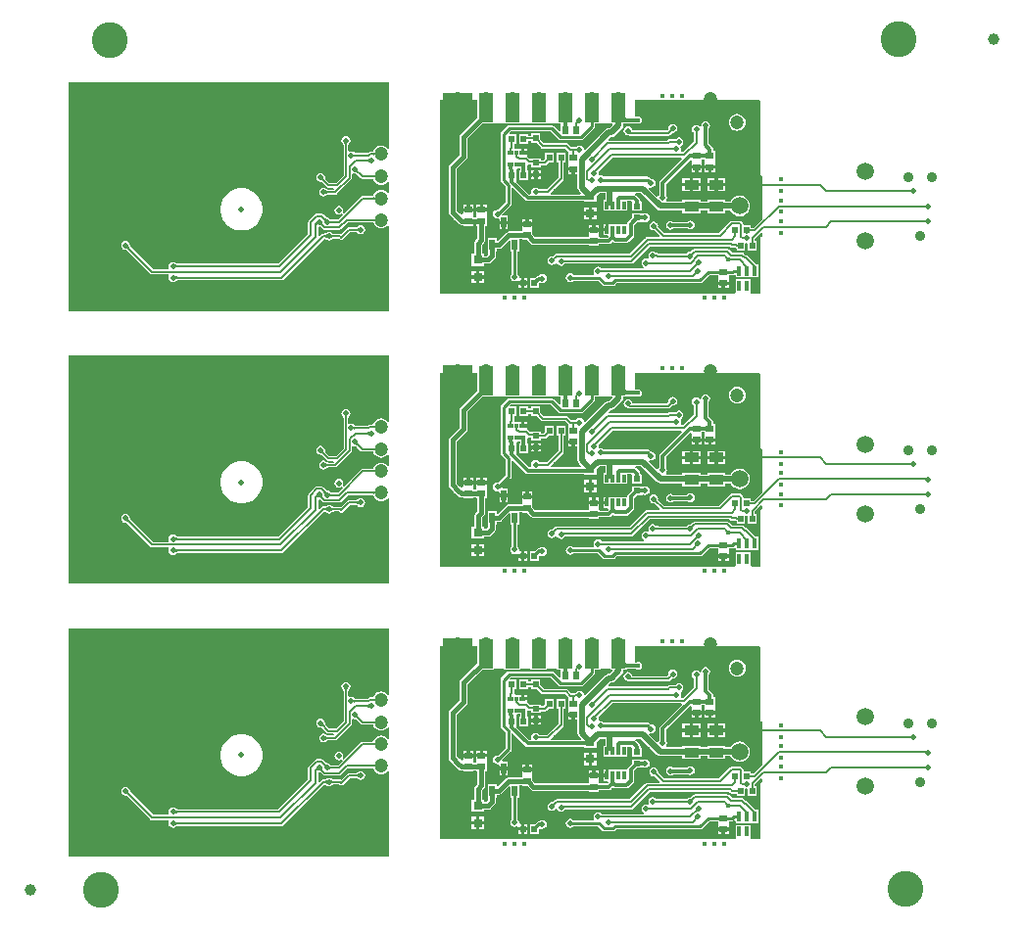
<source format=gtl>
G04*
G04 #@! TF.GenerationSoftware,Altium Limited,Altium Designer,19.1.8 (144)*
G04*
G04 Layer_Physical_Order=1*
G04 Layer_Color=255*
%FSAX25Y25*%
%MOIN*%
G70*
G01*
G75*
%ADD10C,0.03937*%
%ADD11R,0.01968X0.02362*%
%ADD12R,0.02520X0.02362*%
%ADD13R,0.01575X0.03543*%
%ADD14R,0.01890X0.03740*%
%ADD15R,0.09843X0.09843*%
%ADD16R,0.03150X0.03150*%
%ADD17R,0.01968X0.01575*%
%ADD18R,0.01181X0.01575*%
%ADD19R,0.04724X0.09843*%
%ADD20R,0.02362X0.01968*%
%ADD21R,0.01181X0.02756*%
%ADD22R,0.01968X0.01968*%
%ADD23R,0.02362X0.02520*%
%ADD24R,0.05118X0.03543*%
%ADD25C,0.00787*%
%ADD26C,0.01575*%
%ADD27C,0.01181*%
%ADD28C,0.00600*%
%ADD29C,0.01968*%
%ADD30C,0.00984*%
%ADD31C,0.04724*%
%ADD32C,0.00591*%
%ADD33C,0.00598*%
%ADD34C,0.12205*%
%ADD35C,0.01575*%
%ADD36C,0.03543*%
%ADD37C,0.05906*%
%ADD38C,0.01968*%
G36*
X0324106Y0373909D02*
X0324738D01*
X0324929Y0373447D01*
X0323861Y0372379D01*
X0323464D01*
X0323464Y0372379D01*
X0322885Y0372264D01*
X0322394Y0371936D01*
X0315623Y0365165D01*
X0315085Y0365333D01*
X0315020Y0365657D01*
X0314692Y0366148D01*
X0314201Y0366476D01*
X0313622Y0366592D01*
X0313043Y0366476D01*
X0312552Y0366148D01*
X0312446Y0365989D01*
X0312047D01*
X0311699Y0365920D01*
X0311684Y0365911D01*
X0310850D01*
X0309778Y0366982D01*
X0309483Y0367180D01*
X0309134Y0367249D01*
X0301637D01*
X0300185Y0368702D01*
Y0370578D01*
X0297216D01*
Y0369808D01*
X0296012D01*
Y0370499D01*
X0293043D01*
Y0367137D01*
X0296012D01*
Y0367986D01*
X0297216D01*
Y0367216D01*
X0299093D01*
X0300615Y0365694D01*
X0300911Y0365496D01*
X0301260Y0365427D01*
X0308756D01*
X0309775Y0364408D01*
X0309815Y0363925D01*
X0309815Y0363925D01*
Y0360562D01*
X0309815D01*
Y0360145D01*
X0309815D01*
Y0359055D01*
X0311575D01*
Y0358464D01*
X0312165D01*
Y0356783D01*
X0312920D01*
Y0352141D01*
X0312920Y0352141D01*
X0313035Y0351562D01*
X0313363Y0351071D01*
X0313363Y0351071D01*
X0314183Y0350251D01*
X0313992Y0349789D01*
X0303911D01*
X0303704Y0350289D01*
X0308046Y0354631D01*
X0308243Y0354926D01*
X0308313Y0355275D01*
Y0360562D01*
X0308886D01*
Y0363925D01*
X0305917D01*
Y0360562D01*
X0306490D01*
Y0355652D01*
X0302501Y0351663D01*
X0299857D01*
X0299750Y0351821D01*
X0299259Y0352150D01*
X0298680Y0352265D01*
X0298101Y0352150D01*
X0297610Y0351821D01*
X0297282Y0351331D01*
X0297167Y0350751D01*
X0297259Y0350289D01*
X0297020Y0349855D01*
X0296521Y0349815D01*
X0292188Y0354148D01*
X0292114Y0354618D01*
X0292114D01*
Y0357980D01*
X0292114Y0357980D01*
X0292114Y0357980D01*
X0292071Y0358233D01*
X0292473Y0358712D01*
X0293455D01*
Y0357980D01*
X0293083D01*
Y0354618D01*
X0296051D01*
Y0357980D01*
X0295679D01*
Y0358712D01*
X0295776D01*
Y0359649D01*
X0295860Y0359745D01*
X0296275Y0359995D01*
X0296457Y0359958D01*
X0297138D01*
Y0359027D01*
X0300500D01*
Y0359600D01*
X0301732D01*
X0302081Y0359669D01*
X0302377Y0359867D01*
X0303072Y0360562D01*
X0304949D01*
Y0363925D01*
X0301980D01*
Y0362048D01*
X0301355Y0361422D01*
X0300500D01*
Y0361996D01*
X0297138D01*
Y0361996D01*
X0296638Y0361977D01*
X0296121Y0362494D01*
X0295825Y0362692D01*
X0295776Y0362702D01*
Y0363346D01*
X0294291D01*
Y0363936D01*
X0293701D01*
Y0365224D01*
X0291871D01*
X0291497Y0365724D01*
X0291502Y0365747D01*
Y0367137D01*
X0292075D01*
Y0370499D01*
X0289985D01*
X0289794Y0370961D01*
X0290143Y0371311D01*
X0303794D01*
X0306568Y0368536D01*
X0306896Y0368317D01*
X0307283Y0368240D01*
X0314173D01*
X0314560Y0368317D01*
X0314888Y0368536D01*
X0318629Y0372276D01*
X0318848Y0372604D01*
X0318925Y0372992D01*
Y0373909D01*
X0320776D01*
Y0374015D01*
X0324106D01*
Y0373909D01*
D02*
G37*
G36*
X0234778Y0367336D02*
X0234712Y0367258D01*
X0234653Y0367178D01*
X0234603Y0367097D01*
X0234560Y0367016D01*
X0234525Y0366932D01*
X0234497Y0366848D01*
X0234478Y0366762D01*
X0234466Y0366676D01*
X0234462Y0366587D01*
X0233864D01*
X0233860Y0366676D01*
X0233848Y0366762D01*
X0233829Y0366848D01*
X0233802Y0366932D01*
X0233767Y0367016D01*
X0233724Y0367097D01*
X0233673Y0367178D01*
X0233615Y0367258D01*
X0233548Y0367336D01*
X0233474Y0367413D01*
X0234852D01*
X0234778Y0367336D01*
D02*
G37*
G36*
X0248892Y0387868D02*
Y0365380D01*
X0248392Y0365210D01*
X0248104Y0365585D01*
X0247506Y0366043D01*
X0246810Y0366332D01*
X0246063Y0366430D01*
X0245316Y0366332D01*
X0244619Y0366043D01*
X0244022Y0365585D01*
X0243563Y0364987D01*
X0243344Y0364458D01*
X0243320Y0364452D01*
X0243272Y0364444D01*
X0243208Y0364439D01*
X0243114Y0364436D01*
X0243057Y0364411D01*
X0242421D01*
X0242109Y0364349D01*
X0241845Y0364172D01*
X0241583Y0363911D01*
X0237589D01*
X0237535Y0363936D01*
X0237472Y0363938D01*
X0237433Y0363944D01*
X0237395Y0363952D01*
X0237355Y0363965D01*
X0237315Y0363982D01*
X0237271Y0364005D01*
X0237226Y0364034D01*
X0237177Y0364069D01*
X0237126Y0364113D01*
X0237061Y0364175D01*
X0237010Y0364195D01*
X0236562Y0364494D01*
X0235983Y0364609D01*
X0235478Y0364509D01*
X0234992Y0364714D01*
X0234978Y0364722D01*
Y0366510D01*
X0235003Y0366564D01*
X0235006Y0366627D01*
X0235011Y0366666D01*
X0235020Y0366704D01*
X0235033Y0366743D01*
X0235050Y0366784D01*
X0235072Y0366828D01*
X0235101Y0366873D01*
X0235137Y0366922D01*
X0235180Y0366973D01*
X0235242Y0367038D01*
X0235263Y0367089D01*
X0235561Y0367537D01*
X0235677Y0368116D01*
X0235561Y0368695D01*
X0235233Y0369186D01*
X0234742Y0369514D01*
X0234163Y0369629D01*
X0233584Y0369514D01*
X0233093Y0369186D01*
X0232765Y0368695D01*
X0232650Y0368116D01*
X0232765Y0367537D01*
X0233064Y0367089D01*
X0233084Y0367038D01*
X0233146Y0366973D01*
X0233190Y0366922D01*
X0233225Y0366874D01*
X0233254Y0366828D01*
X0233277Y0366785D01*
X0233294Y0366743D01*
X0233307Y0366704D01*
X0233315Y0366666D01*
X0233320Y0366627D01*
X0233323Y0366564D01*
X0233348Y0366510D01*
Y0356213D01*
X0230846Y0353711D01*
X0228623D01*
X0227282Y0355051D01*
X0227262Y0355107D01*
X0227219Y0355154D01*
X0227195Y0355185D01*
X0227174Y0355218D01*
X0227155Y0355255D01*
X0227139Y0355296D01*
X0227124Y0355342D01*
X0227112Y0355395D01*
X0227103Y0355455D01*
X0227098Y0355521D01*
X0227096Y0355611D01*
X0227074Y0355662D01*
X0226969Y0356189D01*
X0226641Y0356680D01*
X0226150Y0357008D01*
X0225571Y0357124D01*
X0224991Y0357008D01*
X0224500Y0356680D01*
X0224172Y0356189D01*
X0224057Y0355610D01*
X0224172Y0355031D01*
X0224500Y0354540D01*
X0224991Y0354212D01*
X0225519Y0354107D01*
X0225570Y0354085D01*
X0225660Y0354083D01*
X0225726Y0354078D01*
X0225786Y0354069D01*
X0225838Y0354057D01*
X0225885Y0354042D01*
X0225926Y0354025D01*
X0225963Y0354007D01*
X0225996Y0353986D01*
X0226027Y0353962D01*
X0226074Y0353919D01*
X0226130Y0353899D01*
X0227709Y0352320D01*
X0227973Y0352143D01*
X0228285Y0352081D01*
X0229880D01*
X0230129Y0351581D01*
X0229994Y0351401D01*
X0228182D01*
X0228129Y0351427D01*
X0228065Y0351429D01*
X0228028Y0351434D01*
X0227990Y0351443D01*
X0227951Y0351456D01*
X0227910Y0351473D01*
X0227866Y0351497D01*
X0227820Y0351526D01*
X0227771Y0351562D01*
X0227718Y0351606D01*
X0227653Y0351670D01*
X0227602Y0351690D01*
X0227154Y0351989D01*
X0226575Y0352104D01*
X0225996Y0351989D01*
X0225505Y0351661D01*
X0225177Y0351170D01*
X0225061Y0350591D01*
X0225177Y0350011D01*
X0225505Y0349521D01*
X0225996Y0349193D01*
X0226575Y0349077D01*
X0227154Y0349193D01*
X0227602Y0349492D01*
X0227653Y0349512D01*
X0227718Y0349575D01*
X0227771Y0349619D01*
X0227820Y0349656D01*
X0227866Y0349685D01*
X0227910Y0349708D01*
X0227951Y0349725D01*
X0227990Y0349738D01*
X0228028Y0349747D01*
X0228065Y0349752D01*
X0228129Y0349755D01*
X0228182Y0349780D01*
X0230548D01*
X0230858Y0349841D01*
X0231121Y0350017D01*
X0235998Y0354894D01*
X0235998Y0354894D01*
X0236174Y0355157D01*
X0236236Y0355468D01*
Y0356771D01*
X0236736Y0357045D01*
X0237153Y0356961D01*
X0237204Y0356939D01*
X0237294Y0356938D01*
X0237360Y0356932D01*
X0237420Y0356923D01*
X0237473Y0356911D01*
X0237519Y0356896D01*
X0237560Y0356880D01*
X0237597Y0356861D01*
X0237630Y0356840D01*
X0237661Y0356816D01*
X0237708Y0356773D01*
X0237764Y0356753D01*
X0239148Y0355369D01*
X0239412Y0355192D01*
X0239724Y0355130D01*
X0243129D01*
X0243185Y0355105D01*
X0243279Y0355102D01*
X0243343Y0355097D01*
X0243390Y0355089D01*
X0243399Y0355086D01*
X0243642Y0354502D01*
X0244100Y0353904D01*
X0244698Y0353445D01*
X0245394Y0353156D01*
X0246142Y0353058D01*
X0246889Y0353156D01*
X0247585Y0353445D01*
X0248183Y0353904D01*
X0248392Y0354176D01*
X0248892Y0354006D01*
Y0350443D01*
X0248392Y0350273D01*
X0248183Y0350545D01*
X0247585Y0351004D01*
X0246889Y0351293D01*
X0246142Y0351391D01*
X0245394Y0351293D01*
X0244698Y0351004D01*
X0244100Y0350545D01*
X0243642Y0349948D01*
X0243399Y0349363D01*
X0243390Y0349360D01*
X0243343Y0349353D01*
X0243279Y0349347D01*
X0243185Y0349344D01*
X0243129Y0349319D01*
X0239843D01*
X0239531Y0349257D01*
X0239266Y0349080D01*
X0233396Y0343210D01*
X0233007Y0343528D01*
X0233027Y0343558D01*
X0233209Y0343830D01*
X0233324Y0344409D01*
X0233209Y0344989D01*
X0232881Y0345480D01*
X0232390Y0345808D01*
X0231811Y0345923D01*
X0231232Y0345808D01*
X0230741Y0345480D01*
X0230413Y0344989D01*
X0230298Y0344409D01*
X0230413Y0343830D01*
X0230741Y0343339D01*
X0231232Y0343011D01*
X0231811Y0342896D01*
X0232390Y0343011D01*
X0232663Y0343193D01*
X0232692Y0343213D01*
X0233011Y0342825D01*
X0231381Y0341195D01*
X0229336D01*
X0229282Y0341220D01*
X0229218Y0341223D01*
X0229180Y0341228D01*
X0229141Y0341237D01*
X0229102Y0341250D01*
X0229061Y0341267D01*
X0229018Y0341289D01*
X0228972Y0341318D01*
X0228924Y0341354D01*
X0228873Y0341397D01*
X0228808Y0341459D01*
X0228756Y0341480D01*
X0228309Y0341778D01*
X0228105Y0341819D01*
X0228021Y0341878D01*
X0227960Y0341891D01*
X0227918Y0341903D01*
X0227875Y0341919D01*
X0227831Y0341938D01*
X0227786Y0341962D01*
X0227740Y0341990D01*
X0227698Y0342019D01*
X0227588Y0342109D01*
X0227533Y0342162D01*
X0227478Y0342183D01*
X0226575Y0343086D01*
X0226279Y0343284D01*
X0225931Y0343353D01*
X0224332D01*
X0223983Y0343284D01*
X0223687Y0343086D01*
X0221600Y0340999D01*
X0221402Y0340703D01*
X0221333Y0340354D01*
Y0336401D01*
X0211237Y0326305D01*
X0176955D01*
X0176903Y0326328D01*
X0176822Y0326331D01*
X0176764Y0326336D01*
X0176713Y0326345D01*
X0176668Y0326356D01*
X0176629Y0326369D01*
X0176594Y0326383D01*
X0176563Y0326399D01*
X0176535Y0326418D01*
X0176509Y0326438D01*
X0176466Y0326478D01*
X0176412Y0326498D01*
X0175973Y0326792D01*
X0175394Y0326907D01*
X0174815Y0326792D01*
X0174324Y0326464D01*
X0173996Y0325973D01*
X0173880Y0325394D01*
X0173991Y0324836D01*
X0173998Y0324748D01*
X0173738Y0324337D01*
X0168684D01*
X0161000Y0332021D01*
X0160980Y0332074D01*
X0160924Y0332133D01*
X0160888Y0332178D01*
X0160857Y0332220D01*
X0160833Y0332259D01*
X0160815Y0332296D01*
X0160800Y0332331D01*
X0160790Y0332365D01*
X0160783Y0332397D01*
X0160779Y0332430D01*
X0160777Y0332489D01*
X0160753Y0332541D01*
X0160650Y0333060D01*
X0160322Y0333551D01*
X0159831Y0333878D01*
X0159252Y0333994D01*
X0158673Y0333878D01*
X0158182Y0333551D01*
X0157854Y0333060D01*
X0157739Y0332480D01*
X0157854Y0331901D01*
X0158182Y0331410D01*
X0158673Y0331082D01*
X0159191Y0330979D01*
X0159244Y0330955D01*
X0159302Y0330953D01*
X0159335Y0330949D01*
X0159368Y0330942D01*
X0159401Y0330932D01*
X0159436Y0330918D01*
X0159473Y0330899D01*
X0159512Y0330875D01*
X0159555Y0330845D01*
X0159599Y0330808D01*
X0159658Y0330752D01*
X0159712Y0330732D01*
X0167663Y0322781D01*
X0167958Y0322583D01*
X0168307Y0322514D01*
X0173738D01*
X0173998Y0322103D01*
X0173991Y0322014D01*
X0173880Y0321457D01*
X0173996Y0320878D01*
X0174324Y0320387D01*
X0174815Y0320059D01*
X0175394Y0319943D01*
X0175973Y0320059D01*
X0176412Y0320352D01*
X0176466Y0320373D01*
X0176509Y0320412D01*
X0176535Y0320433D01*
X0176563Y0320451D01*
X0176594Y0320467D01*
X0176629Y0320482D01*
X0176668Y0320495D01*
X0176713Y0320506D01*
X0176764Y0320514D01*
X0176822Y0320520D01*
X0176903Y0320522D01*
X0176955Y0320546D01*
X0212316D01*
X0212665Y0320615D01*
X0212960Y0320813D01*
X0226827Y0334679D01*
X0226864D01*
X0226916Y0334656D01*
X0226997Y0334653D01*
X0227055Y0334648D01*
X0227106Y0334640D01*
X0227151Y0334629D01*
X0227190Y0334616D01*
X0227225Y0334601D01*
X0227256Y0334585D01*
X0227284Y0334567D01*
X0227310Y0334546D01*
X0227352Y0334506D01*
X0227407Y0334486D01*
X0227846Y0334192D01*
X0228425Y0334077D01*
X0229004Y0334192D01*
X0229451Y0334491D01*
X0229503Y0334511D01*
X0229568Y0334574D01*
X0229619Y0334617D01*
X0229667Y0334653D01*
X0229713Y0334681D01*
X0229756Y0334704D01*
X0229797Y0334721D01*
X0229836Y0334734D01*
X0229875Y0334743D01*
X0229913Y0334748D01*
X0229977Y0334751D01*
X0230031Y0334776D01*
X0231867D01*
X0232062Y0334581D01*
X0232326Y0334405D01*
X0232638Y0334343D01*
X0232950Y0334405D01*
X0233214Y0334581D01*
X0235613Y0336981D01*
X0237567D01*
X0237621Y0336955D01*
X0237685Y0336953D01*
X0237723Y0336947D01*
X0237762Y0336939D01*
X0237801Y0336926D01*
X0237842Y0336909D01*
X0237885Y0336886D01*
X0237931Y0336858D01*
X0237980Y0336822D01*
X0238031Y0336778D01*
X0238095Y0336716D01*
X0238147Y0336696D01*
X0238594Y0336397D01*
X0239173Y0336282D01*
X0239752Y0336397D01*
X0240243Y0336725D01*
X0240571Y0337216D01*
X0240687Y0337795D01*
X0240571Y0338374D01*
X0240243Y0338865D01*
X0239752Y0339194D01*
X0239173Y0339309D01*
X0238594Y0339194D01*
X0238147Y0338895D01*
X0238095Y0338875D01*
X0238031Y0338812D01*
X0237979Y0338769D01*
X0237931Y0338733D01*
X0237885Y0338705D01*
X0237842Y0338682D01*
X0237801Y0338665D01*
X0237762Y0338652D01*
X0237723Y0338643D01*
X0237685Y0338638D01*
X0237621Y0338635D01*
X0237567Y0338610D01*
X0235276D01*
X0234964Y0338548D01*
X0234699Y0338372D01*
X0232609Y0336281D01*
X0232517Y0336343D01*
X0232205Y0336405D01*
X0230031D01*
X0229977Y0336431D01*
X0229913Y0336433D01*
X0229875Y0336438D01*
X0229836Y0336447D01*
X0229797Y0336460D01*
X0229756Y0336477D01*
X0229713Y0336500D01*
X0229667Y0336528D01*
X0229619Y0336564D01*
X0229568Y0336608D01*
X0229503Y0336670D01*
X0229451Y0336690D01*
X0229004Y0336989D01*
X0228425Y0337104D01*
X0227846Y0336989D01*
X0227407Y0336695D01*
X0227352Y0336675D01*
X0227310Y0336635D01*
X0227284Y0336614D01*
X0227256Y0336596D01*
X0227225Y0336580D01*
X0227190Y0336565D01*
X0227151Y0336553D01*
X0227106Y0336542D01*
X0227055Y0336533D01*
X0226997Y0336528D01*
X0226916Y0336525D01*
X0226864Y0336502D01*
X0226450D01*
X0226101Y0336432D01*
X0225805Y0336235D01*
X0225230Y0335660D01*
X0224730Y0335867D01*
Y0338546D01*
X0224760Y0338604D01*
X0224846Y0338701D01*
X0225076Y0338873D01*
X0225230Y0338926D01*
X0225239Y0338924D01*
X0225307Y0338908D01*
X0225369Y0338888D01*
X0225424Y0338867D01*
X0225473Y0338844D01*
X0225516Y0338820D01*
X0225554Y0338795D01*
X0225589Y0338768D01*
X0225636Y0338725D01*
X0225692Y0338704D01*
X0226375Y0338021D01*
X0226640Y0337844D01*
X0226951Y0337782D01*
X0231904D01*
X0232216Y0337844D01*
X0232480Y0338021D01*
X0234747Y0340288D01*
X0243168D01*
X0243225Y0340262D01*
X0243319Y0340260D01*
X0243383Y0340254D01*
X0243429Y0340246D01*
X0243439Y0340244D01*
X0243681Y0339659D01*
X0244140Y0339061D01*
X0244738Y0338602D01*
X0245434Y0338314D01*
X0246181Y0338215D01*
X0246928Y0338314D01*
X0247624Y0338602D01*
X0248222Y0339061D01*
X0248392Y0339282D01*
X0248892Y0339112D01*
Y0310163D01*
X0139691Y0310163D01*
Y0387868D01*
X0248892Y0387868D01*
D02*
G37*
G36*
X0243765Y0362996D02*
X0243746Y0363053D01*
X0243716Y0363104D01*
X0243676Y0363149D01*
X0243627Y0363188D01*
X0243567Y0363221D01*
X0243497Y0363248D01*
X0243417Y0363269D01*
X0243326Y0363284D01*
X0243226Y0363294D01*
X0243115Y0363297D01*
X0243129Y0363895D01*
X0243239Y0363898D01*
X0243340Y0363907D01*
X0243431Y0363922D01*
X0243512Y0363943D01*
X0243583Y0363969D01*
X0243645Y0364002D01*
X0243696Y0364041D01*
X0243738Y0364085D01*
X0243770Y0364136D01*
X0243792Y0364192D01*
X0243765Y0362996D01*
D02*
G37*
G36*
X0236763Y0363711D02*
X0236841Y0363644D01*
X0236921Y0363586D01*
X0237002Y0363535D01*
X0237084Y0363492D01*
X0237167Y0363457D01*
X0237251Y0363430D01*
X0237337Y0363411D01*
X0237423Y0363399D01*
X0237511Y0363395D01*
Y0362796D01*
X0237423Y0362793D01*
X0237337Y0362781D01*
X0237251Y0362761D01*
X0237167Y0362734D01*
X0237084Y0362699D01*
X0237002Y0362656D01*
X0236921Y0362606D01*
X0236841Y0362547D01*
X0236763Y0362481D01*
X0236686Y0362407D01*
Y0363785D01*
X0236763Y0363711D01*
D02*
G37*
G36*
X0242050Y0360717D02*
X0241973Y0360792D01*
X0241894Y0360858D01*
X0241814Y0360918D01*
X0241733Y0360969D01*
X0241651Y0361012D01*
X0241567Y0361048D01*
X0241483Y0361075D01*
X0241398Y0361095D01*
X0241311Y0361107D01*
X0241224Y0361110D01*
Y0361701D01*
X0241311Y0361705D01*
X0241398Y0361717D01*
X0241483Y0361736D01*
X0241567Y0361764D01*
X0241651Y0361800D01*
X0241733Y0361843D01*
X0241814Y0361894D01*
X0241894Y0361953D01*
X0241973Y0362020D01*
X0242050Y0362095D01*
Y0360717D01*
D02*
G37*
G36*
X0238191Y0358348D02*
X0238199Y0358246D01*
X0238214Y0358148D01*
X0238235Y0358055D01*
X0238263Y0357967D01*
X0238297Y0357883D01*
X0238337Y0357804D01*
X0238384Y0357730D01*
X0238437Y0357661D01*
X0238497Y0357595D01*
X0238074Y0357172D01*
X0238009Y0357232D01*
X0237939Y0357285D01*
X0237865Y0357332D01*
X0237786Y0357372D01*
X0237702Y0357406D01*
X0237614Y0357434D01*
X0237521Y0357455D01*
X0237423Y0357470D01*
X0237321Y0357478D01*
X0237214Y0357480D01*
X0238189Y0358455D01*
X0238191Y0358348D01*
D02*
G37*
G36*
X0243857Y0355346D02*
X0243836Y0355403D01*
X0243805Y0355454D01*
X0243765Y0355499D01*
X0243714Y0355538D01*
X0243653Y0355571D01*
X0243583Y0355598D01*
X0243502Y0355619D01*
X0243411Y0355634D01*
X0243311Y0355643D01*
X0243200Y0355646D01*
Y0356244D01*
X0243311Y0356247D01*
X0243411Y0356256D01*
X0243502Y0356271D01*
X0243583Y0356292D01*
X0243653Y0356319D01*
X0243714Y0356352D01*
X0243765Y0356391D01*
X0243805Y0356436D01*
X0243836Y0356487D01*
X0243857Y0356543D01*
Y0355346D01*
D02*
G37*
G36*
X0226557Y0355494D02*
X0226565Y0355392D01*
X0226580Y0355294D01*
X0226601Y0355201D01*
X0226629Y0355113D01*
X0226663Y0355029D01*
X0226703Y0354950D01*
X0226750Y0354876D01*
X0226803Y0354806D01*
X0226863Y0354741D01*
X0226440Y0354318D01*
X0226375Y0354378D01*
X0226305Y0354431D01*
X0226231Y0354478D01*
X0226152Y0354518D01*
X0226068Y0354552D01*
X0225980Y0354579D01*
X0225887Y0354601D01*
X0225789Y0354615D01*
X0225687Y0354624D01*
X0225580Y0354626D01*
X0226555Y0355601D01*
X0226557Y0355494D01*
D02*
G37*
G36*
X0348511Y0361894D02*
X0341143Y0354526D01*
X0340902Y0354165D01*
X0340817Y0353740D01*
X0340817Y0353740D01*
Y0349786D01*
X0340531Y0349358D01*
X0340512Y0349264D01*
X0339970Y0349099D01*
X0337301Y0351767D01*
X0337548Y0352228D01*
X0337953Y0352148D01*
X0338532Y0352263D01*
X0339023Y0352591D01*
X0339351Y0353082D01*
X0339466Y0353661D01*
X0339351Y0354240D01*
X0339023Y0354731D01*
X0338532Y0355059D01*
X0337953Y0355174D01*
X0337884Y0355160D01*
X0337487Y0355557D01*
X0337159Y0355777D01*
X0336772Y0355854D01*
X0321818D01*
X0321779Y0355912D01*
X0321288Y0356240D01*
X0320709Y0356355D01*
X0320469Y0356308D01*
X0320074Y0356739D01*
X0320135Y0357047D01*
X0320040Y0357529D01*
X0324866Y0362356D01*
X0348320D01*
X0348511Y0361894D01*
D02*
G37*
G36*
X0227355Y0351205D02*
X0227434Y0351138D01*
X0227514Y0351079D01*
X0227595Y0351028D01*
X0227677Y0350984D01*
X0227761Y0350949D01*
X0227845Y0350921D01*
X0227930Y0350902D01*
X0228017Y0350890D01*
X0228104Y0350886D01*
Y0350295D01*
X0228017Y0350291D01*
X0227930Y0350280D01*
X0227845Y0350260D01*
X0227761Y0350232D01*
X0227677Y0350197D01*
X0227595Y0350154D01*
X0227514Y0350102D01*
X0227434Y0350043D01*
X0227355Y0349976D01*
X0227278Y0349902D01*
Y0351280D01*
X0227355Y0351205D01*
D02*
G37*
G36*
X0243857Y0347906D02*
X0243836Y0347962D01*
X0243805Y0348013D01*
X0243765Y0348058D01*
X0243714Y0348097D01*
X0243653Y0348130D01*
X0243583Y0348157D01*
X0243502Y0348178D01*
X0243411Y0348193D01*
X0243311Y0348202D01*
X0243200Y0348205D01*
Y0348803D01*
X0243311Y0348806D01*
X0243411Y0348815D01*
X0243502Y0348830D01*
X0243583Y0348851D01*
X0243653Y0348878D01*
X0243714Y0348911D01*
X0243765Y0348950D01*
X0243805Y0348995D01*
X0243836Y0349046D01*
X0243857Y0349102D01*
Y0347906D01*
D02*
G37*
G36*
X0324961Y0346062D02*
X0322992D01*
Y0351850D01*
X0324961D01*
Y0346062D01*
D02*
G37*
G36*
X0227229Y0341703D02*
X0227373Y0341585D01*
X0227446Y0341535D01*
X0227520Y0341490D01*
X0227595Y0341451D01*
X0227672Y0341417D01*
X0227749Y0341389D01*
X0227827Y0341366D01*
X0227906Y0341349D01*
X0226765Y0340575D01*
X0226777Y0340654D01*
X0226780Y0340732D01*
X0226774Y0340809D01*
X0226759Y0340886D01*
X0226735Y0340962D01*
X0226703Y0341037D01*
X0226661Y0341111D01*
X0226611Y0341185D01*
X0226553Y0341258D01*
X0226485Y0341331D01*
X0227159Y0341770D01*
X0227229Y0341703D01*
D02*
G37*
G36*
X0243896Y0340504D02*
X0243875Y0340561D01*
X0243845Y0340612D01*
X0243804Y0340657D01*
X0243753Y0340696D01*
X0243693Y0340728D01*
X0243622Y0340755D01*
X0243541Y0340776D01*
X0243451Y0340791D01*
X0243350Y0340800D01*
X0243239Y0340803D01*
Y0341402D01*
X0243350Y0341405D01*
X0243451Y0341414D01*
X0243541Y0341429D01*
X0243622Y0341449D01*
X0243693Y0341476D01*
X0243753Y0341509D01*
X0243804Y0341548D01*
X0243845Y0341593D01*
X0243875Y0341644D01*
X0243896Y0341701D01*
Y0340504D01*
D02*
G37*
G36*
X0228510Y0340995D02*
X0228588Y0340929D01*
X0228668Y0340870D01*
X0228748Y0340820D01*
X0228830Y0340777D01*
X0228913Y0340742D01*
X0228998Y0340715D01*
X0229083Y0340695D01*
X0229170Y0340683D01*
X0229258Y0340680D01*
Y0340081D01*
X0229170Y0340077D01*
X0229083Y0340066D01*
X0228998Y0340046D01*
X0228913Y0340019D01*
X0228830Y0339984D01*
X0228748Y0339941D01*
X0228668Y0339890D01*
X0228588Y0339832D01*
X0228510Y0339765D01*
X0228433Y0339691D01*
Y0341069D01*
X0228510Y0340995D01*
D02*
G37*
G36*
X0224865Y0339561D02*
X0224795Y0339585D01*
X0224725Y0339599D01*
X0224654Y0339603D01*
X0224583Y0339597D01*
X0224512Y0339580D01*
X0224440Y0339552D01*
X0224368Y0339515D01*
X0224296Y0339467D01*
X0224223Y0339409D01*
X0224149Y0339341D01*
X0223855Y0340160D01*
X0223924Y0340230D01*
X0224102Y0340438D01*
X0224152Y0340505D01*
X0224240Y0340639D01*
X0224277Y0340704D01*
X0224338Y0340834D01*
X0224865Y0339561D01*
D02*
G37*
G36*
X0226216Y0340235D02*
X0226214Y0340136D01*
X0226220Y0340041D01*
X0226234Y0339951D01*
X0226255Y0339864D01*
X0226284Y0339782D01*
X0226322Y0339703D01*
X0226366Y0339629D01*
X0226419Y0339558D01*
X0226480Y0339492D01*
X0226002Y0339123D01*
X0225939Y0339181D01*
X0225871Y0339234D01*
X0225798Y0339283D01*
X0225719Y0339327D01*
X0225636Y0339365D01*
X0225547Y0339400D01*
X0225453Y0339429D01*
X0225354Y0339453D01*
X0225250Y0339473D01*
X0225141Y0339488D01*
X0226226Y0340337D01*
X0226216Y0340235D01*
D02*
G37*
G36*
X0278831Y0375962D02*
X0273206Y0370337D01*
X0272921Y0369911D01*
X0272821Y0369409D01*
Y0363338D01*
X0269505Y0360022D01*
X0269220Y0359596D01*
X0269120Y0359094D01*
Y0343818D01*
X0269220Y0343316D01*
X0269505Y0342890D01*
X0270855Y0341540D01*
X0270885Y0341389D01*
X0271213Y0340898D01*
X0271704Y0340570D01*
X0271855Y0340540D01*
X0272536Y0339859D01*
X0272962Y0339574D01*
X0273464Y0339474D01*
X0274027D01*
Y0339106D01*
X0277547D01*
Y0339514D01*
X0278516D01*
Y0339145D01*
X0278963D01*
Y0334913D01*
X0278127Y0334077D01*
X0277842Y0333651D01*
X0277742Y0333149D01*
Y0329594D01*
X0276980D01*
Y0325444D01*
X0281130D01*
Y0326207D01*
X0282559D01*
X0283061Y0326307D01*
X0283487Y0326591D01*
X0284904Y0328008D01*
X0285189Y0328434D01*
X0285289Y0328937D01*
Y0330228D01*
X0285421D01*
Y0331285D01*
X0286299D01*
X0286802Y0331385D01*
X0287227Y0331670D01*
X0289669Y0334112D01*
X0290169Y0333905D01*
Y0330228D01*
X0290602D01*
Y0322907D01*
X0290505Y0322841D01*
X0290177Y0322350D01*
X0290061Y0321771D01*
X0290177Y0321192D01*
X0290505Y0320701D01*
X0290996Y0320373D01*
X0291575Y0320258D01*
X0292154Y0320373D01*
X0292386Y0320528D01*
X0292886Y0320261D01*
Y0320196D01*
X0293779D01*
Y0321287D01*
X0293386D01*
X0293069Y0321673D01*
X0293088Y0321771D01*
X0292973Y0322350D01*
X0292645Y0322841D01*
X0292626Y0322854D01*
Y0330228D01*
X0293059D01*
Y0334592D01*
X0294027D01*
Y0334303D01*
X0295770D01*
X0297024Y0333048D01*
X0297450Y0332763D01*
X0297953Y0332663D01*
X0316823D01*
Y0332295D01*
X0320342D01*
Y0332864D01*
X0323622D01*
X0324047Y0332949D01*
X0324408Y0333190D01*
X0324408Y0333190D01*
X0324961Y0333742D01*
X0325041Y0333662D01*
X0325401Y0333421D01*
X0325827Y0333336D01*
X0325827Y0333336D01*
X0329567D01*
X0329567Y0333336D01*
X0329992Y0333421D01*
X0330353Y0333662D01*
X0330353Y0333662D01*
X0331822Y0335131D01*
X0332063Y0335491D01*
X0332147Y0335917D01*
X0332147Y0335917D01*
Y0339354D01*
X0333159Y0340366D01*
X0334949D01*
X0334949Y0340366D01*
X0335449Y0340440D01*
X0335968Y0340336D01*
X0336547Y0340452D01*
X0337038Y0340780D01*
X0337366Y0341271D01*
X0337482Y0341850D01*
X0337366Y0342429D01*
X0337038Y0342920D01*
X0336547Y0343248D01*
X0335968Y0343363D01*
X0335449Y0343260D01*
X0334949Y0343334D01*
Y0343334D01*
X0331587D01*
Y0341938D01*
X0330249Y0340601D01*
X0330249Y0340601D01*
X0330008Y0340240D01*
X0329923Y0339814D01*
X0329463Y0339673D01*
X0323583D01*
Y0337795D01*
X0322992D01*
Y0337204D01*
X0321901D01*
Y0335917D01*
X0323283D01*
X0323490Y0335417D01*
X0323161Y0335088D01*
X0320375D01*
X0320342Y0335588D01*
X0320342Y0335657D01*
Y0336074D01*
X0320342Y0336157D01*
Y0337165D01*
X0316823D01*
Y0336157D01*
X0316823Y0336074D01*
Y0335657D01*
X0316441Y0335289D01*
X0298496D01*
X0297547Y0336238D01*
Y0337582D01*
X0297547Y0337665D01*
Y0338082D01*
X0297547Y0338165D01*
Y0339173D01*
X0294027D01*
Y0338165D01*
X0294027Y0338082D01*
Y0337665D01*
X0293700Y0337218D01*
X0289606D01*
X0289104Y0337118D01*
X0288678Y0336833D01*
X0285921Y0334076D01*
X0285421Y0334283D01*
Y0334968D01*
X0282531D01*
Y0330228D01*
X0282664D01*
Y0329480D01*
X0282015Y0328832D01*
X0281130D01*
Y0329594D01*
X0280368D01*
Y0332605D01*
X0281204Y0333441D01*
X0281488Y0333867D01*
X0281588Y0334370D01*
Y0339145D01*
X0282035D01*
Y0342425D01*
X0282035Y0342507D01*
Y0342925D01*
X0282035Y0343007D01*
Y0344015D01*
X0278516D01*
Y0343007D01*
X0278516Y0342925D01*
Y0342507D01*
X0278134Y0342139D01*
X0277945D01*
X0277547Y0342468D01*
Y0342885D01*
X0277547Y0342968D01*
Y0343976D01*
X0274027D01*
Y0343431D01*
X0273528Y0342998D01*
X0273365Y0343021D01*
X0273354Y0343038D01*
X0272863Y0343366D01*
X0272711Y0343396D01*
X0271746Y0344362D01*
Y0358550D01*
X0275062Y0361867D01*
X0275346Y0362292D01*
X0275446Y0362795D01*
Y0368865D01*
X0280490Y0373909D01*
X0284555D01*
Y0374015D01*
X0287886D01*
Y0373909D01*
X0293610D01*
Y0374015D01*
X0296941D01*
Y0373909D01*
X0302665D01*
Y0374015D01*
X0305996D01*
Y0373909D01*
X0307033D01*
X0307138Y0373452D01*
X0307138D01*
Y0371481D01*
X0306676Y0371290D01*
X0304928Y0373038D01*
X0304600Y0373257D01*
X0304212Y0373334D01*
X0289724D01*
X0289337Y0373257D01*
X0289009Y0373038D01*
X0287001Y0371030D01*
X0286782Y0370702D01*
X0286705Y0370314D01*
Y0354724D01*
X0286782Y0354337D01*
X0287001Y0354009D01*
X0288476Y0352533D01*
Y0347135D01*
X0285922Y0344581D01*
X0285709Y0344623D01*
X0285130Y0344508D01*
X0284639Y0344180D01*
X0284311Y0343689D01*
X0284196Y0343110D01*
X0284311Y0342531D01*
X0284639Y0342040D01*
X0285130Y0341712D01*
X0285709Y0341597D01*
X0285850Y0341625D01*
X0286350Y0341214D01*
Y0340826D01*
X0289240D01*
Y0342606D01*
X0287516D01*
X0287431Y0342710D01*
X0287309Y0343106D01*
X0290203Y0346001D01*
X0290423Y0346329D01*
X0290500Y0346716D01*
Y0352038D01*
X0290962Y0352229D01*
X0295300Y0347890D01*
X0295661Y0347649D01*
X0296087Y0347565D01*
X0296087Y0347565D01*
X0315209D01*
Y0347216D01*
X0319358D01*
Y0349225D01*
X0320351Y0350218D01*
X0322451D01*
Y0347940D01*
X0321901D01*
Y0344184D01*
X0329988D01*
Y0347588D01*
X0331218D01*
X0331587Y0347271D01*
Y0344303D01*
X0334949D01*
Y0347271D01*
X0334690D01*
X0334380Y0347637D01*
X0334295Y0348063D01*
X0334054Y0348424D01*
X0332991Y0349486D01*
X0332630Y0349728D01*
X0332725Y0350218D01*
X0334570D01*
X0339993Y0344795D01*
X0340484Y0344467D01*
X0341063Y0344352D01*
X0341063Y0344352D01*
X0348634D01*
Y0343397D01*
X0354752D01*
Y0344352D01*
X0357177D01*
Y0343397D01*
X0363295D01*
Y0344352D01*
X0365000D01*
X0365094Y0344124D01*
X0365648Y0343403D01*
X0366369Y0342850D01*
X0367209Y0342502D01*
X0368110Y0342383D01*
X0369011Y0342502D01*
X0369851Y0342850D01*
X0370573Y0343403D01*
X0371126Y0344124D01*
X0371474Y0344964D01*
X0371593Y0345866D01*
X0371474Y0346767D01*
X0371126Y0347607D01*
X0370573Y0348328D01*
X0369851Y0348882D01*
X0369011Y0349230D01*
X0368110Y0349348D01*
X0367209Y0349230D01*
X0366369Y0348882D01*
X0365648Y0348328D01*
X0365094Y0347607D01*
X0365000Y0347379D01*
X0363295D01*
Y0347940D01*
X0357177D01*
Y0347379D01*
X0354752D01*
Y0347940D01*
X0348634D01*
Y0347379D01*
X0343337D01*
X0343113Y0347879D01*
X0343327Y0348200D01*
X0343442Y0348779D01*
X0343327Y0349358D01*
X0343041Y0349786D01*
Y0353279D01*
X0351205Y0361443D01*
X0351705Y0361236D01*
Y0360814D01*
X0351705Y0360732D01*
Y0359724D01*
X0355224D01*
Y0360732D01*
X0355224Y0360814D01*
Y0361232D01*
X0355224Y0361301D01*
X0355257Y0361801D01*
X0356200D01*
X0356232Y0361301D01*
X0356232Y0361232D01*
Y0360814D01*
X0356232Y0360732D01*
Y0359724D01*
X0359752D01*
Y0360732D01*
X0359752Y0360814D01*
Y0361232D01*
X0359752Y0361315D01*
Y0364594D01*
X0359104D01*
Y0365118D01*
X0359104Y0365118D01*
X0359019Y0365543D01*
X0358778Y0365904D01*
X0357647Y0367035D01*
Y0372181D01*
X0357933Y0372609D01*
X0358049Y0373188D01*
X0357933Y0373768D01*
X0357605Y0374259D01*
X0357115Y0374587D01*
X0356535Y0374702D01*
X0355956Y0374587D01*
X0355465Y0374259D01*
X0355137Y0373768D01*
X0355022Y0373188D01*
X0355033Y0373134D01*
X0354562Y0372939D01*
X0354417Y0373156D01*
X0353926Y0373484D01*
X0353346Y0373599D01*
X0352767Y0373484D01*
X0352276Y0373156D01*
X0351948Y0372665D01*
X0351833Y0372086D01*
X0351948Y0371507D01*
X0352276Y0371016D01*
X0352435Y0370910D01*
Y0367779D01*
X0348835Y0364178D01*
X0348245D01*
X0348080Y0364488D01*
X0348023Y0364678D01*
X0348126Y0365196D01*
X0348011Y0365775D01*
X0347998Y0365795D01*
X0348136Y0366328D01*
X0348552Y0366607D01*
X0348881Y0367098D01*
X0348996Y0367677D01*
X0348881Y0368256D01*
X0348552Y0368747D01*
X0348061Y0369075D01*
X0347482Y0369190D01*
X0346903Y0369075D01*
X0346412Y0368747D01*
X0346306Y0368588D01*
X0344252D01*
X0343903Y0368518D01*
X0343608Y0368321D01*
X0343414Y0368127D01*
X0323573D01*
X0323366Y0368627D01*
X0324091Y0369352D01*
X0324488D01*
X0325067Y0369467D01*
X0325558Y0369795D01*
X0325558Y0369796D01*
X0328039Y0372276D01*
X0328366Y0372767D01*
X0328482Y0373346D01*
X0328482Y0373346D01*
Y0373909D01*
X0329831D01*
Y0374015D01*
X0332480D01*
Y0374045D01*
X0333008D01*
X0333159Y0373944D01*
X0333661Y0373844D01*
X0334164Y0373944D01*
X0334590Y0374229D01*
X0334874Y0374655D01*
X0334974Y0375157D01*
X0334874Y0375659D01*
X0334590Y0376085D01*
X0334164Y0376370D01*
X0333661Y0376470D01*
X0333159Y0376370D01*
X0333008Y0376269D01*
X0332480D01*
X0332480Y0381962D01*
X0341831D01*
X0341890Y0381951D01*
X0341948Y0381962D01*
X0345178D01*
X0345236Y0381951D01*
X0345295Y0381962D01*
X0348524Y0381962D01*
X0348583Y0381951D01*
X0348641Y0381962D01*
X0374916D01*
X0375270Y0381609D01*
X0375270Y0367126D01*
Y0360826D01*
X0375270Y0360826D01*
X0375270Y0360826D01*
X0375270Y0360039D01*
Y0356889D01*
X0375339Y0356541D01*
X0375537Y0356245D01*
X0375787Y0356078D01*
X0375787Y0341350D01*
X0372851Y0338414D01*
X0371996D01*
Y0339279D01*
X0369545D01*
Y0339358D01*
X0369476Y0339706D01*
X0369278Y0340002D01*
X0368715Y0340565D01*
X0368420Y0340763D01*
X0368071Y0340832D01*
X0367141D01*
X0367003Y0340804D01*
X0365832D01*
X0365693Y0340832D01*
X0365468D01*
X0365120Y0340763D01*
X0364824Y0340565D01*
X0360996Y0336737D01*
X0342464D01*
X0340334Y0338867D01*
X0340372Y0339055D01*
X0340257Y0339634D01*
X0340159Y0339780D01*
X0340145Y0339848D01*
X0339948Y0340144D01*
X0339652Y0340341D01*
X0339584Y0340355D01*
X0339438Y0340453D01*
X0338858Y0340568D01*
X0338279Y0340453D01*
X0337788Y0340125D01*
X0337460Y0339634D01*
X0337345Y0339055D01*
X0337460Y0338476D01*
X0337788Y0337985D01*
X0338279Y0337657D01*
X0338858Y0337541D01*
X0339046Y0337579D01*
X0340894Y0335731D01*
X0340702Y0335269D01*
X0336671D01*
X0336323Y0335200D01*
X0336053Y0335019D01*
X0336029Y0335015D01*
X0335734Y0334817D01*
X0330646Y0329730D01*
X0305787D01*
X0305439Y0329660D01*
X0305143Y0329463D01*
X0304400Y0328720D01*
X0304212Y0328757D01*
X0303633Y0328642D01*
X0303142Y0328314D01*
X0302814Y0327823D01*
X0302699Y0327244D01*
X0302814Y0326664D01*
X0303142Y0326173D01*
X0303633Y0325845D01*
X0304212Y0325730D01*
X0304792Y0325845D01*
X0305283Y0326173D01*
X0305442Y0326412D01*
X0305964Y0326349D01*
X0306292Y0325858D01*
X0306783Y0325531D01*
X0307362Y0325415D01*
X0307941Y0325531D01*
X0308432Y0325858D01*
X0308670Y0326214D01*
X0331260D01*
X0331609Y0326284D01*
X0331904Y0326481D01*
X0337582Y0332159D01*
X0364662D01*
X0364918Y0331903D01*
X0365214Y0331705D01*
X0365563Y0331636D01*
X0366541D01*
X0366714Y0331520D01*
X0367020Y0331459D01*
Y0330681D01*
X0369988D01*
Y0333107D01*
X0370354Y0333407D01*
X0370457Y0333428D01*
X0370957Y0333017D01*
Y0330681D01*
X0373925D01*
Y0334043D01*
X0373256D01*
Y0334740D01*
X0375325Y0336809D01*
X0375787Y0336618D01*
Y0335654D01*
X0375537Y0335486D01*
X0375339Y0335191D01*
X0375270Y0334842D01*
X0375270Y0332480D01*
X0375270Y0316068D01*
X0372175D01*
X0371838Y0316429D01*
X0371838Y0316568D01*
Y0320972D01*
X0366705D01*
Y0316568D01*
X0366368Y0316068D01*
X0362854D01*
X0362795Y0316080D01*
X0362737Y0316068D01*
X0359507D01*
X0359449Y0316080D01*
X0359390Y0316068D01*
X0356161D01*
X0356102Y0316080D01*
X0356044Y0316068D01*
X0294940Y0316068D01*
X0294882Y0316080D01*
X0294823Y0316068D01*
X0291594Y0316068D01*
X0291535Y0316080D01*
X0291477Y0316068D01*
X0288247D01*
X0288189Y0316080D01*
X0288130Y0316068D01*
X0266069D01*
X0266069Y0381962D01*
X0278831D01*
Y0375962D01*
D02*
G37*
G36*
X0238470Y0337106D02*
X0238393Y0337180D01*
X0238315Y0337247D01*
X0238236Y0337305D01*
X0238155Y0337356D01*
X0238073Y0337399D01*
X0237990Y0337434D01*
X0237906Y0337461D01*
X0237820Y0337481D01*
X0237733Y0337492D01*
X0237645Y0337496D01*
Y0338095D01*
X0237733Y0338099D01*
X0237820Y0338110D01*
X0237906Y0338130D01*
X0237990Y0338157D01*
X0238073Y0338192D01*
X0238155Y0338235D01*
X0238236Y0338286D01*
X0238315Y0338344D01*
X0238393Y0338410D01*
X0238470Y0338484D01*
Y0337106D01*
D02*
G37*
G36*
X0229205Y0336206D02*
X0229283Y0336139D01*
X0229363Y0336081D01*
X0229443Y0336030D01*
X0229525Y0335987D01*
X0229608Y0335952D01*
X0229693Y0335925D01*
X0229778Y0335905D01*
X0229865Y0335894D01*
X0229953Y0335890D01*
Y0335291D01*
X0229865Y0335287D01*
X0229778Y0335276D01*
X0229693Y0335256D01*
X0229608Y0335229D01*
X0229525Y0335194D01*
X0229443Y0335151D01*
X0229363Y0335100D01*
X0229283Y0335042D01*
X0229205Y0334976D01*
X0229128Y0334902D01*
Y0336280D01*
X0229205Y0336206D01*
D02*
G37*
G36*
X0227722Y0334902D02*
X0227662Y0334958D01*
X0227598Y0335008D01*
X0227530Y0335052D01*
X0227457Y0335091D01*
X0227380Y0335123D01*
X0227299Y0335150D01*
X0227214Y0335170D01*
X0227124Y0335185D01*
X0227030Y0335194D01*
X0226932Y0335197D01*
Y0335984D01*
X0227030Y0335987D01*
X0227124Y0335996D01*
X0227214Y0336011D01*
X0227299Y0336032D01*
X0227380Y0336058D01*
X0227457Y0336091D01*
X0227530Y0336129D01*
X0227598Y0336173D01*
X0227662Y0336224D01*
X0227722Y0336280D01*
Y0334902D01*
D02*
G37*
G36*
X0160239Y0332388D02*
X0160249Y0332308D01*
X0160266Y0332228D01*
X0160290Y0332149D01*
X0160321Y0332072D01*
X0160360Y0331996D01*
X0160406Y0331921D01*
X0160459Y0331847D01*
X0160519Y0331775D01*
X0160586Y0331703D01*
X0160029Y0331147D01*
X0159958Y0331214D01*
X0159885Y0331274D01*
X0159811Y0331327D01*
X0159737Y0331372D01*
X0159660Y0331411D01*
X0159583Y0331442D01*
X0159504Y0331467D01*
X0159425Y0331484D01*
X0159344Y0331493D01*
X0159262Y0331496D01*
X0160236Y0332471D01*
X0160239Y0332388D01*
D02*
G37*
G36*
X0176157Y0326027D02*
X0176221Y0325976D01*
X0176289Y0325932D01*
X0176362Y0325894D01*
X0176439Y0325861D01*
X0176520Y0325835D01*
X0176605Y0325814D01*
X0176695Y0325799D01*
X0176788Y0325790D01*
X0176886Y0325787D01*
Y0325000D01*
X0176788Y0324997D01*
X0176695Y0324988D01*
X0176605Y0324974D01*
X0176520Y0324953D01*
X0176439Y0324926D01*
X0176362Y0324894D01*
X0176289Y0324855D01*
X0176221Y0324811D01*
X0176157Y0324761D01*
X0176097Y0324705D01*
Y0326083D01*
X0176157Y0326027D01*
D02*
G37*
G36*
Y0322090D02*
X0176221Y0322040D01*
X0176289Y0321995D01*
X0176362Y0321957D01*
X0176439Y0321924D01*
X0176520Y0321898D01*
X0176605Y0321877D01*
X0176695Y0321862D01*
X0176788Y0321853D01*
X0176886Y0321850D01*
Y0321063D01*
X0176788Y0321060D01*
X0176695Y0321051D01*
X0176605Y0321037D01*
X0176520Y0321016D01*
X0176439Y0320989D01*
X0176362Y0320957D01*
X0176289Y0320918D01*
X0176221Y0320874D01*
X0176157Y0320824D01*
X0176097Y0320768D01*
Y0322146D01*
X0176157Y0322090D01*
D02*
G37*
G36*
X0324106Y0280995D02*
X0324738D01*
X0324929Y0280534D01*
X0323861Y0279466D01*
X0323464D01*
X0323464Y0279466D01*
X0322885Y0279350D01*
X0322394Y0279022D01*
X0315623Y0272251D01*
X0315085Y0272420D01*
X0315020Y0272744D01*
X0314692Y0273235D01*
X0314201Y0273563D01*
X0313622Y0273678D01*
X0313043Y0273563D01*
X0312552Y0273235D01*
X0312446Y0273076D01*
X0312047D01*
X0311699Y0273007D01*
X0311684Y0272997D01*
X0310850D01*
X0309778Y0274069D01*
X0309483Y0274267D01*
X0309134Y0274336D01*
X0301637D01*
X0300185Y0275788D01*
Y0277665D01*
X0297216D01*
Y0276895D01*
X0296012D01*
Y0277586D01*
X0293043D01*
Y0274224D01*
X0296012D01*
Y0275073D01*
X0297216D01*
Y0274303D01*
X0299093D01*
X0300615Y0272780D01*
X0300911Y0272583D01*
X0301260Y0272514D01*
X0308756D01*
X0309775Y0271495D01*
X0309815Y0271011D01*
X0309815Y0271011D01*
Y0267649D01*
X0309815D01*
Y0267232D01*
X0309815D01*
Y0266141D01*
X0311575D01*
Y0265551D01*
X0312165D01*
Y0263870D01*
X0312920D01*
Y0259228D01*
X0312920Y0259228D01*
X0313035Y0258648D01*
X0313363Y0258157D01*
X0313363Y0258157D01*
X0314183Y0257337D01*
X0313992Y0256875D01*
X0303911D01*
X0303704Y0257375D01*
X0308046Y0261717D01*
X0308243Y0262013D01*
X0308313Y0262362D01*
Y0267649D01*
X0308886D01*
Y0271011D01*
X0305917D01*
Y0267649D01*
X0306490D01*
Y0262739D01*
X0302501Y0258749D01*
X0299857D01*
X0299750Y0258908D01*
X0299259Y0259236D01*
X0298680Y0259351D01*
X0298101Y0259236D01*
X0297610Y0258908D01*
X0297282Y0258417D01*
X0297167Y0257838D01*
X0297259Y0257375D01*
X0297020Y0256941D01*
X0296521Y0256901D01*
X0292188Y0261235D01*
X0292114Y0261704D01*
X0292114D01*
Y0265066D01*
X0292114Y0265066D01*
X0292114Y0265066D01*
X0292071Y0265319D01*
X0292473Y0265799D01*
X0293455D01*
Y0265066D01*
X0293083D01*
Y0261704D01*
X0296051D01*
Y0265066D01*
X0295679D01*
Y0265799D01*
X0295776D01*
Y0266735D01*
X0295860Y0266832D01*
X0296275Y0267081D01*
X0296457Y0267045D01*
X0297138D01*
Y0266114D01*
X0300500D01*
Y0266687D01*
X0301732D01*
X0302081Y0266756D01*
X0302377Y0266954D01*
X0303072Y0267649D01*
X0304949D01*
Y0271011D01*
X0301980D01*
Y0269135D01*
X0301355Y0268509D01*
X0300500D01*
Y0269082D01*
X0297138D01*
Y0269082D01*
X0296638Y0269064D01*
X0296121Y0269581D01*
X0295825Y0269778D01*
X0295776Y0269788D01*
Y0270432D01*
X0294291D01*
Y0271023D01*
X0293701D01*
Y0272310D01*
X0291871D01*
X0291497Y0272811D01*
X0291502Y0272834D01*
Y0274224D01*
X0292075D01*
Y0277586D01*
X0289985D01*
X0289794Y0278048D01*
X0290143Y0278397D01*
X0303794D01*
X0306568Y0275623D01*
X0306896Y0275403D01*
X0307283Y0275326D01*
X0314173D01*
X0314560Y0275403D01*
X0314888Y0275623D01*
X0318629Y0279363D01*
X0318848Y0279691D01*
X0318925Y0280078D01*
Y0280995D01*
X0320776D01*
Y0281102D01*
X0324106D01*
Y0280995D01*
D02*
G37*
G36*
X0234778Y0274422D02*
X0234712Y0274344D01*
X0234653Y0274265D01*
X0234603Y0274184D01*
X0234560Y0274102D01*
X0234525Y0274019D01*
X0234497Y0273935D01*
X0234478Y0273849D01*
X0234466Y0273762D01*
X0234462Y0273674D01*
X0233864D01*
X0233860Y0273762D01*
X0233848Y0273849D01*
X0233829Y0273935D01*
X0233802Y0274019D01*
X0233767Y0274102D01*
X0233724Y0274184D01*
X0233673Y0274265D01*
X0233615Y0274344D01*
X0233548Y0274422D01*
X0233474Y0274499D01*
X0234852D01*
X0234778Y0274422D01*
D02*
G37*
G36*
X0248892Y0294955D02*
Y0272466D01*
X0248392Y0272296D01*
X0248104Y0272671D01*
X0247506Y0273130D01*
X0246810Y0273418D01*
X0246063Y0273517D01*
X0245316Y0273418D01*
X0244619Y0273130D01*
X0244022Y0272671D01*
X0243563Y0272073D01*
X0243344Y0271545D01*
X0243320Y0271538D01*
X0243272Y0271531D01*
X0243208Y0271525D01*
X0243114Y0271523D01*
X0243057Y0271497D01*
X0242421D01*
X0242109Y0271435D01*
X0241845Y0271259D01*
X0241583Y0270997D01*
X0237589D01*
X0237535Y0271022D01*
X0237472Y0271025D01*
X0237433Y0271030D01*
X0237395Y0271039D01*
X0237355Y0271052D01*
X0237315Y0271069D01*
X0237271Y0271092D01*
X0237226Y0271120D01*
X0237177Y0271156D01*
X0237126Y0271199D01*
X0237061Y0271262D01*
X0237010Y0271282D01*
X0236562Y0271581D01*
X0235983Y0271696D01*
X0235478Y0271595D01*
X0234992Y0271801D01*
X0234978Y0271808D01*
Y0273597D01*
X0235003Y0273650D01*
X0235006Y0273714D01*
X0235011Y0273753D01*
X0235020Y0273791D01*
X0235033Y0273830D01*
X0235050Y0273871D01*
X0235072Y0273914D01*
X0235101Y0273960D01*
X0235137Y0274009D01*
X0235180Y0274060D01*
X0235242Y0274124D01*
X0235263Y0274176D01*
X0235561Y0274623D01*
X0235677Y0275202D01*
X0235561Y0275781D01*
X0235233Y0276272D01*
X0234742Y0276601D01*
X0234163Y0276716D01*
X0233584Y0276601D01*
X0233093Y0276272D01*
X0232765Y0275781D01*
X0232650Y0275202D01*
X0232765Y0274623D01*
X0233064Y0274176D01*
X0233084Y0274124D01*
X0233146Y0274060D01*
X0233190Y0274008D01*
X0233225Y0273960D01*
X0233254Y0273914D01*
X0233277Y0273871D01*
X0233294Y0273830D01*
X0233307Y0273791D01*
X0233315Y0273753D01*
X0233320Y0273714D01*
X0233323Y0273650D01*
X0233348Y0273597D01*
Y0263300D01*
X0230846Y0260797D01*
X0228623D01*
X0227282Y0262138D01*
X0227262Y0262193D01*
X0227219Y0262240D01*
X0227195Y0262271D01*
X0227174Y0262305D01*
X0227155Y0262341D01*
X0227139Y0262382D01*
X0227124Y0262429D01*
X0227112Y0262482D01*
X0227103Y0262541D01*
X0227098Y0262608D01*
X0227096Y0262698D01*
X0227074Y0262749D01*
X0226969Y0263276D01*
X0226641Y0263767D01*
X0226150Y0264095D01*
X0225571Y0264210D01*
X0224991Y0264095D01*
X0224500Y0263767D01*
X0224172Y0263276D01*
X0224057Y0262697D01*
X0224172Y0262118D01*
X0224500Y0261627D01*
X0224991Y0261299D01*
X0225519Y0261194D01*
X0225570Y0261172D01*
X0225660Y0261170D01*
X0225726Y0261164D01*
X0225786Y0261155D01*
X0225838Y0261143D01*
X0225885Y0261129D01*
X0225926Y0261112D01*
X0225963Y0261093D01*
X0225996Y0261072D01*
X0226027Y0261049D01*
X0226074Y0261005D01*
X0226130Y0260985D01*
X0227709Y0259406D01*
X0227973Y0259229D01*
X0228285Y0259168D01*
X0229880D01*
X0230129Y0258667D01*
X0229994Y0258488D01*
X0228182D01*
X0228129Y0258513D01*
X0228065Y0258516D01*
X0228028Y0258521D01*
X0227990Y0258530D01*
X0227951Y0258543D01*
X0227910Y0258560D01*
X0227866Y0258583D01*
X0227820Y0258612D01*
X0227771Y0258649D01*
X0227718Y0258693D01*
X0227653Y0258756D01*
X0227602Y0258776D01*
X0227154Y0259075D01*
X0226575Y0259191D01*
X0225996Y0259075D01*
X0225505Y0258747D01*
X0225177Y0258256D01*
X0225061Y0257677D01*
X0225177Y0257098D01*
X0225505Y0256607D01*
X0225996Y0256279D01*
X0226575Y0256164D01*
X0227154Y0256279D01*
X0227602Y0256578D01*
X0227653Y0256598D01*
X0227718Y0256661D01*
X0227771Y0256706D01*
X0227820Y0256742D01*
X0227866Y0256771D01*
X0227910Y0256794D01*
X0227951Y0256812D01*
X0227990Y0256825D01*
X0228028Y0256833D01*
X0228065Y0256838D01*
X0228129Y0256841D01*
X0228182Y0256866D01*
X0230548D01*
X0230858Y0256928D01*
X0231121Y0257104D01*
X0235998Y0261981D01*
X0235998Y0261981D01*
X0236174Y0262244D01*
X0236236Y0262554D01*
Y0263858D01*
X0236736Y0264131D01*
X0237153Y0264048D01*
X0237204Y0264026D01*
X0237294Y0264024D01*
X0237360Y0264019D01*
X0237420Y0264009D01*
X0237473Y0263997D01*
X0237519Y0263983D01*
X0237560Y0263966D01*
X0237597Y0263947D01*
X0237630Y0263927D01*
X0237661Y0263903D01*
X0237708Y0263860D01*
X0237764Y0263840D01*
X0239148Y0262455D01*
X0239412Y0262279D01*
X0239724Y0262217D01*
X0243129D01*
X0243185Y0262191D01*
X0243279Y0262189D01*
X0243343Y0262183D01*
X0243390Y0262175D01*
X0243399Y0262173D01*
X0243642Y0261588D01*
X0244100Y0260990D01*
X0244698Y0260531D01*
X0245394Y0260243D01*
X0246142Y0260145D01*
X0246889Y0260243D01*
X0247585Y0260531D01*
X0248183Y0260990D01*
X0248392Y0261262D01*
X0248892Y0261093D01*
Y0257529D01*
X0248392Y0257360D01*
X0248183Y0257632D01*
X0247585Y0258091D01*
X0246889Y0258379D01*
X0246142Y0258477D01*
X0245394Y0258379D01*
X0244698Y0258091D01*
X0244100Y0257632D01*
X0243642Y0257034D01*
X0243399Y0256449D01*
X0243390Y0256447D01*
X0243343Y0256439D01*
X0243279Y0256433D01*
X0243185Y0256431D01*
X0243129Y0256405D01*
X0239843D01*
X0239531Y0256344D01*
X0239266Y0256167D01*
X0233396Y0250296D01*
X0233007Y0250615D01*
X0233027Y0250644D01*
X0233209Y0250917D01*
X0233324Y0251496D01*
X0233209Y0252075D01*
X0232881Y0252566D01*
X0232390Y0252894D01*
X0231811Y0253010D01*
X0231232Y0252894D01*
X0230741Y0252566D01*
X0230413Y0252075D01*
X0230298Y0251496D01*
X0230413Y0250917D01*
X0230741Y0250426D01*
X0231232Y0250098D01*
X0231811Y0249983D01*
X0232390Y0250098D01*
X0232663Y0250280D01*
X0232692Y0250300D01*
X0233011Y0249911D01*
X0231381Y0248282D01*
X0229336D01*
X0229282Y0248307D01*
X0229218Y0248310D01*
X0229180Y0248315D01*
X0229141Y0248323D01*
X0229102Y0248336D01*
X0229061Y0248353D01*
X0229018Y0248376D01*
X0228972Y0248405D01*
X0228924Y0248441D01*
X0228873Y0248484D01*
X0228808Y0248546D01*
X0228756Y0248566D01*
X0228309Y0248865D01*
X0228105Y0248906D01*
X0228021Y0248964D01*
X0227960Y0248977D01*
X0227918Y0248990D01*
X0227875Y0249005D01*
X0227831Y0249025D01*
X0227786Y0249048D01*
X0227740Y0249076D01*
X0227698Y0249105D01*
X0227588Y0249195D01*
X0227533Y0249248D01*
X0227478Y0249269D01*
X0226575Y0250173D01*
X0226279Y0250370D01*
X0225931Y0250440D01*
X0224332D01*
X0223983Y0250370D01*
X0223687Y0250173D01*
X0221600Y0248085D01*
X0221402Y0247790D01*
X0221333Y0247441D01*
Y0243488D01*
X0211237Y0233392D01*
X0176955D01*
X0176903Y0233415D01*
X0176822Y0233418D01*
X0176764Y0233423D01*
X0176713Y0233431D01*
X0176668Y0233442D01*
X0176629Y0233455D01*
X0176594Y0233470D01*
X0176563Y0233486D01*
X0176535Y0233504D01*
X0176509Y0233525D01*
X0176466Y0233565D01*
X0176412Y0233585D01*
X0175973Y0233878D01*
X0175394Y0233994D01*
X0174815Y0233878D01*
X0174324Y0233551D01*
X0173996Y0233060D01*
X0173880Y0232480D01*
X0173991Y0231923D01*
X0173998Y0231835D01*
X0173738Y0231423D01*
X0168684D01*
X0161000Y0239107D01*
X0160980Y0239161D01*
X0160924Y0239220D01*
X0160888Y0239264D01*
X0160857Y0239306D01*
X0160833Y0239346D01*
X0160815Y0239383D01*
X0160800Y0239418D01*
X0160790Y0239451D01*
X0160783Y0239484D01*
X0160779Y0239517D01*
X0160777Y0239575D01*
X0160753Y0239628D01*
X0160650Y0240146D01*
X0160322Y0240637D01*
X0159831Y0240965D01*
X0159252Y0241080D01*
X0158673Y0240965D01*
X0158182Y0240637D01*
X0157854Y0240146D01*
X0157739Y0239567D01*
X0157854Y0238988D01*
X0158182Y0238497D01*
X0158673Y0238169D01*
X0159191Y0238066D01*
X0159244Y0238042D01*
X0159302Y0238040D01*
X0159335Y0238036D01*
X0159368Y0238029D01*
X0159401Y0238019D01*
X0159436Y0238004D01*
X0159473Y0237986D01*
X0159512Y0237962D01*
X0159555Y0237931D01*
X0159599Y0237895D01*
X0159658Y0237839D01*
X0159712Y0237819D01*
X0167663Y0229868D01*
X0167958Y0229670D01*
X0168307Y0229601D01*
X0173738D01*
X0173998Y0229189D01*
X0173991Y0229101D01*
X0173880Y0228543D01*
X0173996Y0227964D01*
X0174324Y0227473D01*
X0174815Y0227145D01*
X0175394Y0227030D01*
X0175973Y0227145D01*
X0176412Y0227439D01*
X0176466Y0227459D01*
X0176509Y0227499D01*
X0176535Y0227519D01*
X0176563Y0227538D01*
X0176594Y0227554D01*
X0176629Y0227569D01*
X0176668Y0227582D01*
X0176713Y0227592D01*
X0176764Y0227601D01*
X0176822Y0227606D01*
X0176903Y0227609D01*
X0176955Y0227632D01*
X0212316D01*
X0212665Y0227701D01*
X0212960Y0227899D01*
X0226827Y0241766D01*
X0226864D01*
X0226916Y0241742D01*
X0226997Y0241740D01*
X0227055Y0241735D01*
X0227106Y0241726D01*
X0227151Y0241715D01*
X0227190Y0241702D01*
X0227225Y0241688D01*
X0227256Y0241671D01*
X0227284Y0241653D01*
X0227310Y0241633D01*
X0227352Y0241593D01*
X0227407Y0241573D01*
X0227846Y0241279D01*
X0228425Y0241164D01*
X0229004Y0241279D01*
X0229451Y0241578D01*
X0229503Y0241598D01*
X0229568Y0241660D01*
X0229619Y0241704D01*
X0229667Y0241739D01*
X0229713Y0241768D01*
X0229756Y0241791D01*
X0229797Y0241808D01*
X0229836Y0241821D01*
X0229875Y0241829D01*
X0229913Y0241834D01*
X0229977Y0241837D01*
X0230031Y0241862D01*
X0231867D01*
X0232062Y0241668D01*
X0232326Y0241491D01*
X0232638Y0241429D01*
X0232950Y0241491D01*
X0233214Y0241668D01*
X0235613Y0244067D01*
X0237567D01*
X0237621Y0244042D01*
X0237685Y0244039D01*
X0237723Y0244034D01*
X0237762Y0244025D01*
X0237801Y0244013D01*
X0237842Y0243995D01*
X0237885Y0243973D01*
X0237931Y0243944D01*
X0237980Y0243908D01*
X0238031Y0243865D01*
X0238095Y0243803D01*
X0238147Y0243783D01*
X0238594Y0243484D01*
X0239173Y0243369D01*
X0239752Y0243484D01*
X0240243Y0243812D01*
X0240571Y0244303D01*
X0240687Y0244882D01*
X0240571Y0245461D01*
X0240243Y0245952D01*
X0239752Y0246280D01*
X0239173Y0246395D01*
X0238594Y0246280D01*
X0238147Y0245981D01*
X0238095Y0245961D01*
X0238031Y0245899D01*
X0237979Y0245855D01*
X0237931Y0245820D01*
X0237885Y0245791D01*
X0237842Y0245768D01*
X0237801Y0245751D01*
X0237762Y0245739D01*
X0237723Y0245730D01*
X0237685Y0245725D01*
X0237621Y0245722D01*
X0237567Y0245697D01*
X0235276D01*
X0234964Y0245635D01*
X0234699Y0245458D01*
X0232609Y0243368D01*
X0232517Y0243430D01*
X0232205Y0243492D01*
X0230031D01*
X0229977Y0243517D01*
X0229913Y0243520D01*
X0229875Y0243525D01*
X0229836Y0243534D01*
X0229797Y0243547D01*
X0229756Y0243564D01*
X0229713Y0243586D01*
X0229667Y0243615D01*
X0229619Y0243651D01*
X0229568Y0243694D01*
X0229503Y0243756D01*
X0229451Y0243776D01*
X0229004Y0244075D01*
X0228425Y0244191D01*
X0227846Y0244075D01*
X0227407Y0243782D01*
X0227352Y0243761D01*
X0227310Y0243722D01*
X0227284Y0243701D01*
X0227256Y0243683D01*
X0227225Y0243667D01*
X0227190Y0243652D01*
X0227151Y0243639D01*
X0227106Y0243628D01*
X0227055Y0243620D01*
X0226997Y0243614D01*
X0226916Y0243612D01*
X0226864Y0243588D01*
X0226450D01*
X0226101Y0243519D01*
X0225805Y0243321D01*
X0225230Y0242746D01*
X0224730Y0242953D01*
Y0245633D01*
X0224760Y0245690D01*
X0224846Y0245787D01*
X0225076Y0245959D01*
X0225230Y0246013D01*
X0225239Y0246011D01*
X0225307Y0245994D01*
X0225369Y0245975D01*
X0225424Y0245953D01*
X0225473Y0245931D01*
X0225516Y0245907D01*
X0225554Y0245881D01*
X0225589Y0245855D01*
X0225636Y0245811D01*
X0225692Y0245791D01*
X0226375Y0245107D01*
X0226640Y0244931D01*
X0226951Y0244869D01*
X0231904D01*
X0232216Y0244931D01*
X0232480Y0245107D01*
X0234747Y0247374D01*
X0243168D01*
X0243225Y0247349D01*
X0243319Y0247346D01*
X0243383Y0247341D01*
X0243429Y0247333D01*
X0243439Y0247330D01*
X0243681Y0246746D01*
X0244140Y0246148D01*
X0244738Y0245689D01*
X0245434Y0245401D01*
X0246181Y0245302D01*
X0246928Y0245401D01*
X0247624Y0245689D01*
X0248222Y0246148D01*
X0248392Y0246369D01*
X0248892Y0246199D01*
Y0217250D01*
X0139691Y0217250D01*
Y0294955D01*
X0248892Y0294955D01*
D02*
G37*
G36*
X0243765Y0270082D02*
X0243746Y0270140D01*
X0243716Y0270191D01*
X0243676Y0270236D01*
X0243627Y0270275D01*
X0243567Y0270308D01*
X0243497Y0270335D01*
X0243417Y0270356D01*
X0243326Y0270371D01*
X0243226Y0270380D01*
X0243115Y0270383D01*
X0243129Y0270982D01*
X0243239Y0270985D01*
X0243340Y0270993D01*
X0243431Y0271008D01*
X0243512Y0271029D01*
X0243583Y0271056D01*
X0243645Y0271089D01*
X0243696Y0271127D01*
X0243738Y0271172D01*
X0243770Y0271222D01*
X0243792Y0271279D01*
X0243765Y0270082D01*
D02*
G37*
G36*
X0236763Y0270797D02*
X0236841Y0270731D01*
X0236921Y0270673D01*
X0237002Y0270622D01*
X0237084Y0270579D01*
X0237167Y0270544D01*
X0237251Y0270517D01*
X0237337Y0270497D01*
X0237423Y0270485D01*
X0237511Y0270482D01*
Y0269883D01*
X0237423Y0269879D01*
X0237337Y0269867D01*
X0237251Y0269848D01*
X0237167Y0269821D01*
X0237084Y0269786D01*
X0237002Y0269743D01*
X0236921Y0269692D01*
X0236841Y0269634D01*
X0236763Y0269567D01*
X0236686Y0269493D01*
Y0270871D01*
X0236763Y0270797D01*
D02*
G37*
G36*
X0242050Y0267803D02*
X0241973Y0267878D01*
X0241894Y0267945D01*
X0241814Y0268004D01*
X0241733Y0268055D01*
X0241651Y0268099D01*
X0241567Y0268134D01*
X0241483Y0268162D01*
X0241398Y0268181D01*
X0241311Y0268193D01*
X0241224Y0268197D01*
Y0268788D01*
X0241311Y0268792D01*
X0241398Y0268803D01*
X0241483Y0268823D01*
X0241567Y0268851D01*
X0241651Y0268886D01*
X0241733Y0268929D01*
X0241814Y0268981D01*
X0241894Y0269040D01*
X0241973Y0269107D01*
X0242050Y0269181D01*
Y0267803D01*
D02*
G37*
G36*
X0238191Y0265435D02*
X0238199Y0265332D01*
X0238214Y0265235D01*
X0238235Y0265142D01*
X0238263Y0265054D01*
X0238297Y0264970D01*
X0238337Y0264891D01*
X0238384Y0264817D01*
X0238437Y0264747D01*
X0238497Y0264682D01*
X0238074Y0264259D01*
X0238009Y0264318D01*
X0237939Y0264372D01*
X0237865Y0264418D01*
X0237786Y0264459D01*
X0237702Y0264493D01*
X0237614Y0264520D01*
X0237521Y0264542D01*
X0237423Y0264556D01*
X0237321Y0264565D01*
X0237214Y0264567D01*
X0238189Y0265541D01*
X0238191Y0265435D01*
D02*
G37*
G36*
X0243857Y0262433D02*
X0243836Y0262490D01*
X0243805Y0262541D01*
X0243765Y0262586D01*
X0243714Y0262625D01*
X0243653Y0262657D01*
X0243583Y0262684D01*
X0243502Y0262705D01*
X0243411Y0262720D01*
X0243311Y0262729D01*
X0243200Y0262732D01*
Y0263331D01*
X0243311Y0263334D01*
X0243411Y0263343D01*
X0243502Y0263358D01*
X0243583Y0263379D01*
X0243653Y0263406D01*
X0243714Y0263439D01*
X0243765Y0263477D01*
X0243805Y0263522D01*
X0243836Y0263573D01*
X0243857Y0263630D01*
Y0262433D01*
D02*
G37*
G36*
X0226557Y0262580D02*
X0226565Y0262478D01*
X0226580Y0262381D01*
X0226601Y0262288D01*
X0226629Y0262199D01*
X0226663Y0262116D01*
X0226703Y0262037D01*
X0226750Y0261963D01*
X0226803Y0261893D01*
X0226863Y0261828D01*
X0226440Y0261405D01*
X0226375Y0261464D01*
X0226305Y0261517D01*
X0226231Y0261564D01*
X0226152Y0261604D01*
X0226068Y0261638D01*
X0225980Y0261666D01*
X0225887Y0261687D01*
X0225789Y0261702D01*
X0225687Y0261711D01*
X0225580Y0261713D01*
X0226555Y0262687D01*
X0226557Y0262580D01*
D02*
G37*
G36*
X0348511Y0268981D02*
X0341143Y0261613D01*
X0340902Y0261252D01*
X0340817Y0260826D01*
X0340817Y0260826D01*
Y0256873D01*
X0340531Y0256445D01*
X0340512Y0256350D01*
X0339970Y0256186D01*
X0337301Y0258854D01*
X0337548Y0259315D01*
X0337953Y0259234D01*
X0338532Y0259349D01*
X0339023Y0259677D01*
X0339351Y0260168D01*
X0339466Y0260748D01*
X0339351Y0261327D01*
X0339023Y0261818D01*
X0338532Y0262146D01*
X0337953Y0262261D01*
X0337884Y0262247D01*
X0337487Y0262644D01*
X0337159Y0262863D01*
X0336772Y0262940D01*
X0321818D01*
X0321779Y0262999D01*
X0321288Y0263327D01*
X0320709Y0263442D01*
X0320469Y0263394D01*
X0320074Y0263826D01*
X0320135Y0264133D01*
X0320040Y0264616D01*
X0324866Y0269443D01*
X0348320D01*
X0348511Y0268981D01*
D02*
G37*
G36*
X0227355Y0258291D02*
X0227434Y0258225D01*
X0227514Y0258165D01*
X0227595Y0258114D01*
X0227677Y0258071D01*
X0227761Y0258035D01*
X0227845Y0258008D01*
X0227930Y0257988D01*
X0228017Y0257976D01*
X0228104Y0257973D01*
Y0257382D01*
X0228017Y0257378D01*
X0227930Y0257366D01*
X0227845Y0257347D01*
X0227761Y0257319D01*
X0227677Y0257283D01*
X0227595Y0257240D01*
X0227514Y0257189D01*
X0227434Y0257130D01*
X0227355Y0257063D01*
X0227278Y0256988D01*
Y0258366D01*
X0227355Y0258291D01*
D02*
G37*
G36*
X0243857Y0254992D02*
X0243836Y0255049D01*
X0243805Y0255100D01*
X0243765Y0255145D01*
X0243714Y0255184D01*
X0243653Y0255217D01*
X0243583Y0255243D01*
X0243502Y0255264D01*
X0243411Y0255279D01*
X0243311Y0255288D01*
X0243200Y0255291D01*
Y0255890D01*
X0243311Y0255893D01*
X0243411Y0255902D01*
X0243502Y0255917D01*
X0243583Y0255938D01*
X0243653Y0255965D01*
X0243714Y0255998D01*
X0243765Y0256036D01*
X0243805Y0256081D01*
X0243836Y0256132D01*
X0243857Y0256189D01*
Y0254992D01*
D02*
G37*
G36*
X0324961Y0253149D02*
X0322992D01*
Y0258937D01*
X0324961D01*
Y0253149D01*
D02*
G37*
G36*
X0227229Y0248790D02*
X0227373Y0248672D01*
X0227446Y0248622D01*
X0227520Y0248577D01*
X0227595Y0248537D01*
X0227672Y0248503D01*
X0227749Y0248475D01*
X0227827Y0248452D01*
X0227906Y0248435D01*
X0226765Y0247662D01*
X0226777Y0247741D01*
X0226780Y0247819D01*
X0226774Y0247896D01*
X0226759Y0247972D01*
X0226735Y0248048D01*
X0226703Y0248124D01*
X0226661Y0248198D01*
X0226611Y0248272D01*
X0226553Y0248345D01*
X0226485Y0248417D01*
X0227159Y0248857D01*
X0227229Y0248790D01*
D02*
G37*
G36*
X0243896Y0247591D02*
X0243875Y0247648D01*
X0243845Y0247698D01*
X0243804Y0247743D01*
X0243753Y0247782D01*
X0243693Y0247815D01*
X0243622Y0247842D01*
X0243541Y0247863D01*
X0243451Y0247878D01*
X0243350Y0247887D01*
X0243239Y0247890D01*
Y0248488D01*
X0243350Y0248491D01*
X0243451Y0248500D01*
X0243541Y0248515D01*
X0243622Y0248536D01*
X0243693Y0248563D01*
X0243753Y0248596D01*
X0243804Y0248635D01*
X0243845Y0248680D01*
X0243875Y0248731D01*
X0243896Y0248787D01*
Y0247591D01*
D02*
G37*
G36*
X0228510Y0248082D02*
X0228588Y0248016D01*
X0228668Y0247957D01*
X0228748Y0247906D01*
X0228830Y0247864D01*
X0228913Y0247829D01*
X0228998Y0247801D01*
X0229083Y0247782D01*
X0229170Y0247770D01*
X0229258Y0247766D01*
Y0247168D01*
X0229170Y0247164D01*
X0229083Y0247152D01*
X0228998Y0247133D01*
X0228913Y0247105D01*
X0228830Y0247070D01*
X0228748Y0247027D01*
X0228668Y0246977D01*
X0228588Y0246918D01*
X0228510Y0246852D01*
X0228433Y0246778D01*
Y0248156D01*
X0228510Y0248082D01*
D02*
G37*
G36*
X0224865Y0246647D02*
X0224795Y0246672D01*
X0224725Y0246686D01*
X0224654Y0246690D01*
X0224583Y0246683D01*
X0224512Y0246666D01*
X0224440Y0246639D01*
X0224368Y0246602D01*
X0224296Y0246554D01*
X0224223Y0246496D01*
X0224149Y0246427D01*
X0223855Y0247247D01*
X0223924Y0247317D01*
X0224102Y0247524D01*
X0224152Y0247592D01*
X0224240Y0247725D01*
X0224277Y0247791D01*
X0224338Y0247920D01*
X0224865Y0246647D01*
D02*
G37*
G36*
X0226216Y0247321D02*
X0226214Y0247223D01*
X0226220Y0247128D01*
X0226234Y0247037D01*
X0226255Y0246951D01*
X0226284Y0246868D01*
X0226322Y0246790D01*
X0226366Y0246715D01*
X0226419Y0246645D01*
X0226480Y0246578D01*
X0226002Y0246209D01*
X0225939Y0246268D01*
X0225871Y0246321D01*
X0225798Y0246369D01*
X0225719Y0246413D01*
X0225636Y0246452D01*
X0225547Y0246486D01*
X0225453Y0246515D01*
X0225354Y0246540D01*
X0225250Y0246560D01*
X0225141Y0246574D01*
X0226226Y0247424D01*
X0226216Y0247321D01*
D02*
G37*
G36*
X0278831Y0283049D02*
X0273206Y0277424D01*
X0272921Y0276998D01*
X0272821Y0276496D01*
Y0270425D01*
X0269505Y0267109D01*
X0269220Y0266683D01*
X0269120Y0266181D01*
Y0250905D01*
X0269220Y0250403D01*
X0269505Y0249977D01*
X0270855Y0248626D01*
X0270885Y0248476D01*
X0271213Y0247985D01*
X0271704Y0247656D01*
X0271855Y0247626D01*
X0272536Y0246945D01*
X0272962Y0246661D01*
X0273464Y0246561D01*
X0274027D01*
Y0246192D01*
X0277547D01*
Y0246600D01*
X0278516D01*
Y0246232D01*
X0278963D01*
Y0242000D01*
X0278127Y0241164D01*
X0277842Y0240738D01*
X0277742Y0240236D01*
Y0236681D01*
X0276980D01*
Y0232531D01*
X0281130D01*
Y0233293D01*
X0282559D01*
X0283061Y0233393D01*
X0283487Y0233678D01*
X0284904Y0235095D01*
X0285189Y0235521D01*
X0285289Y0236023D01*
Y0237314D01*
X0285421D01*
Y0238372D01*
X0286299D01*
X0286802Y0238472D01*
X0287227Y0238756D01*
X0289669Y0241198D01*
X0290169Y0240991D01*
Y0237314D01*
X0290602D01*
Y0229993D01*
X0290505Y0229928D01*
X0290177Y0229437D01*
X0290061Y0228858D01*
X0290177Y0228279D01*
X0290505Y0227788D01*
X0290996Y0227460D01*
X0291575Y0227344D01*
X0292154Y0227460D01*
X0292386Y0227614D01*
X0292886Y0227347D01*
Y0227283D01*
X0293779D01*
Y0228374D01*
X0293386D01*
X0293069Y0228760D01*
X0293088Y0228858D01*
X0292973Y0229437D01*
X0292645Y0229928D01*
X0292626Y0229941D01*
Y0237314D01*
X0293059D01*
Y0241679D01*
X0294027D01*
Y0241389D01*
X0295770D01*
X0297024Y0240134D01*
X0297450Y0239850D01*
X0297953Y0239750D01*
X0316823D01*
Y0239381D01*
X0320342D01*
Y0239950D01*
X0323622D01*
X0324047Y0240035D01*
X0324408Y0240276D01*
X0324408Y0240276D01*
X0324961Y0240828D01*
X0325041Y0240749D01*
X0325401Y0240508D01*
X0325827Y0240423D01*
X0325827Y0240423D01*
X0329567D01*
X0329567Y0240423D01*
X0329992Y0240508D01*
X0330353Y0240749D01*
X0330353Y0240749D01*
X0331822Y0242217D01*
X0332063Y0242578D01*
X0332147Y0243003D01*
X0332147Y0243004D01*
Y0246441D01*
X0333159Y0247452D01*
X0334949D01*
X0334949Y0247452D01*
X0335449Y0247527D01*
X0335968Y0247423D01*
X0336547Y0247538D01*
X0337038Y0247866D01*
X0337366Y0248357D01*
X0337482Y0248937D01*
X0337366Y0249516D01*
X0337038Y0250007D01*
X0336547Y0250335D01*
X0335968Y0250450D01*
X0335449Y0250346D01*
X0334949Y0250421D01*
Y0250421D01*
X0331587D01*
Y0249025D01*
X0330249Y0247687D01*
X0330249Y0247687D01*
X0330008Y0247326D01*
X0329923Y0246901D01*
X0329463Y0246759D01*
X0323583D01*
Y0244881D01*
X0322992D01*
Y0244291D01*
X0321901D01*
Y0243003D01*
X0323283D01*
X0323490Y0242503D01*
X0323161Y0242174D01*
X0320375D01*
X0320342Y0242674D01*
X0320342Y0242744D01*
Y0243161D01*
X0320342Y0243244D01*
Y0244251D01*
X0316823D01*
Y0243244D01*
X0316823Y0243161D01*
Y0242744D01*
X0316441Y0242375D01*
X0298496D01*
X0297547Y0243324D01*
Y0244669D01*
X0297547Y0244751D01*
Y0245169D01*
X0297547Y0245251D01*
Y0246259D01*
X0294027D01*
Y0245251D01*
X0294027Y0245169D01*
Y0244751D01*
X0293700Y0244304D01*
X0289606D01*
X0289104Y0244204D01*
X0288678Y0243920D01*
X0285921Y0241163D01*
X0285421Y0241370D01*
Y0242055D01*
X0282531D01*
Y0237314D01*
X0282664D01*
Y0236567D01*
X0282015Y0235918D01*
X0281130D01*
Y0236681D01*
X0280368D01*
Y0239692D01*
X0281204Y0240528D01*
X0281488Y0240954D01*
X0281588Y0241456D01*
Y0246232D01*
X0282035D01*
Y0249511D01*
X0282035Y0249594D01*
Y0250011D01*
X0282035Y0250094D01*
Y0251102D01*
X0278516D01*
Y0250094D01*
X0278516Y0250011D01*
Y0249594D01*
X0278134Y0249225D01*
X0277945D01*
X0277547Y0249555D01*
Y0249972D01*
X0277547Y0250055D01*
Y0251062D01*
X0274027D01*
Y0250518D01*
X0273528Y0250084D01*
X0273365Y0250107D01*
X0273354Y0250125D01*
X0272863Y0250453D01*
X0272711Y0250483D01*
X0271746Y0251449D01*
Y0265637D01*
X0275062Y0268953D01*
X0275346Y0269379D01*
X0275446Y0269881D01*
Y0275952D01*
X0280490Y0280995D01*
X0284555D01*
Y0281102D01*
X0287886D01*
Y0280995D01*
X0293610D01*
Y0281102D01*
X0296941D01*
Y0280995D01*
X0302665D01*
Y0281102D01*
X0305996D01*
Y0280995D01*
X0307033D01*
X0307138Y0280539D01*
X0307138D01*
Y0278568D01*
X0306676Y0278376D01*
X0304928Y0280124D01*
X0304600Y0280344D01*
X0304212Y0280420D01*
X0289724D01*
X0289337Y0280344D01*
X0289009Y0280124D01*
X0287001Y0278116D01*
X0286782Y0277788D01*
X0286705Y0277401D01*
Y0261810D01*
X0286782Y0261423D01*
X0287001Y0261095D01*
X0288476Y0259620D01*
Y0254221D01*
X0285922Y0251667D01*
X0285709Y0251710D01*
X0285130Y0251594D01*
X0284639Y0251267D01*
X0284311Y0250776D01*
X0284196Y0250196D01*
X0284311Y0249617D01*
X0284639Y0249126D01*
X0285130Y0248798D01*
X0285709Y0248683D01*
X0285850Y0248711D01*
X0286350Y0248301D01*
Y0247913D01*
X0289240D01*
Y0249692D01*
X0287516D01*
X0287431Y0249796D01*
X0287309Y0250192D01*
X0290203Y0253087D01*
X0290423Y0253415D01*
X0290500Y0253802D01*
Y0259124D01*
X0290962Y0259316D01*
X0295300Y0254977D01*
X0295661Y0254736D01*
X0296087Y0254651D01*
X0296087Y0254651D01*
X0315209D01*
Y0254303D01*
X0319358D01*
Y0256312D01*
X0320351Y0257305D01*
X0322451D01*
Y0255027D01*
X0321901D01*
Y0251271D01*
X0329988D01*
Y0254675D01*
X0331218D01*
X0331587Y0254358D01*
Y0251389D01*
X0334949D01*
Y0254358D01*
X0334690D01*
X0334380Y0254724D01*
X0334295Y0255149D01*
X0334054Y0255510D01*
X0332991Y0256573D01*
X0332630Y0256814D01*
X0332725Y0257305D01*
X0334570D01*
X0339993Y0251882D01*
X0340484Y0251554D01*
X0341063Y0251439D01*
X0341063Y0251439D01*
X0348634D01*
Y0250484D01*
X0354752D01*
Y0251439D01*
X0357177D01*
Y0250484D01*
X0363295D01*
Y0251439D01*
X0365000D01*
X0365094Y0251211D01*
X0365648Y0250490D01*
X0366369Y0249936D01*
X0367209Y0249588D01*
X0368110Y0249470D01*
X0369011Y0249588D01*
X0369851Y0249936D01*
X0370573Y0250490D01*
X0371126Y0251211D01*
X0371474Y0252051D01*
X0371593Y0252952D01*
X0371474Y0253854D01*
X0371126Y0254694D01*
X0370573Y0255415D01*
X0369851Y0255968D01*
X0369011Y0256316D01*
X0368110Y0256435D01*
X0367209Y0256316D01*
X0366369Y0255968D01*
X0365648Y0255415D01*
X0365094Y0254694D01*
X0365000Y0254466D01*
X0363295D01*
Y0255027D01*
X0357177D01*
Y0254466D01*
X0354752D01*
Y0255027D01*
X0348634D01*
Y0254466D01*
X0343337D01*
X0343113Y0254965D01*
X0343327Y0255287D01*
X0343442Y0255866D01*
X0343327Y0256445D01*
X0343041Y0256873D01*
Y0260366D01*
X0351205Y0268529D01*
X0351705Y0268322D01*
Y0267901D01*
X0351705Y0267818D01*
Y0266810D01*
X0355224D01*
Y0267818D01*
X0355224Y0267901D01*
Y0268318D01*
X0355224Y0268388D01*
X0355257Y0268888D01*
X0356200D01*
X0356232Y0268388D01*
X0356232Y0268318D01*
Y0267901D01*
X0356232Y0267818D01*
Y0266810D01*
X0359752D01*
Y0267818D01*
X0359752Y0267901D01*
Y0268318D01*
X0359752Y0268401D01*
Y0271681D01*
X0359104D01*
Y0272204D01*
X0359104Y0272204D01*
X0359019Y0272630D01*
X0358778Y0272990D01*
X0357647Y0274121D01*
Y0279268D01*
X0357933Y0279696D01*
X0358049Y0280275D01*
X0357933Y0280854D01*
X0357605Y0281345D01*
X0357115Y0281673D01*
X0356535Y0281788D01*
X0355956Y0281673D01*
X0355465Y0281345D01*
X0355137Y0280854D01*
X0355022Y0280275D01*
X0355033Y0280221D01*
X0354562Y0280025D01*
X0354417Y0280243D01*
X0353926Y0280571D01*
X0353346Y0280686D01*
X0352767Y0280571D01*
X0352276Y0280243D01*
X0351948Y0279752D01*
X0351833Y0279173D01*
X0351948Y0278594D01*
X0352276Y0278103D01*
X0352435Y0277996D01*
Y0274865D01*
X0348835Y0271265D01*
X0348245D01*
X0348080Y0271574D01*
X0348023Y0271765D01*
X0348126Y0272283D01*
X0348011Y0272862D01*
X0347998Y0272882D01*
X0348136Y0273415D01*
X0348552Y0273693D01*
X0348881Y0274184D01*
X0348996Y0274763D01*
X0348881Y0275342D01*
X0348552Y0275833D01*
X0348061Y0276161D01*
X0347482Y0276277D01*
X0346903Y0276161D01*
X0346412Y0275833D01*
X0346306Y0275675D01*
X0344252D01*
X0343903Y0275605D01*
X0343608Y0275408D01*
X0343414Y0275214D01*
X0323573D01*
X0323366Y0275714D01*
X0324091Y0276439D01*
X0324488D01*
X0325067Y0276554D01*
X0325558Y0276882D01*
X0325558Y0276882D01*
X0328039Y0279362D01*
X0328366Y0279853D01*
X0328482Y0280433D01*
X0328482Y0280433D01*
Y0280995D01*
X0329831D01*
Y0281102D01*
X0332480D01*
Y0281132D01*
X0333008D01*
X0333159Y0281031D01*
X0333661Y0280931D01*
X0334164Y0281031D01*
X0334590Y0281315D01*
X0334874Y0281741D01*
X0334974Y0282244D01*
X0334874Y0282746D01*
X0334590Y0283172D01*
X0334164Y0283456D01*
X0333661Y0283556D01*
X0333159Y0283456D01*
X0333008Y0283355D01*
X0332480D01*
X0332480Y0289049D01*
X0341831D01*
X0341890Y0289037D01*
X0341948Y0289049D01*
X0345178D01*
X0345236Y0289037D01*
X0345295Y0289049D01*
X0348524Y0289049D01*
X0348583Y0289037D01*
X0348641Y0289049D01*
X0374916D01*
X0375270Y0288695D01*
X0375270Y0274212D01*
Y0267913D01*
X0375270Y0267913D01*
X0375270Y0267913D01*
X0375270Y0267125D01*
Y0263976D01*
X0375339Y0263627D01*
X0375537Y0263332D01*
X0375787Y0263164D01*
X0375787Y0248436D01*
X0372851Y0245500D01*
X0371996D01*
Y0246366D01*
X0369545D01*
Y0246444D01*
X0369476Y0246793D01*
X0369278Y0247089D01*
X0368715Y0247652D01*
X0368420Y0247849D01*
X0368071Y0247919D01*
X0367141D01*
X0367003Y0247891D01*
X0365832D01*
X0365693Y0247919D01*
X0365468D01*
X0365120Y0247849D01*
X0364824Y0247652D01*
X0360996Y0243824D01*
X0342464D01*
X0340334Y0245954D01*
X0340372Y0246141D01*
X0340257Y0246720D01*
X0340159Y0246867D01*
X0340145Y0246935D01*
X0339948Y0247231D01*
X0339652Y0247428D01*
X0339584Y0247442D01*
X0339438Y0247539D01*
X0338858Y0247655D01*
X0338279Y0247539D01*
X0337788Y0247211D01*
X0337460Y0246720D01*
X0337345Y0246141D01*
X0337460Y0245562D01*
X0337788Y0245071D01*
X0338279Y0244743D01*
X0338858Y0244628D01*
X0339046Y0244665D01*
X0340894Y0242817D01*
X0340702Y0242355D01*
X0336671D01*
X0336323Y0242286D01*
X0336053Y0242106D01*
X0336029Y0242101D01*
X0335734Y0241904D01*
X0330646Y0236816D01*
X0305787D01*
X0305439Y0236747D01*
X0305143Y0236549D01*
X0304400Y0235806D01*
X0304212Y0235843D01*
X0303633Y0235728D01*
X0303142Y0235400D01*
X0302814Y0234909D01*
X0302699Y0234330D01*
X0302814Y0233751D01*
X0303142Y0233260D01*
X0303633Y0232932D01*
X0304212Y0232817D01*
X0304792Y0232932D01*
X0305283Y0233260D01*
X0305442Y0233498D01*
X0305964Y0233436D01*
X0306292Y0232945D01*
X0306783Y0232617D01*
X0307362Y0232502D01*
X0307941Y0232617D01*
X0308432Y0232945D01*
X0308670Y0233301D01*
X0331260D01*
X0331609Y0233370D01*
X0331904Y0233568D01*
X0337582Y0239246D01*
X0364662D01*
X0364918Y0238989D01*
X0365214Y0238792D01*
X0365563Y0238722D01*
X0366541D01*
X0366714Y0238606D01*
X0367020Y0238546D01*
Y0237767D01*
X0369988D01*
Y0240194D01*
X0370354Y0240494D01*
X0370457Y0240514D01*
X0370957Y0240104D01*
Y0237767D01*
X0373925D01*
Y0241129D01*
X0373256D01*
Y0241827D01*
X0375325Y0243896D01*
X0375787Y0243705D01*
Y0242740D01*
X0375537Y0242573D01*
X0375339Y0242277D01*
X0375270Y0241929D01*
X0375270Y0239566D01*
X0375270Y0223155D01*
X0372175D01*
X0371838Y0223515D01*
X0371838Y0223655D01*
Y0228059D01*
X0366705D01*
Y0223655D01*
X0366368Y0223155D01*
X0362854D01*
X0362795Y0223166D01*
X0362737Y0223155D01*
X0359507D01*
X0359449Y0223166D01*
X0359390Y0223155D01*
X0356161D01*
X0356102Y0223166D01*
X0356044Y0223155D01*
X0294940Y0223155D01*
X0294882Y0223166D01*
X0294823Y0223155D01*
X0291594Y0223155D01*
X0291535Y0223166D01*
X0291477Y0223155D01*
X0288247D01*
X0288189Y0223166D01*
X0288130Y0223155D01*
X0266069D01*
X0266069Y0289049D01*
X0278831D01*
Y0283049D01*
D02*
G37*
G36*
X0238470Y0244193D02*
X0238393Y0244267D01*
X0238315Y0244333D01*
X0238236Y0244392D01*
X0238155Y0244442D01*
X0238073Y0244485D01*
X0237990Y0244520D01*
X0237906Y0244548D01*
X0237820Y0244567D01*
X0237733Y0244579D01*
X0237645Y0244583D01*
Y0245181D01*
X0237733Y0245185D01*
X0237820Y0245197D01*
X0237906Y0245216D01*
X0237990Y0245244D01*
X0238073Y0245279D01*
X0238155Y0245321D01*
X0238236Y0245372D01*
X0238315Y0245431D01*
X0238393Y0245497D01*
X0238470Y0245571D01*
Y0244193D01*
D02*
G37*
G36*
X0229205Y0243292D02*
X0229283Y0243226D01*
X0229363Y0243167D01*
X0229443Y0243117D01*
X0229525Y0243074D01*
X0229608Y0243039D01*
X0229693Y0243011D01*
X0229778Y0242992D01*
X0229865Y0242980D01*
X0229953Y0242976D01*
Y0242378D01*
X0229865Y0242374D01*
X0229778Y0242362D01*
X0229693Y0242343D01*
X0229608Y0242316D01*
X0229525Y0242281D01*
X0229443Y0242238D01*
X0229363Y0242187D01*
X0229283Y0242128D01*
X0229205Y0242062D01*
X0229128Y0241988D01*
Y0243366D01*
X0229205Y0243292D01*
D02*
G37*
G36*
X0227722Y0241988D02*
X0227662Y0242044D01*
X0227598Y0242094D01*
X0227530Y0242139D01*
X0227457Y0242177D01*
X0227380Y0242210D01*
X0227299Y0242236D01*
X0227214Y0242257D01*
X0227124Y0242272D01*
X0227030Y0242281D01*
X0226932Y0242284D01*
Y0243071D01*
X0227030Y0243074D01*
X0227124Y0243083D01*
X0227214Y0243097D01*
X0227299Y0243118D01*
X0227380Y0243145D01*
X0227457Y0243177D01*
X0227530Y0243216D01*
X0227598Y0243260D01*
X0227662Y0243310D01*
X0227722Y0243366D01*
Y0241988D01*
D02*
G37*
G36*
X0160239Y0239475D02*
X0160249Y0239394D01*
X0160266Y0239315D01*
X0160290Y0239236D01*
X0160321Y0239159D01*
X0160360Y0239083D01*
X0160406Y0239008D01*
X0160459Y0238934D01*
X0160519Y0238861D01*
X0160586Y0238790D01*
X0160029Y0238233D01*
X0159958Y0238300D01*
X0159885Y0238360D01*
X0159811Y0238413D01*
X0159737Y0238459D01*
X0159660Y0238497D01*
X0159583Y0238529D01*
X0159504Y0238553D01*
X0159425Y0238570D01*
X0159344Y0238580D01*
X0159262Y0238583D01*
X0160236Y0239557D01*
X0160239Y0239475D01*
D02*
G37*
G36*
X0176157Y0233113D02*
X0176221Y0233063D01*
X0176289Y0233019D01*
X0176362Y0232980D01*
X0176439Y0232948D01*
X0176520Y0232921D01*
X0176605Y0232901D01*
X0176695Y0232886D01*
X0176788Y0232877D01*
X0176886Y0232874D01*
Y0232087D01*
X0176788Y0232084D01*
X0176695Y0232075D01*
X0176605Y0232060D01*
X0176520Y0232039D01*
X0176439Y0232013D01*
X0176362Y0231980D01*
X0176289Y0231942D01*
X0176221Y0231898D01*
X0176157Y0231848D01*
X0176097Y0231791D01*
Y0233169D01*
X0176157Y0233113D01*
D02*
G37*
G36*
Y0229176D02*
X0176221Y0229126D01*
X0176289Y0229082D01*
X0176362Y0229043D01*
X0176439Y0229011D01*
X0176520Y0228984D01*
X0176605Y0228964D01*
X0176695Y0228949D01*
X0176788Y0228940D01*
X0176886Y0228937D01*
Y0228150D01*
X0176788Y0228147D01*
X0176695Y0228138D01*
X0176605Y0228123D01*
X0176520Y0228102D01*
X0176439Y0228076D01*
X0176362Y0228043D01*
X0176289Y0228005D01*
X0176221Y0227961D01*
X0176157Y0227910D01*
X0176097Y0227854D01*
Y0229232D01*
X0176157Y0229176D01*
D02*
G37*
G36*
X0324106Y0188082D02*
X0324738D01*
X0324929Y0187620D01*
X0323861Y0186552D01*
X0323464D01*
X0323464Y0186552D01*
X0322885Y0186437D01*
X0322394Y0186109D01*
X0315623Y0179338D01*
X0315085Y0179506D01*
X0315020Y0179831D01*
X0314692Y0180322D01*
X0314201Y0180649D01*
X0313622Y0180765D01*
X0313043Y0180649D01*
X0312552Y0180322D01*
X0312446Y0180163D01*
X0312047D01*
X0311699Y0180093D01*
X0311684Y0180084D01*
X0310850D01*
X0309778Y0181156D01*
X0309483Y0181353D01*
X0309134Y0181422D01*
X0301637D01*
X0300185Y0182875D01*
Y0184751D01*
X0297216D01*
Y0183982D01*
X0296012D01*
Y0184673D01*
X0293043D01*
Y0181310D01*
X0296012D01*
Y0182159D01*
X0297216D01*
Y0181389D01*
X0299093D01*
X0300615Y0179867D01*
X0300911Y0179669D01*
X0301260Y0179600D01*
X0308756D01*
X0309775Y0178581D01*
X0309815Y0178098D01*
X0309815Y0178098D01*
Y0174736D01*
X0309815D01*
Y0174318D01*
X0309815D01*
Y0173228D01*
X0311575D01*
Y0172637D01*
X0312165D01*
Y0170956D01*
X0312920D01*
Y0166314D01*
X0312920Y0166314D01*
X0313035Y0165735D01*
X0313363Y0165244D01*
X0313363Y0165244D01*
X0314183Y0164424D01*
X0313992Y0163962D01*
X0303911D01*
X0303704Y0164462D01*
X0308046Y0168804D01*
X0308243Y0169099D01*
X0308313Y0169448D01*
Y0174736D01*
X0308886D01*
Y0178098D01*
X0305917D01*
Y0174736D01*
X0306490D01*
Y0169826D01*
X0302501Y0165836D01*
X0299857D01*
X0299750Y0165995D01*
X0299259Y0166323D01*
X0298680Y0166438D01*
X0298101Y0166323D01*
X0297610Y0165995D01*
X0297282Y0165504D01*
X0297167Y0164925D01*
X0297259Y0164462D01*
X0297020Y0164028D01*
X0296521Y0163988D01*
X0292188Y0168321D01*
X0292114Y0168791D01*
X0292114D01*
Y0172153D01*
X0292114Y0172153D01*
X0292114Y0172153D01*
X0292071Y0172406D01*
X0292473Y0172885D01*
X0293455D01*
Y0172153D01*
X0293083D01*
Y0168791D01*
X0296051D01*
Y0172153D01*
X0295679D01*
Y0172885D01*
X0295776D01*
Y0173822D01*
X0295860Y0173918D01*
X0296275Y0174168D01*
X0296457Y0174132D01*
X0297138D01*
Y0173200D01*
X0300500D01*
Y0173773D01*
X0301732D01*
X0302081Y0173843D01*
X0302377Y0174040D01*
X0303072Y0174736D01*
X0304949D01*
Y0178098D01*
X0301980D01*
Y0176221D01*
X0301355Y0175596D01*
X0300500D01*
Y0176169D01*
X0297138D01*
Y0176169D01*
X0296638Y0176150D01*
X0296121Y0176667D01*
X0295825Y0176865D01*
X0295776Y0176875D01*
Y0177519D01*
X0294291D01*
Y0178110D01*
X0293701D01*
Y0179397D01*
X0291871D01*
X0291497Y0179897D01*
X0291502Y0179921D01*
Y0181310D01*
X0292075D01*
Y0184673D01*
X0289985D01*
X0289794Y0185135D01*
X0290143Y0185484D01*
X0303794D01*
X0306568Y0182709D01*
X0306896Y0182490D01*
X0307283Y0182413D01*
X0314173D01*
X0314560Y0182490D01*
X0314888Y0182709D01*
X0318629Y0186450D01*
X0318848Y0186778D01*
X0318925Y0187165D01*
Y0188082D01*
X0320776D01*
Y0188188D01*
X0324106D01*
Y0188082D01*
D02*
G37*
G36*
X0234778Y0181509D02*
X0234712Y0181431D01*
X0234653Y0181351D01*
X0234603Y0181271D01*
X0234560Y0181189D01*
X0234525Y0181105D01*
X0234497Y0181021D01*
X0234478Y0180936D01*
X0234466Y0180849D01*
X0234462Y0180761D01*
X0233864D01*
X0233860Y0180849D01*
X0233848Y0180936D01*
X0233829Y0181021D01*
X0233802Y0181105D01*
X0233767Y0181189D01*
X0233724Y0181271D01*
X0233673Y0181351D01*
X0233615Y0181431D01*
X0233548Y0181509D01*
X0233474Y0181586D01*
X0234852D01*
X0234778Y0181509D01*
D02*
G37*
G36*
X0248892Y0202042D02*
Y0179553D01*
X0248392Y0179383D01*
X0248104Y0179758D01*
X0247506Y0180217D01*
X0246810Y0180505D01*
X0246063Y0180604D01*
X0245316Y0180505D01*
X0244619Y0180217D01*
X0244022Y0179758D01*
X0243563Y0179160D01*
X0243344Y0178631D01*
X0243320Y0178625D01*
X0243272Y0178617D01*
X0243208Y0178612D01*
X0243114Y0178609D01*
X0243057Y0178584D01*
X0242421D01*
X0242109Y0178522D01*
X0241845Y0178345D01*
X0241583Y0178084D01*
X0237589D01*
X0237535Y0178109D01*
X0237472Y0178112D01*
X0237433Y0178117D01*
X0237395Y0178126D01*
X0237355Y0178138D01*
X0237315Y0178156D01*
X0237271Y0178178D01*
X0237226Y0178207D01*
X0237177Y0178243D01*
X0237126Y0178286D01*
X0237061Y0178348D01*
X0237010Y0178368D01*
X0236562Y0178667D01*
X0235983Y0178782D01*
X0235478Y0178682D01*
X0234992Y0178887D01*
X0234978Y0178895D01*
Y0180683D01*
X0235003Y0180737D01*
X0235006Y0180801D01*
X0235011Y0180839D01*
X0235020Y0180878D01*
X0235033Y0180917D01*
X0235050Y0180958D01*
X0235072Y0181001D01*
X0235101Y0181047D01*
X0235137Y0181095D01*
X0235180Y0181146D01*
X0235242Y0181211D01*
X0235263Y0181263D01*
X0235561Y0181710D01*
X0235677Y0182289D01*
X0235561Y0182868D01*
X0235233Y0183359D01*
X0234742Y0183687D01*
X0234163Y0183802D01*
X0233584Y0183687D01*
X0233093Y0183359D01*
X0232765Y0182868D01*
X0232650Y0182289D01*
X0232765Y0181710D01*
X0233064Y0181263D01*
X0233084Y0181211D01*
X0233146Y0181146D01*
X0233190Y0181095D01*
X0233225Y0181047D01*
X0233254Y0181001D01*
X0233277Y0180958D01*
X0233294Y0180917D01*
X0233307Y0180878D01*
X0233315Y0180839D01*
X0233320Y0180801D01*
X0233323Y0180737D01*
X0233348Y0180683D01*
Y0170387D01*
X0230846Y0167884D01*
X0228623D01*
X0227282Y0169224D01*
X0227262Y0169280D01*
X0227219Y0169327D01*
X0227195Y0169358D01*
X0227174Y0169391D01*
X0227155Y0169428D01*
X0227139Y0169469D01*
X0227124Y0169516D01*
X0227112Y0169568D01*
X0227103Y0169628D01*
X0227098Y0169694D01*
X0227096Y0169784D01*
X0227074Y0169835D01*
X0226969Y0170363D01*
X0226641Y0170854D01*
X0226150Y0171182D01*
X0225571Y0171297D01*
X0224991Y0171182D01*
X0224500Y0170854D01*
X0224172Y0170363D01*
X0224057Y0169783D01*
X0224172Y0169204D01*
X0224500Y0168713D01*
X0224991Y0168385D01*
X0225519Y0168280D01*
X0225570Y0168258D01*
X0225660Y0168256D01*
X0225726Y0168251D01*
X0225786Y0168242D01*
X0225838Y0168230D01*
X0225885Y0168215D01*
X0225926Y0168199D01*
X0225963Y0168180D01*
X0225996Y0168159D01*
X0226027Y0168135D01*
X0226074Y0168092D01*
X0226130Y0168072D01*
X0227709Y0166493D01*
X0227973Y0166316D01*
X0228285Y0166254D01*
X0229880D01*
X0230129Y0165754D01*
X0229994Y0165575D01*
X0228182D01*
X0228129Y0165600D01*
X0228065Y0165603D01*
X0228028Y0165608D01*
X0227990Y0165616D01*
X0227951Y0165629D01*
X0227910Y0165647D01*
X0227866Y0165670D01*
X0227820Y0165699D01*
X0227771Y0165735D01*
X0227718Y0165780D01*
X0227653Y0165843D01*
X0227602Y0165863D01*
X0227154Y0166162D01*
X0226575Y0166277D01*
X0225996Y0166162D01*
X0225505Y0165834D01*
X0225177Y0165343D01*
X0225061Y0164764D01*
X0225177Y0164185D01*
X0225505Y0163694D01*
X0225996Y0163366D01*
X0226575Y0163251D01*
X0227154Y0163366D01*
X0227602Y0163665D01*
X0227653Y0163685D01*
X0227718Y0163748D01*
X0227771Y0163792D01*
X0227820Y0163829D01*
X0227866Y0163858D01*
X0227910Y0163881D01*
X0227951Y0163898D01*
X0227990Y0163911D01*
X0228028Y0163920D01*
X0228065Y0163925D01*
X0228129Y0163928D01*
X0228182Y0163953D01*
X0230548D01*
X0230858Y0164015D01*
X0231121Y0164190D01*
X0235998Y0169067D01*
X0235998Y0169067D01*
X0236174Y0169330D01*
X0236236Y0169641D01*
Y0170944D01*
X0236736Y0171218D01*
X0237153Y0171135D01*
X0237204Y0171112D01*
X0237294Y0171111D01*
X0237360Y0171105D01*
X0237420Y0171096D01*
X0237473Y0171084D01*
X0237519Y0171070D01*
X0237560Y0171053D01*
X0237597Y0171034D01*
X0237630Y0171013D01*
X0237661Y0170989D01*
X0237708Y0170946D01*
X0237764Y0170926D01*
X0239148Y0169542D01*
X0239412Y0169365D01*
X0239724Y0169303D01*
X0243129D01*
X0243185Y0169278D01*
X0243279Y0169275D01*
X0243343Y0169270D01*
X0243390Y0169262D01*
X0243399Y0169260D01*
X0243642Y0168675D01*
X0244100Y0168077D01*
X0244698Y0167618D01*
X0245394Y0167330D01*
X0246142Y0167231D01*
X0246889Y0167330D01*
X0247585Y0167618D01*
X0248183Y0168077D01*
X0248392Y0168349D01*
X0248892Y0168179D01*
Y0164616D01*
X0248392Y0164446D01*
X0248183Y0164719D01*
X0247585Y0165177D01*
X0246889Y0165466D01*
X0246142Y0165564D01*
X0245394Y0165466D01*
X0244698Y0165177D01*
X0244100Y0164719D01*
X0243642Y0164121D01*
X0243399Y0163536D01*
X0243390Y0163533D01*
X0243343Y0163526D01*
X0243279Y0163520D01*
X0243185Y0163517D01*
X0243129Y0163492D01*
X0239843D01*
X0239531Y0163430D01*
X0239266Y0163253D01*
X0233396Y0157383D01*
X0233007Y0157702D01*
X0233027Y0157731D01*
X0233209Y0158004D01*
X0233324Y0158583D01*
X0233209Y0159162D01*
X0232881Y0159653D01*
X0232390Y0159981D01*
X0231811Y0160096D01*
X0231232Y0159981D01*
X0230741Y0159653D01*
X0230413Y0159162D01*
X0230298Y0158583D01*
X0230413Y0158004D01*
X0230741Y0157513D01*
X0231232Y0157185D01*
X0231811Y0157069D01*
X0232390Y0157185D01*
X0232663Y0157367D01*
X0232692Y0157386D01*
X0233011Y0156998D01*
X0231381Y0155368D01*
X0229336D01*
X0229282Y0155393D01*
X0229218Y0155396D01*
X0229180Y0155401D01*
X0229141Y0155410D01*
X0229102Y0155423D01*
X0229061Y0155440D01*
X0229018Y0155463D01*
X0228972Y0155491D01*
X0228924Y0155527D01*
X0228873Y0155570D01*
X0228808Y0155633D01*
X0228756Y0155653D01*
X0228309Y0155952D01*
X0228105Y0155992D01*
X0228021Y0156051D01*
X0227960Y0156064D01*
X0227918Y0156076D01*
X0227875Y0156092D01*
X0227831Y0156111D01*
X0227786Y0156135D01*
X0227740Y0156163D01*
X0227698Y0156192D01*
X0227588Y0156282D01*
X0227533Y0156335D01*
X0227478Y0156356D01*
X0226575Y0157259D01*
X0226279Y0157457D01*
X0225931Y0157526D01*
X0224332D01*
X0223983Y0157457D01*
X0223687Y0157259D01*
X0221600Y0155172D01*
X0221402Y0154876D01*
X0221333Y0154528D01*
Y0150574D01*
X0211237Y0140478D01*
X0176955D01*
X0176903Y0140502D01*
X0176822Y0140504D01*
X0176764Y0140509D01*
X0176713Y0140518D01*
X0176668Y0140529D01*
X0176629Y0140542D01*
X0176594Y0140556D01*
X0176563Y0140573D01*
X0176535Y0140591D01*
X0176509Y0140612D01*
X0176466Y0140651D01*
X0176412Y0140672D01*
X0175973Y0140965D01*
X0175394Y0141080D01*
X0174815Y0140965D01*
X0174324Y0140637D01*
X0173996Y0140146D01*
X0173880Y0139567D01*
X0173991Y0139010D01*
X0173998Y0138921D01*
X0173738Y0138510D01*
X0168684D01*
X0161000Y0146194D01*
X0160980Y0146247D01*
X0160924Y0146306D01*
X0160888Y0146351D01*
X0160857Y0146393D01*
X0160833Y0146433D01*
X0160815Y0146469D01*
X0160800Y0146504D01*
X0160790Y0146538D01*
X0160783Y0146571D01*
X0160779Y0146604D01*
X0160777Y0146662D01*
X0160753Y0146714D01*
X0160650Y0147233D01*
X0160322Y0147724D01*
X0159831Y0148052D01*
X0159252Y0148167D01*
X0158673Y0148052D01*
X0158182Y0147724D01*
X0157854Y0147233D01*
X0157739Y0146654D01*
X0157854Y0146074D01*
X0158182Y0145583D01*
X0158673Y0145255D01*
X0159191Y0145152D01*
X0159244Y0145129D01*
X0159302Y0145126D01*
X0159335Y0145123D01*
X0159368Y0145115D01*
X0159401Y0145105D01*
X0159436Y0145091D01*
X0159473Y0145072D01*
X0159512Y0145048D01*
X0159555Y0145018D01*
X0159599Y0144981D01*
X0159658Y0144926D01*
X0159712Y0144905D01*
X0167663Y0136954D01*
X0167958Y0136757D01*
X0168307Y0136687D01*
X0173738D01*
X0173998Y0136276D01*
X0173991Y0136187D01*
X0173880Y0135630D01*
X0173996Y0135051D01*
X0174324Y0134560D01*
X0174815Y0134232D01*
X0175394Y0134117D01*
X0175973Y0134232D01*
X0176412Y0134525D01*
X0176466Y0134546D01*
X0176509Y0134585D01*
X0176535Y0134606D01*
X0176563Y0134624D01*
X0176594Y0134641D01*
X0176629Y0134655D01*
X0176668Y0134668D01*
X0176713Y0134679D01*
X0176764Y0134687D01*
X0176822Y0134693D01*
X0176903Y0134695D01*
X0176955Y0134719D01*
X0212316D01*
X0212665Y0134788D01*
X0212960Y0134986D01*
X0226827Y0148853D01*
X0226864D01*
X0226916Y0148829D01*
X0226997Y0148827D01*
X0227055Y0148821D01*
X0227106Y0148813D01*
X0227151Y0148802D01*
X0227190Y0148789D01*
X0227225Y0148774D01*
X0227256Y0148758D01*
X0227284Y0148740D01*
X0227310Y0148719D01*
X0227352Y0148679D01*
X0227407Y0148659D01*
X0227846Y0148366D01*
X0228425Y0148250D01*
X0229004Y0148366D01*
X0229451Y0148664D01*
X0229503Y0148685D01*
X0229568Y0148747D01*
X0229619Y0148790D01*
X0229667Y0148826D01*
X0229713Y0148855D01*
X0229756Y0148877D01*
X0229797Y0148895D01*
X0229836Y0148907D01*
X0229875Y0148916D01*
X0229913Y0148921D01*
X0229977Y0148924D01*
X0230031Y0148949D01*
X0231867D01*
X0232062Y0148755D01*
X0232326Y0148578D01*
X0232638Y0148516D01*
X0232950Y0148578D01*
X0233214Y0148755D01*
X0235613Y0151154D01*
X0237567D01*
X0237621Y0151129D01*
X0237685Y0151126D01*
X0237723Y0151121D01*
X0237762Y0151112D01*
X0237801Y0151099D01*
X0237842Y0151082D01*
X0237885Y0151059D01*
X0237931Y0151031D01*
X0237980Y0150995D01*
X0238031Y0150952D01*
X0238095Y0150890D01*
X0238147Y0150869D01*
X0238594Y0150570D01*
X0239173Y0150455D01*
X0239752Y0150570D01*
X0240243Y0150899D01*
X0240571Y0151389D01*
X0240687Y0151969D01*
X0240571Y0152548D01*
X0240243Y0153039D01*
X0239752Y0153367D01*
X0239173Y0153482D01*
X0238594Y0153367D01*
X0238147Y0153068D01*
X0238095Y0153048D01*
X0238031Y0152985D01*
X0237979Y0152942D01*
X0237931Y0152907D01*
X0237885Y0152878D01*
X0237842Y0152855D01*
X0237801Y0152838D01*
X0237762Y0152825D01*
X0237723Y0152816D01*
X0237685Y0152811D01*
X0237621Y0152808D01*
X0237567Y0152783D01*
X0235276D01*
X0234964Y0152721D01*
X0234699Y0152545D01*
X0232609Y0150455D01*
X0232517Y0150517D01*
X0232205Y0150579D01*
X0230031D01*
X0229977Y0150604D01*
X0229913Y0150607D01*
X0229875Y0150612D01*
X0229836Y0150620D01*
X0229797Y0150633D01*
X0229756Y0150650D01*
X0229713Y0150673D01*
X0229667Y0150702D01*
X0229619Y0150737D01*
X0229568Y0150781D01*
X0229503Y0150843D01*
X0229451Y0150863D01*
X0229004Y0151162D01*
X0228425Y0151277D01*
X0227846Y0151162D01*
X0227407Y0150868D01*
X0227352Y0150848D01*
X0227310Y0150808D01*
X0227284Y0150788D01*
X0227256Y0150769D01*
X0227225Y0150753D01*
X0227190Y0150739D01*
X0227151Y0150726D01*
X0227106Y0150715D01*
X0227055Y0150706D01*
X0226997Y0150701D01*
X0226916Y0150698D01*
X0226864Y0150675D01*
X0226450D01*
X0226101Y0150606D01*
X0225805Y0150408D01*
X0225230Y0149833D01*
X0224730Y0150040D01*
Y0152720D01*
X0224760Y0152777D01*
X0224846Y0152874D01*
X0225076Y0153046D01*
X0225230Y0153099D01*
X0225239Y0153098D01*
X0225307Y0153081D01*
X0225369Y0153061D01*
X0225424Y0153040D01*
X0225473Y0153017D01*
X0225516Y0152993D01*
X0225554Y0152968D01*
X0225589Y0152941D01*
X0225636Y0152898D01*
X0225692Y0152877D01*
X0226375Y0152194D01*
X0226640Y0152017D01*
X0226951Y0151955D01*
X0231904D01*
X0232216Y0152017D01*
X0232480Y0152194D01*
X0234747Y0154461D01*
X0243168D01*
X0243225Y0154435D01*
X0243319Y0154433D01*
X0243383Y0154427D01*
X0243429Y0154420D01*
X0243439Y0154417D01*
X0243681Y0153832D01*
X0244140Y0153234D01*
X0244738Y0152776D01*
X0245434Y0152487D01*
X0246181Y0152389D01*
X0246928Y0152487D01*
X0247624Y0152776D01*
X0248222Y0153234D01*
X0248392Y0153455D01*
X0248892Y0153286D01*
Y0124336D01*
X0139691Y0124336D01*
Y0202042D01*
X0248892Y0202042D01*
D02*
G37*
G36*
X0243765Y0177169D02*
X0243746Y0177226D01*
X0243716Y0177277D01*
X0243676Y0177322D01*
X0243627Y0177361D01*
X0243567Y0177394D01*
X0243497Y0177422D01*
X0243417Y0177443D01*
X0243326Y0177458D01*
X0243226Y0177467D01*
X0243115Y0177470D01*
X0243129Y0178068D01*
X0243239Y0178071D01*
X0243340Y0178080D01*
X0243431Y0178095D01*
X0243512Y0178116D01*
X0243583Y0178142D01*
X0243645Y0178175D01*
X0243696Y0178214D01*
X0243738Y0178259D01*
X0243770Y0178309D01*
X0243792Y0178366D01*
X0243765Y0177169D01*
D02*
G37*
G36*
X0236763Y0177884D02*
X0236841Y0177818D01*
X0236921Y0177759D01*
X0237002Y0177708D01*
X0237084Y0177666D01*
X0237167Y0177630D01*
X0237251Y0177603D01*
X0237337Y0177584D01*
X0237423Y0177572D01*
X0237511Y0177568D01*
Y0176970D01*
X0237423Y0176966D01*
X0237337Y0176954D01*
X0237251Y0176935D01*
X0237167Y0176907D01*
X0237084Y0176872D01*
X0237002Y0176829D01*
X0236921Y0176779D01*
X0236841Y0176720D01*
X0236763Y0176654D01*
X0236686Y0176580D01*
Y0177958D01*
X0236763Y0177884D01*
D02*
G37*
G36*
X0242050Y0174890D02*
X0241973Y0174965D01*
X0241894Y0175032D01*
X0241814Y0175091D01*
X0241733Y0175142D01*
X0241651Y0175185D01*
X0241567Y0175221D01*
X0241483Y0175248D01*
X0241398Y0175268D01*
X0241311Y0175280D01*
X0241224Y0175284D01*
Y0175874D01*
X0241311Y0175878D01*
X0241398Y0175890D01*
X0241483Y0175910D01*
X0241567Y0175937D01*
X0241651Y0175973D01*
X0241733Y0176016D01*
X0241814Y0176067D01*
X0241894Y0176126D01*
X0241973Y0176193D01*
X0242050Y0176268D01*
Y0174890D01*
D02*
G37*
G36*
X0238191Y0172521D02*
X0238199Y0172419D01*
X0238214Y0172321D01*
X0238235Y0172229D01*
X0238263Y0172140D01*
X0238297Y0172057D01*
X0238337Y0171978D01*
X0238384Y0171903D01*
X0238437Y0171834D01*
X0238497Y0171769D01*
X0238074Y0171346D01*
X0238009Y0171405D01*
X0237939Y0171458D01*
X0237865Y0171505D01*
X0237786Y0171545D01*
X0237702Y0171579D01*
X0237614Y0171607D01*
X0237521Y0171628D01*
X0237423Y0171643D01*
X0237321Y0171651D01*
X0237214Y0171653D01*
X0238189Y0172628D01*
X0238191Y0172521D01*
D02*
G37*
G36*
X0243857Y0169520D02*
X0243836Y0169577D01*
X0243805Y0169627D01*
X0243765Y0169672D01*
X0243714Y0169711D01*
X0243653Y0169744D01*
X0243583Y0169771D01*
X0243502Y0169792D01*
X0243411Y0169807D01*
X0243311Y0169816D01*
X0243200Y0169819D01*
Y0170417D01*
X0243311Y0170420D01*
X0243411Y0170429D01*
X0243502Y0170444D01*
X0243583Y0170465D01*
X0243653Y0170492D01*
X0243714Y0170525D01*
X0243765Y0170564D01*
X0243805Y0170609D01*
X0243836Y0170660D01*
X0243857Y0170717D01*
Y0169520D01*
D02*
G37*
G36*
X0226557Y0169667D02*
X0226565Y0169565D01*
X0226580Y0169467D01*
X0226601Y0169374D01*
X0226629Y0169286D01*
X0226663Y0169202D01*
X0226703Y0169123D01*
X0226750Y0169049D01*
X0226803Y0168980D01*
X0226863Y0168914D01*
X0226440Y0168491D01*
X0226375Y0168551D01*
X0226305Y0168604D01*
X0226231Y0168651D01*
X0226152Y0168691D01*
X0226068Y0168725D01*
X0225980Y0168753D01*
X0225887Y0168774D01*
X0225789Y0168789D01*
X0225687Y0168797D01*
X0225580Y0168799D01*
X0226555Y0169774D01*
X0226557Y0169667D01*
D02*
G37*
G36*
X0348511Y0176067D02*
X0341143Y0168699D01*
X0340902Y0168338D01*
X0340817Y0167913D01*
X0340817Y0167913D01*
Y0163960D01*
X0340531Y0163531D01*
X0340512Y0163437D01*
X0339970Y0163272D01*
X0337301Y0165940D01*
X0337548Y0166401D01*
X0337953Y0166321D01*
X0338532Y0166436D01*
X0339023Y0166764D01*
X0339351Y0167255D01*
X0339466Y0167834D01*
X0339351Y0168413D01*
X0339023Y0168904D01*
X0338532Y0169232D01*
X0337953Y0169347D01*
X0337884Y0169334D01*
X0337487Y0169730D01*
X0337159Y0169950D01*
X0336772Y0170027D01*
X0321818D01*
X0321779Y0170085D01*
X0321288Y0170413D01*
X0320709Y0170528D01*
X0320469Y0170481D01*
X0320074Y0170912D01*
X0320135Y0171220D01*
X0320040Y0171703D01*
X0324866Y0176529D01*
X0348320D01*
X0348511Y0176067D01*
D02*
G37*
G36*
X0227355Y0165378D02*
X0227434Y0165311D01*
X0227514Y0165252D01*
X0227595Y0165201D01*
X0227677Y0165157D01*
X0227761Y0165122D01*
X0227845Y0165094D01*
X0227930Y0165075D01*
X0228017Y0165063D01*
X0228104Y0165059D01*
Y0164469D01*
X0228017Y0164465D01*
X0227930Y0164453D01*
X0227845Y0164433D01*
X0227761Y0164406D01*
X0227677Y0164370D01*
X0227595Y0164327D01*
X0227514Y0164276D01*
X0227434Y0164217D01*
X0227355Y0164150D01*
X0227278Y0164075D01*
Y0165453D01*
X0227355Y0165378D01*
D02*
G37*
G36*
X0243857Y0162079D02*
X0243836Y0162136D01*
X0243805Y0162187D01*
X0243765Y0162231D01*
X0243714Y0162270D01*
X0243653Y0162303D01*
X0243583Y0162330D01*
X0243502Y0162351D01*
X0243411Y0162366D01*
X0243311Y0162375D01*
X0243200Y0162378D01*
Y0162976D01*
X0243311Y0162979D01*
X0243411Y0162988D01*
X0243502Y0163003D01*
X0243583Y0163024D01*
X0243653Y0163051D01*
X0243714Y0163084D01*
X0243765Y0163123D01*
X0243805Y0163168D01*
X0243836Y0163219D01*
X0243857Y0163276D01*
Y0162079D01*
D02*
G37*
G36*
X0324961Y0160236D02*
X0322992D01*
Y0166023D01*
X0324961D01*
Y0160236D01*
D02*
G37*
G36*
X0227229Y0155876D02*
X0227373Y0155759D01*
X0227446Y0155708D01*
X0227520Y0155663D01*
X0227595Y0155624D01*
X0227672Y0155590D01*
X0227749Y0155562D01*
X0227827Y0155539D01*
X0227906Y0155522D01*
X0226765Y0154748D01*
X0226777Y0154827D01*
X0226780Y0154905D01*
X0226774Y0154982D01*
X0226759Y0155059D01*
X0226735Y0155135D01*
X0226703Y0155210D01*
X0226661Y0155285D01*
X0226611Y0155358D01*
X0226553Y0155431D01*
X0226485Y0155504D01*
X0227159Y0155943D01*
X0227229Y0155876D01*
D02*
G37*
G36*
X0243896Y0154677D02*
X0243875Y0154734D01*
X0243845Y0154785D01*
X0243804Y0154830D01*
X0243753Y0154869D01*
X0243693Y0154902D01*
X0243622Y0154929D01*
X0243541Y0154949D01*
X0243451Y0154964D01*
X0243350Y0154973D01*
X0243239Y0154976D01*
Y0155575D01*
X0243350Y0155578D01*
X0243451Y0155587D01*
X0243541Y0155602D01*
X0243622Y0155623D01*
X0243693Y0155650D01*
X0243753Y0155683D01*
X0243804Y0155721D01*
X0243845Y0155766D01*
X0243875Y0155817D01*
X0243896Y0155874D01*
Y0154677D01*
D02*
G37*
G36*
X0228510Y0155168D02*
X0228588Y0155102D01*
X0228668Y0155044D01*
X0228748Y0154993D01*
X0228830Y0154950D01*
X0228913Y0154915D01*
X0228998Y0154888D01*
X0229083Y0154868D01*
X0229170Y0154857D01*
X0229258Y0154853D01*
Y0154254D01*
X0229170Y0154250D01*
X0229083Y0154239D01*
X0228998Y0154219D01*
X0228913Y0154192D01*
X0228830Y0154157D01*
X0228748Y0154114D01*
X0228668Y0154063D01*
X0228588Y0154005D01*
X0228510Y0153939D01*
X0228433Y0153865D01*
Y0155243D01*
X0228510Y0155168D01*
D02*
G37*
G36*
X0224865Y0153734D02*
X0224795Y0153758D01*
X0224725Y0153772D01*
X0224654Y0153776D01*
X0224583Y0153770D01*
X0224512Y0153753D01*
X0224440Y0153726D01*
X0224368Y0153688D01*
X0224296Y0153640D01*
X0224223Y0153582D01*
X0224149Y0153514D01*
X0223855Y0154333D01*
X0223924Y0154404D01*
X0224102Y0154611D01*
X0224152Y0154678D01*
X0224240Y0154812D01*
X0224277Y0154877D01*
X0224338Y0155007D01*
X0224865Y0153734D01*
D02*
G37*
G36*
X0226216Y0154408D02*
X0226214Y0154309D01*
X0226220Y0154215D01*
X0226234Y0154124D01*
X0226255Y0154037D01*
X0226284Y0153955D01*
X0226322Y0153876D01*
X0226366Y0153802D01*
X0226419Y0153731D01*
X0226480Y0153665D01*
X0226002Y0153296D01*
X0225939Y0153354D01*
X0225871Y0153407D01*
X0225798Y0153456D01*
X0225719Y0153500D01*
X0225636Y0153539D01*
X0225547Y0153573D01*
X0225453Y0153602D01*
X0225354Y0153627D01*
X0225250Y0153646D01*
X0225141Y0153661D01*
X0226226Y0154510D01*
X0226216Y0154408D01*
D02*
G37*
G36*
X0278831Y0190135D02*
X0273206Y0184510D01*
X0272921Y0184084D01*
X0272821Y0183582D01*
Y0177512D01*
X0269505Y0174195D01*
X0269220Y0173769D01*
X0269120Y0173267D01*
Y0157992D01*
X0269220Y0157489D01*
X0269505Y0157063D01*
X0270855Y0155713D01*
X0270885Y0155562D01*
X0271213Y0155071D01*
X0271704Y0154743D01*
X0271855Y0154713D01*
X0272536Y0154032D01*
X0272962Y0153747D01*
X0273464Y0153647D01*
X0274027D01*
Y0153279D01*
X0277547D01*
Y0153687D01*
X0278516D01*
Y0153318D01*
X0278963D01*
Y0149086D01*
X0278127Y0148250D01*
X0277842Y0147825D01*
X0277742Y0147322D01*
Y0143767D01*
X0276980D01*
Y0139618D01*
X0281130D01*
Y0140380D01*
X0282559D01*
X0283061Y0140480D01*
X0283487Y0140764D01*
X0284904Y0142182D01*
X0285189Y0142607D01*
X0285289Y0143110D01*
Y0144401D01*
X0285421D01*
Y0145458D01*
X0286299D01*
X0286802Y0145558D01*
X0287227Y0145843D01*
X0289669Y0148285D01*
X0290169Y0148078D01*
Y0144401D01*
X0290602D01*
Y0137080D01*
X0290505Y0137014D01*
X0290177Y0136523D01*
X0290061Y0135944D01*
X0290177Y0135365D01*
X0290505Y0134874D01*
X0290996Y0134546D01*
X0291575Y0134431D01*
X0292154Y0134546D01*
X0292386Y0134701D01*
X0292886Y0134434D01*
Y0134370D01*
X0293779D01*
Y0135460D01*
X0293386D01*
X0293069Y0135847D01*
X0293088Y0135944D01*
X0292973Y0136523D01*
X0292645Y0137014D01*
X0292626Y0137027D01*
Y0144401D01*
X0293059D01*
Y0148766D01*
X0294027D01*
Y0148476D01*
X0295770D01*
X0297024Y0147221D01*
X0297450Y0146936D01*
X0297953Y0146836D01*
X0316823D01*
Y0146468D01*
X0320342D01*
Y0147037D01*
X0323622D01*
X0324047Y0147122D01*
X0324408Y0147363D01*
X0324408Y0147363D01*
X0324961Y0147915D01*
X0325041Y0147835D01*
X0325401Y0147594D01*
X0325827Y0147510D01*
X0325827Y0147510D01*
X0329567D01*
X0329567Y0147510D01*
X0329992Y0147594D01*
X0330353Y0147835D01*
X0330353Y0147835D01*
X0331822Y0149304D01*
X0332063Y0149664D01*
X0332147Y0150090D01*
X0332147Y0150090D01*
Y0153527D01*
X0333159Y0154539D01*
X0334949D01*
X0334949Y0154539D01*
X0335449Y0154613D01*
X0335968Y0154510D01*
X0336547Y0154625D01*
X0337038Y0154953D01*
X0337366Y0155444D01*
X0337482Y0156023D01*
X0337366Y0156602D01*
X0337038Y0157093D01*
X0336547Y0157421D01*
X0335968Y0157536D01*
X0335449Y0157433D01*
X0334949Y0157507D01*
Y0157507D01*
X0331587D01*
Y0156111D01*
X0330249Y0154774D01*
X0330249Y0154774D01*
X0330008Y0154413D01*
X0329923Y0153988D01*
X0329463Y0153846D01*
X0323583D01*
Y0151968D01*
X0322992D01*
Y0151377D01*
X0321901D01*
Y0150090D01*
X0323283D01*
X0323490Y0149590D01*
X0323161Y0149261D01*
X0320375D01*
X0320342Y0149761D01*
X0320342Y0149830D01*
Y0150248D01*
X0320342Y0150330D01*
Y0151338D01*
X0316823D01*
Y0150330D01*
X0316823Y0150248D01*
Y0149830D01*
X0316441Y0149462D01*
X0298496D01*
X0297547Y0150411D01*
Y0151755D01*
X0297547Y0151838D01*
Y0152255D01*
X0297547Y0152338D01*
Y0153346D01*
X0294027D01*
Y0152338D01*
X0294027Y0152255D01*
Y0151838D01*
X0293700Y0151391D01*
X0289606D01*
X0289104Y0151291D01*
X0288678Y0151006D01*
X0285921Y0148249D01*
X0285421Y0148457D01*
Y0149141D01*
X0282531D01*
Y0144401D01*
X0282664D01*
Y0143653D01*
X0282015Y0143005D01*
X0281130D01*
Y0143767D01*
X0280368D01*
Y0146779D01*
X0281204Y0147615D01*
X0281488Y0148040D01*
X0281588Y0148543D01*
Y0153318D01*
X0282035D01*
Y0156598D01*
X0282035Y0156681D01*
Y0157098D01*
X0282035Y0157181D01*
Y0158188D01*
X0278516D01*
Y0157181D01*
X0278516Y0157098D01*
Y0156681D01*
X0278134Y0156312D01*
X0277945D01*
X0277547Y0156641D01*
Y0157059D01*
X0277547Y0157141D01*
Y0158149D01*
X0274027D01*
Y0157605D01*
X0273528Y0157171D01*
X0273365Y0157194D01*
X0273354Y0157211D01*
X0272863Y0157539D01*
X0272711Y0157569D01*
X0271746Y0158535D01*
Y0172723D01*
X0275062Y0176040D01*
X0275346Y0176466D01*
X0275446Y0176968D01*
Y0183038D01*
X0280490Y0188082D01*
X0284555D01*
Y0188188D01*
X0287886D01*
Y0188082D01*
X0293610D01*
Y0188188D01*
X0296941D01*
Y0188082D01*
X0302665D01*
Y0188188D01*
X0305996D01*
Y0188082D01*
X0307033D01*
X0307138Y0187625D01*
X0307138D01*
Y0185654D01*
X0306676Y0185463D01*
X0304928Y0187211D01*
X0304600Y0187430D01*
X0304212Y0187507D01*
X0289724D01*
X0289337Y0187430D01*
X0289009Y0187211D01*
X0287001Y0185203D01*
X0286782Y0184875D01*
X0286705Y0184488D01*
Y0168897D01*
X0286782Y0168510D01*
X0287001Y0168182D01*
X0288476Y0166706D01*
Y0161308D01*
X0285922Y0158754D01*
X0285709Y0158796D01*
X0285130Y0158681D01*
X0284639Y0158353D01*
X0284311Y0157862D01*
X0284196Y0157283D01*
X0284311Y0156704D01*
X0284639Y0156213D01*
X0285130Y0155885D01*
X0285709Y0155770D01*
X0285850Y0155798D01*
X0286350Y0155387D01*
Y0154999D01*
X0289240D01*
Y0156779D01*
X0287516D01*
X0287431Y0156883D01*
X0287309Y0157279D01*
X0290203Y0160174D01*
X0290423Y0160502D01*
X0290500Y0160889D01*
Y0166211D01*
X0290962Y0166402D01*
X0295300Y0162064D01*
X0295661Y0161823D01*
X0296087Y0161738D01*
X0296087Y0161738D01*
X0315209D01*
Y0161389D01*
X0319358D01*
Y0163399D01*
X0320351Y0164392D01*
X0322451D01*
Y0162114D01*
X0321901D01*
Y0158358D01*
X0329988D01*
Y0161761D01*
X0331218D01*
X0331587Y0161444D01*
Y0158476D01*
X0334949D01*
Y0161444D01*
X0334690D01*
X0334380Y0161811D01*
X0334295Y0162236D01*
X0334054Y0162597D01*
X0332991Y0163660D01*
X0332630Y0163901D01*
X0332725Y0164392D01*
X0334570D01*
X0339993Y0158969D01*
X0340484Y0158641D01*
X0341063Y0158526D01*
X0341063Y0158526D01*
X0348634D01*
Y0157570D01*
X0354752D01*
Y0158526D01*
X0357177D01*
Y0157570D01*
X0363295D01*
Y0158526D01*
X0365000D01*
X0365094Y0158298D01*
X0365648Y0157576D01*
X0366369Y0157023D01*
X0367209Y0156675D01*
X0368110Y0156556D01*
X0369011Y0156675D01*
X0369851Y0157023D01*
X0370573Y0157576D01*
X0371126Y0158298D01*
X0371474Y0159137D01*
X0371593Y0160039D01*
X0371474Y0160940D01*
X0371126Y0161780D01*
X0370573Y0162501D01*
X0369851Y0163055D01*
X0369011Y0163403D01*
X0368110Y0163521D01*
X0367209Y0163403D01*
X0366369Y0163055D01*
X0365648Y0162501D01*
X0365094Y0161780D01*
X0365000Y0161552D01*
X0363295D01*
Y0162114D01*
X0357177D01*
Y0161552D01*
X0354752D01*
Y0162114D01*
X0348634D01*
Y0161552D01*
X0343337D01*
X0343113Y0162052D01*
X0343327Y0162373D01*
X0343442Y0162952D01*
X0343327Y0163531D01*
X0343041Y0163960D01*
Y0167452D01*
X0351205Y0175616D01*
X0351705Y0175409D01*
Y0174988D01*
X0351705Y0174905D01*
Y0173897D01*
X0355224D01*
Y0174905D01*
X0355224Y0174988D01*
Y0175405D01*
X0355224Y0175474D01*
X0355257Y0175974D01*
X0356200D01*
X0356232Y0175474D01*
X0356232Y0175405D01*
Y0174988D01*
X0356232Y0174905D01*
Y0173897D01*
X0359752D01*
Y0174905D01*
X0359752Y0174988D01*
Y0175405D01*
X0359752Y0175488D01*
Y0178767D01*
X0359104D01*
Y0179291D01*
X0359104Y0179291D01*
X0359019Y0179716D01*
X0358778Y0180077D01*
X0357647Y0181208D01*
Y0186354D01*
X0357933Y0186783D01*
X0358049Y0187362D01*
X0357933Y0187941D01*
X0357605Y0188432D01*
X0357115Y0188760D01*
X0356535Y0188875D01*
X0355956Y0188760D01*
X0355465Y0188432D01*
X0355137Y0187941D01*
X0355022Y0187362D01*
X0355033Y0187307D01*
X0354562Y0187112D01*
X0354417Y0187329D01*
X0353926Y0187657D01*
X0353346Y0187773D01*
X0352767Y0187657D01*
X0352276Y0187329D01*
X0351948Y0186838D01*
X0351833Y0186259D01*
X0351948Y0185680D01*
X0352276Y0185189D01*
X0352435Y0185083D01*
Y0181952D01*
X0348835Y0178352D01*
X0348245D01*
X0348080Y0178661D01*
X0348023Y0178852D01*
X0348126Y0179369D01*
X0348011Y0179949D01*
X0347998Y0179968D01*
X0348136Y0180501D01*
X0348552Y0180780D01*
X0348881Y0181271D01*
X0348996Y0181850D01*
X0348881Y0182429D01*
X0348552Y0182920D01*
X0348061Y0183248D01*
X0347482Y0183363D01*
X0346903Y0183248D01*
X0346412Y0182920D01*
X0346306Y0182761D01*
X0344252D01*
X0343903Y0182692D01*
X0343608Y0182494D01*
X0343414Y0182300D01*
X0323573D01*
X0323366Y0182800D01*
X0324091Y0183526D01*
X0324488D01*
X0325067Y0183641D01*
X0325558Y0183969D01*
X0325558Y0183969D01*
X0328039Y0186449D01*
X0328366Y0186940D01*
X0328482Y0187519D01*
X0328482Y0187519D01*
Y0188082D01*
X0329831D01*
Y0188188D01*
X0332480D01*
Y0188218D01*
X0333008D01*
X0333159Y0188118D01*
X0333661Y0188017D01*
X0334164Y0188118D01*
X0334590Y0188402D01*
X0334874Y0188828D01*
X0334974Y0189330D01*
X0334874Y0189832D01*
X0334590Y0190258D01*
X0334164Y0190543D01*
X0333661Y0190643D01*
X0333159Y0190543D01*
X0333008Y0190442D01*
X0332480D01*
X0332480Y0196136D01*
X0341831D01*
X0341890Y0196124D01*
X0341948Y0196136D01*
X0345178D01*
X0345236Y0196124D01*
X0345295Y0196136D01*
X0348524Y0196136D01*
X0348583Y0196124D01*
X0348641Y0196136D01*
X0374916D01*
X0375270Y0195782D01*
X0375270Y0181299D01*
Y0174999D01*
X0375270Y0174999D01*
X0375270Y0174999D01*
X0375270Y0174212D01*
Y0171063D01*
X0375339Y0170714D01*
X0375537Y0170418D01*
X0375787Y0170251D01*
X0375787Y0155523D01*
X0372851Y0152587D01*
X0371996D01*
Y0153452D01*
X0369545D01*
Y0153531D01*
X0369476Y0153880D01*
X0369278Y0154175D01*
X0368715Y0154738D01*
X0368420Y0154936D01*
X0368071Y0155005D01*
X0367141D01*
X0367003Y0154978D01*
X0365832D01*
X0365693Y0155005D01*
X0365468D01*
X0365120Y0154936D01*
X0364824Y0154738D01*
X0360996Y0150911D01*
X0342464D01*
X0340334Y0153041D01*
X0340372Y0153228D01*
X0340257Y0153807D01*
X0340159Y0153953D01*
X0340145Y0154022D01*
X0339948Y0154317D01*
X0339652Y0154515D01*
X0339584Y0154528D01*
X0339438Y0154626D01*
X0338858Y0154741D01*
X0338279Y0154626D01*
X0337788Y0154298D01*
X0337460Y0153807D01*
X0337345Y0153228D01*
X0337460Y0152649D01*
X0337788Y0152158D01*
X0338279Y0151830D01*
X0338858Y0151715D01*
X0339046Y0151752D01*
X0340894Y0149904D01*
X0340702Y0149442D01*
X0336671D01*
X0336323Y0149373D01*
X0336053Y0149192D01*
X0336029Y0149188D01*
X0335734Y0148990D01*
X0330646Y0143903D01*
X0305787D01*
X0305439Y0143833D01*
X0305143Y0143636D01*
X0304400Y0142893D01*
X0304212Y0142930D01*
X0303633Y0142815D01*
X0303142Y0142487D01*
X0302814Y0141996D01*
X0302699Y0141417D01*
X0302814Y0140838D01*
X0303142Y0140347D01*
X0303633Y0140019D01*
X0304212Y0139903D01*
X0304792Y0140019D01*
X0305283Y0140347D01*
X0305442Y0140585D01*
X0305964Y0140523D01*
X0306292Y0140032D01*
X0306783Y0139704D01*
X0307362Y0139588D01*
X0307941Y0139704D01*
X0308432Y0140032D01*
X0308670Y0140387D01*
X0331260D01*
X0331609Y0140457D01*
X0331904Y0140654D01*
X0337582Y0146332D01*
X0364662D01*
X0364918Y0146076D01*
X0365214Y0145878D01*
X0365563Y0145809D01*
X0366541D01*
X0366714Y0145693D01*
X0367020Y0145632D01*
Y0144854D01*
X0369988D01*
Y0147280D01*
X0370354Y0147581D01*
X0370457Y0147601D01*
X0370957Y0147191D01*
Y0144854D01*
X0373925D01*
Y0148216D01*
X0373256D01*
Y0148914D01*
X0375325Y0150982D01*
X0375787Y0150791D01*
Y0149827D01*
X0375537Y0149659D01*
X0375339Y0149364D01*
X0375270Y0149015D01*
X0375270Y0146653D01*
X0375270Y0130241D01*
X0372175D01*
X0371838Y0130602D01*
X0371838Y0130741D01*
Y0135145D01*
X0366705D01*
Y0130741D01*
X0366368Y0130241D01*
X0362854D01*
X0362795Y0130253D01*
X0362737Y0130241D01*
X0359507D01*
X0359449Y0130253D01*
X0359390Y0130241D01*
X0356161D01*
X0356102Y0130253D01*
X0356044Y0130241D01*
X0294940Y0130241D01*
X0294882Y0130253D01*
X0294823Y0130241D01*
X0291594Y0130241D01*
X0291535Y0130253D01*
X0291477Y0130241D01*
X0288247D01*
X0288189Y0130253D01*
X0288130Y0130241D01*
X0266069D01*
X0266069Y0196136D01*
X0278831D01*
Y0190135D01*
D02*
G37*
G36*
X0238470Y0151280D02*
X0238393Y0151354D01*
X0238315Y0151420D01*
X0238236Y0151478D01*
X0238155Y0151529D01*
X0238073Y0151572D01*
X0237990Y0151607D01*
X0237906Y0151634D01*
X0237820Y0151654D01*
X0237733Y0151665D01*
X0237645Y0151669D01*
Y0152268D01*
X0237733Y0152272D01*
X0237820Y0152283D01*
X0237906Y0152303D01*
X0237990Y0152330D01*
X0238073Y0152365D01*
X0238155Y0152408D01*
X0238236Y0152459D01*
X0238315Y0152517D01*
X0238393Y0152584D01*
X0238470Y0152657D01*
Y0151280D01*
D02*
G37*
G36*
X0229205Y0150379D02*
X0229283Y0150312D01*
X0229363Y0150254D01*
X0229443Y0150203D01*
X0229525Y0150160D01*
X0229608Y0150125D01*
X0229693Y0150098D01*
X0229778Y0150079D01*
X0229865Y0150067D01*
X0229953Y0150063D01*
Y0149465D01*
X0229865Y0149461D01*
X0229778Y0149449D01*
X0229693Y0149430D01*
X0229608Y0149402D01*
X0229525Y0149367D01*
X0229443Y0149324D01*
X0229363Y0149274D01*
X0229283Y0149215D01*
X0229205Y0149149D01*
X0229128Y0149075D01*
Y0150453D01*
X0229205Y0150379D01*
D02*
G37*
G36*
X0227722Y0149075D02*
X0227662Y0149131D01*
X0227598Y0149181D01*
X0227530Y0149225D01*
X0227457Y0149264D01*
X0227380Y0149296D01*
X0227299Y0149323D01*
X0227214Y0149344D01*
X0227124Y0149358D01*
X0227030Y0149367D01*
X0226932Y0149370D01*
Y0150157D01*
X0227030Y0150160D01*
X0227124Y0150169D01*
X0227214Y0150184D01*
X0227299Y0150205D01*
X0227380Y0150231D01*
X0227457Y0150264D01*
X0227530Y0150302D01*
X0227598Y0150347D01*
X0227662Y0150397D01*
X0227722Y0150453D01*
Y0149075D01*
D02*
G37*
G36*
X0160239Y0146562D02*
X0160249Y0146481D01*
X0160266Y0146401D01*
X0160290Y0146323D01*
X0160321Y0146245D01*
X0160360Y0146169D01*
X0160406Y0146094D01*
X0160459Y0146020D01*
X0160519Y0145948D01*
X0160586Y0145877D01*
X0160029Y0145320D01*
X0159958Y0145387D01*
X0159885Y0145447D01*
X0159811Y0145500D01*
X0159737Y0145545D01*
X0159660Y0145584D01*
X0159583Y0145615D01*
X0159504Y0145640D01*
X0159425Y0145657D01*
X0159344Y0145667D01*
X0159262Y0145669D01*
X0160236Y0146644D01*
X0160239Y0146562D01*
D02*
G37*
G36*
X0176157Y0140200D02*
X0176221Y0140150D01*
X0176289Y0140105D01*
X0176362Y0140067D01*
X0176439Y0140034D01*
X0176520Y0140008D01*
X0176605Y0139987D01*
X0176695Y0139972D01*
X0176788Y0139964D01*
X0176886Y0139961D01*
Y0139173D01*
X0176788Y0139170D01*
X0176695Y0139162D01*
X0176605Y0139147D01*
X0176520Y0139126D01*
X0176439Y0139100D01*
X0176362Y0139067D01*
X0176289Y0139029D01*
X0176221Y0138984D01*
X0176157Y0138934D01*
X0176097Y0138878D01*
Y0140256D01*
X0176157Y0140200D01*
D02*
G37*
G36*
Y0136263D02*
X0176221Y0136213D01*
X0176289Y0136168D01*
X0176362Y0136130D01*
X0176439Y0136098D01*
X0176520Y0136071D01*
X0176605Y0136050D01*
X0176695Y0136036D01*
X0176788Y0136027D01*
X0176886Y0136024D01*
Y0135236D01*
X0176788Y0135233D01*
X0176695Y0135224D01*
X0176605Y0135210D01*
X0176520Y0135189D01*
X0176439Y0135162D01*
X0176362Y0135130D01*
X0176289Y0135092D01*
X0176221Y0135047D01*
X0176157Y0134997D01*
X0176097Y0134941D01*
Y0136319D01*
X0176157Y0136263D01*
D02*
G37*
%LPC*%
G36*
X0295776Y0365224D02*
X0294882D01*
Y0364527D01*
X0295776D01*
Y0365224D01*
D02*
G37*
G36*
X0300500Y0358059D02*
X0299409D01*
Y0357165D01*
X0300500D01*
Y0358059D01*
D02*
G37*
G36*
X0298228D02*
X0297138D01*
Y0357165D01*
X0298228D01*
Y0358059D01*
D02*
G37*
G36*
X0310984Y0357874D02*
X0309815D01*
Y0356783D01*
X0310984D01*
Y0357874D01*
D02*
G37*
G36*
X0300500Y0355984D02*
X0299409D01*
Y0355090D01*
X0300500D01*
Y0355984D01*
D02*
G37*
G36*
X0298228D02*
X0297138D01*
Y0355090D01*
X0298228D01*
Y0355984D01*
D02*
G37*
G36*
X0199355Y0351851D02*
X0197956D01*
X0196571Y0351575D01*
X0195267Y0351035D01*
X0194094Y0350251D01*
X0193096Y0349253D01*
X0192312Y0348079D01*
X0191771Y0346775D01*
X0191496Y0345391D01*
Y0343948D01*
X0191768Y0342579D01*
X0192303Y0341289D01*
X0193078Y0340128D01*
X0194065Y0339141D01*
X0195226Y0338366D01*
X0196516Y0337831D01*
X0197885Y0337559D01*
X0199391D01*
X0200745Y0337828D01*
X0202020Y0338357D01*
X0203168Y0339124D01*
X0204144Y0340100D01*
X0204911Y0341248D01*
X0205439Y0342523D01*
X0205709Y0343877D01*
Y0345497D01*
X0205438Y0346859D01*
X0204907Y0348141D01*
X0204135Y0349296D01*
X0203154Y0350277D01*
X0201999Y0351048D01*
X0200717Y0351580D01*
X0199355Y0351851D01*
D02*
G37*
G36*
X0345354Y0373796D02*
X0344775Y0373681D01*
X0344284Y0373353D01*
X0343956Y0372862D01*
X0343841Y0372283D01*
X0343878Y0372096D01*
X0343402Y0371619D01*
X0331568D01*
X0331477Y0372075D01*
X0331149Y0372566D01*
X0330658Y0372894D01*
X0330079Y0373009D01*
X0329500Y0372894D01*
X0329009Y0372566D01*
X0328681Y0372075D01*
X0328566Y0371496D01*
X0328681Y0370916D01*
X0329009Y0370426D01*
X0329500Y0370097D01*
X0330079Y0369982D01*
X0330283Y0370023D01*
X0330518Y0369866D01*
X0330866Y0369797D01*
X0343780D01*
X0344128Y0369866D01*
X0344424Y0370064D01*
X0345167Y0370807D01*
X0345354Y0370770D01*
X0345934Y0370885D01*
X0346425Y0371213D01*
X0346753Y0371704D01*
X0346868Y0372283D01*
X0346753Y0372862D01*
X0346425Y0373353D01*
X0345934Y0373681D01*
X0345354Y0373796D01*
D02*
G37*
G36*
X0367244Y0377217D02*
X0366497Y0377119D01*
X0365801Y0376830D01*
X0365203Y0376372D01*
X0364744Y0375774D01*
X0364456Y0375077D01*
X0364357Y0374330D01*
X0364456Y0373583D01*
X0364744Y0372887D01*
X0365203Y0372289D01*
X0365801Y0371830D01*
X0366497Y0371542D01*
X0367244Y0371443D01*
X0367991Y0371542D01*
X0368688Y0371830D01*
X0369285Y0372289D01*
X0369744Y0372887D01*
X0370033Y0373583D01*
X0370131Y0374330D01*
X0370033Y0375077D01*
X0369744Y0375774D01*
X0369285Y0376372D01*
X0368688Y0376830D01*
X0367991Y0377119D01*
X0367244Y0377217D01*
D02*
G37*
G36*
X0359752Y0358543D02*
X0358583D01*
Y0357452D01*
X0359752D01*
Y0358543D01*
D02*
G37*
G36*
X0357401D02*
X0356232D01*
Y0357452D01*
X0357401D01*
Y0358543D01*
D02*
G37*
G36*
X0355224D02*
X0354055D01*
Y0357452D01*
X0355224D01*
Y0358543D01*
D02*
G37*
G36*
X0352874D02*
X0351705D01*
Y0357452D01*
X0352874D01*
Y0358543D01*
D02*
G37*
G36*
X0363295Y0355421D02*
X0360827D01*
Y0353740D01*
X0363295D01*
Y0355421D01*
D02*
G37*
G36*
X0359646D02*
X0357177D01*
Y0353740D01*
X0359646D01*
Y0355421D01*
D02*
G37*
G36*
X0354752D02*
X0352283D01*
Y0353740D01*
X0354752D01*
Y0355421D01*
D02*
G37*
G36*
X0351102D02*
X0348634D01*
Y0353740D01*
X0351102D01*
Y0355421D01*
D02*
G37*
G36*
X0363295Y0352558D02*
X0360827D01*
Y0350877D01*
X0363295D01*
Y0352558D01*
D02*
G37*
G36*
X0359646D02*
X0357177D01*
Y0350877D01*
X0359646D01*
Y0352558D01*
D02*
G37*
G36*
X0354752D02*
X0352283D01*
Y0350877D01*
X0354752D01*
Y0352558D01*
D02*
G37*
G36*
X0351102D02*
X0348634D01*
Y0350877D01*
X0351102D01*
Y0352558D01*
D02*
G37*
G36*
X0282035Y0346287D02*
X0280866D01*
Y0345196D01*
X0282035D01*
Y0346287D01*
D02*
G37*
G36*
X0279685D02*
X0278516D01*
Y0345196D01*
X0279685D01*
Y0346287D01*
D02*
G37*
G36*
X0277547Y0346248D02*
X0276378D01*
Y0345157D01*
X0277547D01*
Y0346248D01*
D02*
G37*
G36*
X0275197D02*
X0274027D01*
Y0345157D01*
X0275197D01*
Y0346248D01*
D02*
G37*
G36*
X0319358Y0345460D02*
X0317874D01*
Y0343976D01*
X0319358D01*
Y0345460D01*
D02*
G37*
G36*
X0316693D02*
X0315209D01*
Y0343976D01*
X0316693D01*
Y0345460D01*
D02*
G37*
G36*
X0325354Y0343413D02*
X0324461D01*
Y0343385D01*
X0325354Y0343385D01*
Y0343413D01*
D02*
G37*
G36*
X0327429D02*
X0326535D01*
Y0343385D01*
X0327429Y0343385D01*
Y0343413D01*
D02*
G37*
G36*
X0319358Y0342795D02*
X0317874D01*
Y0341311D01*
X0319358D01*
Y0342795D01*
D02*
G37*
G36*
X0316693D02*
X0315209D01*
Y0341311D01*
X0316693D01*
Y0342795D01*
D02*
G37*
G36*
X0326535Y0340472D02*
Y0340444D01*
X0327429D01*
Y0340472D01*
X0326535Y0340472D01*
D02*
G37*
G36*
X0324461Y0340472D02*
Y0340444D01*
X0325354D01*
Y0340472D01*
X0324461Y0340472D01*
D02*
G37*
G36*
X0351299Y0340944D02*
X0350720Y0340829D01*
X0350229Y0340501D01*
X0350163Y0340403D01*
X0345653D01*
X0345225Y0340689D01*
X0344646Y0340804D01*
X0344067Y0340689D01*
X0343576Y0340361D01*
X0343248Y0339870D01*
X0343132Y0339291D01*
X0343248Y0338712D01*
X0343576Y0338221D01*
X0344067Y0337893D01*
X0344646Y0337777D01*
X0345225Y0337893D01*
X0345653Y0338179D01*
X0350501D01*
X0350720Y0338033D01*
X0351299Y0337918D01*
X0351878Y0338033D01*
X0352369Y0338361D01*
X0352697Y0338852D01*
X0352813Y0339431D01*
X0352697Y0340010D01*
X0352369Y0340501D01*
X0351878Y0340829D01*
X0351299Y0340944D01*
D02*
G37*
G36*
X0297547Y0341444D02*
X0296378D01*
Y0340354D01*
X0297547D01*
Y0341444D01*
D02*
G37*
G36*
X0295197D02*
X0294027D01*
Y0340354D01*
X0295197D01*
Y0341444D01*
D02*
G37*
G36*
X0322401Y0339673D02*
X0321901D01*
Y0338385D01*
X0322401D01*
Y0339673D01*
D02*
G37*
G36*
X0320342Y0339437D02*
X0319173D01*
Y0338346D01*
X0320342D01*
Y0339437D01*
D02*
G37*
G36*
X0317992D02*
X0316823D01*
Y0338346D01*
X0317992D01*
Y0339437D01*
D02*
G37*
G36*
X0289240Y0339645D02*
X0288386D01*
Y0337866D01*
X0289240D01*
Y0339645D01*
D02*
G37*
G36*
X0287205D02*
X0286350D01*
Y0337866D01*
X0287205D01*
Y0339645D01*
D02*
G37*
G36*
X0363976Y0331344D02*
X0352716D01*
X0352368Y0331274D01*
X0352072Y0331077D01*
X0351290Y0330294D01*
X0351102Y0330332D01*
X0350523Y0330217D01*
X0350032Y0329889D01*
X0349926Y0329730D01*
X0340422D01*
X0340349Y0329779D01*
X0340000Y0329848D01*
X0339720D01*
X0339614Y0330007D01*
X0339123Y0330335D01*
X0338543Y0330450D01*
X0337964Y0330335D01*
X0337473Y0330007D01*
X0337145Y0329516D01*
X0337030Y0328937D01*
X0337145Y0328358D01*
X0337256Y0328192D01*
X0336896Y0327831D01*
X0336861Y0327854D01*
X0336282Y0327970D01*
X0335703Y0327854D01*
X0335212Y0327526D01*
X0334884Y0327035D01*
X0334769Y0326456D01*
X0334884Y0325877D01*
X0335212Y0325386D01*
X0335564Y0325151D01*
X0335412Y0324651D01*
X0321137D01*
X0321031Y0324810D01*
X0320540Y0325138D01*
X0319961Y0325253D01*
X0319381Y0325138D01*
X0318891Y0324810D01*
X0318562Y0324319D01*
X0318447Y0323740D01*
X0318562Y0323161D01*
X0318665Y0323007D01*
X0318398Y0322507D01*
X0311582D01*
X0311543Y0322566D01*
X0311052Y0322894D01*
X0310472Y0323009D01*
X0309893Y0322894D01*
X0309402Y0322566D01*
X0309074Y0322075D01*
X0308959Y0321496D01*
X0309074Y0320916D01*
X0309402Y0320426D01*
X0309893Y0320097D01*
X0310472Y0319982D01*
X0311052Y0320097D01*
X0311543Y0320426D01*
X0311582Y0320484D01*
X0319896D01*
X0321411Y0318969D01*
X0321739Y0318750D01*
X0322126Y0318673D01*
X0324961D01*
X0325348Y0318750D01*
X0325676Y0318969D01*
X0326238Y0319531D01*
X0354638D01*
X0355025Y0319608D01*
X0355353Y0319828D01*
X0357821Y0322295D01*
X0360839D01*
Y0321708D01*
X0360839Y0321625D01*
Y0321208D01*
X0360839Y0321126D01*
Y0320118D01*
X0364358D01*
Y0321126D01*
X0364358Y0321208D01*
Y0321625D01*
X0364358Y0321708D01*
Y0322295D01*
X0365551D01*
X0365938Y0322372D01*
X0366205Y0322550D01*
X0366434Y0322488D01*
X0366705Y0322322D01*
Y0321547D01*
X0374398D01*
Y0326090D01*
X0373545D01*
X0370711Y0328923D01*
X0370416Y0329121D01*
X0370224Y0329159D01*
X0369645Y0329738D01*
X0369349Y0329936D01*
X0369000Y0330005D01*
X0365692D01*
X0364621Y0331077D01*
X0364325Y0331274D01*
X0363976Y0331344D01*
D02*
G37*
G36*
X0300945Y0322655D02*
X0300366Y0322539D01*
X0299937Y0322253D01*
X0299843D01*
X0299842Y0322253D01*
X0299417Y0322168D01*
X0299056Y0321927D01*
X0298416Y0321287D01*
X0296823D01*
Y0317925D01*
X0299791D01*
Y0319517D01*
X0300156Y0319883D01*
X0300366Y0319743D01*
X0300945Y0319628D01*
X0301524Y0319743D01*
X0302015Y0320071D01*
X0302343Y0320562D01*
X0302458Y0321141D01*
X0302343Y0321720D01*
X0302015Y0322211D01*
X0301524Y0322539D01*
X0300945Y0322655D01*
D02*
G37*
G36*
X0281130Y0323689D02*
X0279646D01*
Y0322204D01*
X0281130D01*
Y0323689D01*
D02*
G37*
G36*
X0278465D02*
X0276980D01*
Y0322204D01*
X0278465D01*
Y0323689D01*
D02*
G37*
G36*
X0295854Y0321287D02*
X0294960D01*
Y0320196D01*
X0295854D01*
Y0321287D01*
D02*
G37*
G36*
X0281130Y0321023D02*
X0279646D01*
Y0319539D01*
X0281130D01*
Y0321023D01*
D02*
G37*
G36*
X0278465D02*
X0276980D01*
Y0319539D01*
X0278465D01*
Y0321023D01*
D02*
G37*
G36*
X0295854Y0319015D02*
X0294960D01*
Y0317925D01*
X0295854D01*
Y0319015D01*
D02*
G37*
G36*
X0293779D02*
X0292886D01*
Y0317925D01*
X0293779D01*
Y0319015D01*
D02*
G37*
G36*
X0364358Y0318936D02*
X0363189D01*
Y0317846D01*
X0364358D01*
Y0318936D01*
D02*
G37*
G36*
X0362008D02*
X0360839D01*
Y0317846D01*
X0362008D01*
Y0318936D01*
D02*
G37*
G36*
X0295776Y0272310D02*
X0294882D01*
Y0271614D01*
X0295776D01*
Y0272310D01*
D02*
G37*
G36*
X0300500Y0265145D02*
X0299409D01*
Y0264251D01*
X0300500D01*
Y0265145D01*
D02*
G37*
G36*
X0298228D02*
X0297138D01*
Y0264251D01*
X0298228D01*
Y0265145D01*
D02*
G37*
G36*
X0310984Y0264960D02*
X0309815D01*
Y0263870D01*
X0310984D01*
Y0264960D01*
D02*
G37*
G36*
X0300500Y0263070D02*
X0299409D01*
Y0262177D01*
X0300500D01*
Y0263070D01*
D02*
G37*
G36*
X0298228D02*
X0297138D01*
Y0262177D01*
X0298228D01*
Y0263070D01*
D02*
G37*
G36*
X0199355Y0258937D02*
X0197956D01*
X0196571Y0258662D01*
X0195267Y0258122D01*
X0194094Y0257337D01*
X0193096Y0256339D01*
X0192312Y0255166D01*
X0191771Y0253862D01*
X0191496Y0252477D01*
Y0251034D01*
X0191768Y0249665D01*
X0192303Y0248376D01*
X0193078Y0247215D01*
X0194065Y0246228D01*
X0195226Y0245452D01*
X0196516Y0244918D01*
X0197885Y0244646D01*
X0199391D01*
X0200745Y0244915D01*
X0202020Y0245443D01*
X0203168Y0246210D01*
X0204144Y0247186D01*
X0204911Y0248334D01*
X0205439Y0249609D01*
X0205709Y0250963D01*
Y0252584D01*
X0205438Y0253945D01*
X0204907Y0255228D01*
X0204135Y0256382D01*
X0203154Y0257364D01*
X0201999Y0258135D01*
X0200717Y0258666D01*
X0199355Y0258937D01*
D02*
G37*
G36*
X0345354Y0280883D02*
X0344775Y0280768D01*
X0344284Y0280440D01*
X0343956Y0279949D01*
X0343841Y0279370D01*
X0343878Y0279182D01*
X0343402Y0278706D01*
X0331568D01*
X0331477Y0279161D01*
X0331149Y0279652D01*
X0330658Y0279980D01*
X0330079Y0280096D01*
X0329500Y0279980D01*
X0329009Y0279652D01*
X0328681Y0279161D01*
X0328566Y0278582D01*
X0328681Y0278003D01*
X0329009Y0277512D01*
X0329500Y0277184D01*
X0330079Y0277069D01*
X0330283Y0277110D01*
X0330518Y0276953D01*
X0330866Y0276884D01*
X0343780D01*
X0344128Y0276953D01*
X0344424Y0277150D01*
X0345167Y0277893D01*
X0345354Y0277856D01*
X0345934Y0277971D01*
X0346425Y0278299D01*
X0346753Y0278790D01*
X0346868Y0279370D01*
X0346753Y0279949D01*
X0346425Y0280440D01*
X0345934Y0280768D01*
X0345354Y0280883D01*
D02*
G37*
G36*
X0367244Y0284304D02*
X0366497Y0284205D01*
X0365801Y0283917D01*
X0365203Y0283458D01*
X0364744Y0282860D01*
X0364456Y0282164D01*
X0364357Y0281417D01*
X0364456Y0280670D01*
X0364744Y0279973D01*
X0365203Y0279375D01*
X0365801Y0278917D01*
X0366497Y0278628D01*
X0367244Y0278530D01*
X0367991Y0278628D01*
X0368688Y0278917D01*
X0369285Y0279375D01*
X0369744Y0279973D01*
X0370033Y0280670D01*
X0370131Y0281417D01*
X0370033Y0282164D01*
X0369744Y0282860D01*
X0369285Y0283458D01*
X0368688Y0283917D01*
X0367991Y0284205D01*
X0367244Y0284304D01*
D02*
G37*
G36*
X0359752Y0265629D02*
X0358583D01*
Y0264539D01*
X0359752D01*
Y0265629D01*
D02*
G37*
G36*
X0357401D02*
X0356232D01*
Y0264539D01*
X0357401D01*
Y0265629D01*
D02*
G37*
G36*
X0355224D02*
X0354055D01*
Y0264539D01*
X0355224D01*
Y0265629D01*
D02*
G37*
G36*
X0352874D02*
X0351705D01*
Y0264539D01*
X0352874D01*
Y0265629D01*
D02*
G37*
G36*
X0363295Y0262507D02*
X0360827D01*
Y0260826D01*
X0363295D01*
Y0262507D01*
D02*
G37*
G36*
X0359646D02*
X0357177D01*
Y0260826D01*
X0359646D01*
Y0262507D01*
D02*
G37*
G36*
X0354752D02*
X0352283D01*
Y0260826D01*
X0354752D01*
Y0262507D01*
D02*
G37*
G36*
X0351102D02*
X0348634D01*
Y0260826D01*
X0351102D01*
Y0262507D01*
D02*
G37*
G36*
X0363295Y0259645D02*
X0360827D01*
Y0257964D01*
X0363295D01*
Y0259645D01*
D02*
G37*
G36*
X0359646D02*
X0357177D01*
Y0257964D01*
X0359646D01*
Y0259645D01*
D02*
G37*
G36*
X0354752D02*
X0352283D01*
Y0257964D01*
X0354752D01*
Y0259645D01*
D02*
G37*
G36*
X0351102D02*
X0348634D01*
Y0257964D01*
X0351102D01*
Y0259645D01*
D02*
G37*
G36*
X0282035Y0253374D02*
X0280866D01*
Y0252283D01*
X0282035D01*
Y0253374D01*
D02*
G37*
G36*
X0279685D02*
X0278516D01*
Y0252283D01*
X0279685D01*
Y0253374D01*
D02*
G37*
G36*
X0277547Y0253334D02*
X0276378D01*
Y0252244D01*
X0277547D01*
Y0253334D01*
D02*
G37*
G36*
X0275197D02*
X0274027D01*
Y0252244D01*
X0275197D01*
Y0253334D01*
D02*
G37*
G36*
X0319358Y0252547D02*
X0317874D01*
Y0251062D01*
X0319358D01*
Y0252547D01*
D02*
G37*
G36*
X0316693D02*
X0315209D01*
Y0251062D01*
X0316693D01*
Y0252547D01*
D02*
G37*
G36*
X0325354Y0250500D02*
X0324461D01*
Y0250472D01*
X0325354Y0250472D01*
Y0250500D01*
D02*
G37*
G36*
X0327429D02*
X0326535D01*
Y0250472D01*
X0327429Y0250471D01*
Y0250500D01*
D02*
G37*
G36*
X0319358Y0249881D02*
X0317874D01*
Y0248397D01*
X0319358D01*
Y0249881D01*
D02*
G37*
G36*
X0316693D02*
X0315209D01*
Y0248397D01*
X0316693D01*
Y0249881D01*
D02*
G37*
G36*
X0326535Y0247558D02*
Y0247531D01*
X0327429D01*
Y0247558D01*
X0326535Y0247558D01*
D02*
G37*
G36*
X0324461Y0247558D02*
Y0247531D01*
X0325354D01*
Y0247558D01*
X0324461Y0247558D01*
D02*
G37*
G36*
X0351299Y0248031D02*
X0350720Y0247916D01*
X0350229Y0247588D01*
X0350163Y0247489D01*
X0345653D01*
X0345225Y0247776D01*
X0344646Y0247891D01*
X0344067Y0247776D01*
X0343576Y0247447D01*
X0343248Y0246956D01*
X0343132Y0246377D01*
X0343248Y0245798D01*
X0343576Y0245307D01*
X0344067Y0244979D01*
X0344646Y0244864D01*
X0345225Y0244979D01*
X0345653Y0245266D01*
X0350501D01*
X0350720Y0245120D01*
X0351299Y0245004D01*
X0351878Y0245120D01*
X0352369Y0245447D01*
X0352697Y0245938D01*
X0352813Y0246518D01*
X0352697Y0247097D01*
X0352369Y0247588D01*
X0351878Y0247916D01*
X0351299Y0248031D01*
D02*
G37*
G36*
X0297547Y0248531D02*
X0296378D01*
Y0247440D01*
X0297547D01*
Y0248531D01*
D02*
G37*
G36*
X0295197D02*
X0294027D01*
Y0247440D01*
X0295197D01*
Y0248531D01*
D02*
G37*
G36*
X0322401Y0246759D02*
X0321901D01*
Y0245472D01*
X0322401D01*
Y0246759D01*
D02*
G37*
G36*
X0320342Y0246523D02*
X0319173D01*
Y0245432D01*
X0320342D01*
Y0246523D01*
D02*
G37*
G36*
X0317992D02*
X0316823D01*
Y0245432D01*
X0317992D01*
Y0246523D01*
D02*
G37*
G36*
X0289240Y0246732D02*
X0288386D01*
Y0244952D01*
X0289240D01*
Y0246732D01*
D02*
G37*
G36*
X0287205D02*
X0286350D01*
Y0244952D01*
X0287205D01*
Y0246732D01*
D02*
G37*
G36*
X0363976Y0238430D02*
X0352716D01*
X0352368Y0238361D01*
X0352072Y0238163D01*
X0351290Y0237381D01*
X0351102Y0237418D01*
X0350523Y0237303D01*
X0350032Y0236975D01*
X0349926Y0236816D01*
X0340422D01*
X0340349Y0236865D01*
X0340000Y0236934D01*
X0339720D01*
X0339614Y0237093D01*
X0339123Y0237421D01*
X0338543Y0237537D01*
X0337964Y0237421D01*
X0337473Y0237093D01*
X0337145Y0236602D01*
X0337030Y0236023D01*
X0337145Y0235444D01*
X0337256Y0235278D01*
X0336896Y0234918D01*
X0336861Y0234941D01*
X0336282Y0235056D01*
X0335703Y0234941D01*
X0335212Y0234613D01*
X0334884Y0234122D01*
X0334769Y0233543D01*
X0334884Y0232964D01*
X0335212Y0232473D01*
X0335564Y0232237D01*
X0335412Y0231737D01*
X0321137D01*
X0321031Y0231896D01*
X0320540Y0232224D01*
X0319961Y0232340D01*
X0319381Y0232224D01*
X0318891Y0231896D01*
X0318562Y0231405D01*
X0318447Y0230826D01*
X0318562Y0230247D01*
X0318665Y0230094D01*
X0318398Y0229594D01*
X0311582D01*
X0311543Y0229652D01*
X0311052Y0229980D01*
X0310472Y0230096D01*
X0309893Y0229980D01*
X0309402Y0229652D01*
X0309074Y0229161D01*
X0308959Y0228582D01*
X0309074Y0228003D01*
X0309402Y0227512D01*
X0309893Y0227184D01*
X0310472Y0227069D01*
X0311052Y0227184D01*
X0311543Y0227512D01*
X0311582Y0227571D01*
X0319896D01*
X0321411Y0226056D01*
X0321739Y0225836D01*
X0322126Y0225760D01*
X0324961D01*
X0325348Y0225836D01*
X0325676Y0226056D01*
X0326238Y0226618D01*
X0354638D01*
X0355025Y0226695D01*
X0355353Y0226914D01*
X0357821Y0229382D01*
X0360839D01*
Y0228795D01*
X0360839Y0228712D01*
Y0228295D01*
X0360839Y0228212D01*
Y0227204D01*
X0364358D01*
Y0228212D01*
X0364358Y0228295D01*
Y0228712D01*
X0364358Y0228795D01*
Y0229382D01*
X0365551D01*
X0365938Y0229459D01*
X0366205Y0229637D01*
X0366434Y0229575D01*
X0366705Y0229409D01*
Y0228633D01*
X0374398D01*
Y0233177D01*
X0373545D01*
X0370711Y0236010D01*
X0370416Y0236208D01*
X0370224Y0236245D01*
X0369645Y0236825D01*
X0369349Y0237022D01*
X0369000Y0237092D01*
X0365692D01*
X0364621Y0238163D01*
X0364325Y0238361D01*
X0363976Y0238430D01*
D02*
G37*
G36*
X0300945Y0229741D02*
X0300366Y0229626D01*
X0299937Y0229340D01*
X0299843D01*
X0299842Y0229340D01*
X0299417Y0229255D01*
X0299056Y0229014D01*
X0298416Y0228374D01*
X0296823D01*
Y0225011D01*
X0299791D01*
Y0226604D01*
X0300156Y0226969D01*
X0300366Y0226830D01*
X0300945Y0226714D01*
X0301524Y0226830D01*
X0302015Y0227158D01*
X0302343Y0227649D01*
X0302458Y0228228D01*
X0302343Y0228807D01*
X0302015Y0229298D01*
X0301524Y0229626D01*
X0300945Y0229741D01*
D02*
G37*
G36*
X0281130Y0230775D02*
X0279646D01*
Y0229291D01*
X0281130D01*
Y0230775D01*
D02*
G37*
G36*
X0278465D02*
X0276980D01*
Y0229291D01*
X0278465D01*
Y0230775D01*
D02*
G37*
G36*
X0295854Y0228374D02*
X0294960D01*
Y0227283D01*
X0295854D01*
Y0228374D01*
D02*
G37*
G36*
X0281130Y0228110D02*
X0279646D01*
Y0226625D01*
X0281130D01*
Y0228110D01*
D02*
G37*
G36*
X0278465D02*
X0276980D01*
Y0226625D01*
X0278465D01*
Y0228110D01*
D02*
G37*
G36*
X0295854Y0226102D02*
X0294960D01*
Y0225011D01*
X0295854D01*
Y0226102D01*
D02*
G37*
G36*
X0293779D02*
X0292886D01*
Y0225011D01*
X0293779D01*
Y0226102D01*
D02*
G37*
G36*
X0364358Y0226023D02*
X0363189D01*
Y0224933D01*
X0364358D01*
Y0226023D01*
D02*
G37*
G36*
X0362008D02*
X0360839D01*
Y0224933D01*
X0362008D01*
Y0226023D01*
D02*
G37*
G36*
X0295776Y0179397D02*
X0294882D01*
Y0178700D01*
X0295776D01*
Y0179397D01*
D02*
G37*
G36*
X0300500Y0172232D02*
X0299409D01*
Y0171338D01*
X0300500D01*
Y0172232D01*
D02*
G37*
G36*
X0298228D02*
X0297138D01*
Y0171338D01*
X0298228D01*
Y0172232D01*
D02*
G37*
G36*
X0310984Y0172047D02*
X0309815D01*
Y0170956D01*
X0310984D01*
Y0172047D01*
D02*
G37*
G36*
X0300500Y0170157D02*
X0299409D01*
Y0169263D01*
X0300500D01*
Y0170157D01*
D02*
G37*
G36*
X0298228D02*
X0297138D01*
Y0169263D01*
X0298228D01*
Y0170157D01*
D02*
G37*
G36*
X0199355Y0166024D02*
X0197956D01*
X0196571Y0165748D01*
X0195267Y0165208D01*
X0194094Y0164424D01*
X0193096Y0163426D01*
X0192312Y0162252D01*
X0191771Y0160948D01*
X0191496Y0159564D01*
Y0158121D01*
X0191768Y0156752D01*
X0192303Y0155462D01*
X0193078Y0154302D01*
X0194065Y0153314D01*
X0195226Y0152539D01*
X0196516Y0152005D01*
X0197885Y0151732D01*
X0199391D01*
X0200745Y0152002D01*
X0202020Y0152530D01*
X0203168Y0153297D01*
X0204144Y0154273D01*
X0204911Y0155421D01*
X0205439Y0156696D01*
X0205709Y0158050D01*
Y0159670D01*
X0205438Y0161032D01*
X0204907Y0162314D01*
X0204135Y0163469D01*
X0203154Y0164450D01*
X0201999Y0165222D01*
X0200717Y0165753D01*
X0199355Y0166024D01*
D02*
G37*
G36*
X0345354Y0187970D02*
X0344775Y0187854D01*
X0344284Y0187526D01*
X0343956Y0187035D01*
X0343841Y0186456D01*
X0343878Y0186269D01*
X0343402Y0185793D01*
X0331568D01*
X0331477Y0186248D01*
X0331149Y0186739D01*
X0330658Y0187067D01*
X0330079Y0187182D01*
X0329500Y0187067D01*
X0329009Y0186739D01*
X0328681Y0186248D01*
X0328566Y0185669D01*
X0328681Y0185090D01*
X0329009Y0184599D01*
X0329500Y0184271D01*
X0330079Y0184155D01*
X0330283Y0184196D01*
X0330518Y0184039D01*
X0330866Y0183970D01*
X0343780D01*
X0344128Y0184039D01*
X0344424Y0184237D01*
X0345167Y0184980D01*
X0345354Y0184943D01*
X0345934Y0185058D01*
X0346425Y0185386D01*
X0346753Y0185877D01*
X0346868Y0186456D01*
X0346753Y0187035D01*
X0346425Y0187526D01*
X0345934Y0187854D01*
X0345354Y0187970D01*
D02*
G37*
G36*
X0367244Y0191390D02*
X0366497Y0191292D01*
X0365801Y0191004D01*
X0365203Y0190545D01*
X0364744Y0189947D01*
X0364456Y0189251D01*
X0364357Y0188503D01*
X0364456Y0187756D01*
X0364744Y0187060D01*
X0365203Y0186462D01*
X0365801Y0186003D01*
X0366497Y0185715D01*
X0367244Y0185617D01*
X0367991Y0185715D01*
X0368688Y0186003D01*
X0369285Y0186462D01*
X0369744Y0187060D01*
X0370033Y0187756D01*
X0370131Y0188503D01*
X0370033Y0189251D01*
X0369744Y0189947D01*
X0369285Y0190545D01*
X0368688Y0191004D01*
X0367991Y0191292D01*
X0367244Y0191390D01*
D02*
G37*
G36*
X0359752Y0172716D02*
X0358583D01*
Y0171625D01*
X0359752D01*
Y0172716D01*
D02*
G37*
G36*
X0357401D02*
X0356232D01*
Y0171625D01*
X0357401D01*
Y0172716D01*
D02*
G37*
G36*
X0355224D02*
X0354055D01*
Y0171625D01*
X0355224D01*
Y0172716D01*
D02*
G37*
G36*
X0352874D02*
X0351705D01*
Y0171625D01*
X0352874D01*
Y0172716D01*
D02*
G37*
G36*
X0363295Y0169594D02*
X0360827D01*
Y0167913D01*
X0363295D01*
Y0169594D01*
D02*
G37*
G36*
X0359646D02*
X0357177D01*
Y0167913D01*
X0359646D01*
Y0169594D01*
D02*
G37*
G36*
X0354752D02*
X0352283D01*
Y0167913D01*
X0354752D01*
Y0169594D01*
D02*
G37*
G36*
X0351102D02*
X0348634D01*
Y0167913D01*
X0351102D01*
Y0169594D01*
D02*
G37*
G36*
X0363295Y0166732D02*
X0360827D01*
Y0165051D01*
X0363295D01*
Y0166732D01*
D02*
G37*
G36*
X0359646D02*
X0357177D01*
Y0165051D01*
X0359646D01*
Y0166732D01*
D02*
G37*
G36*
X0354752D02*
X0352283D01*
Y0165051D01*
X0354752D01*
Y0166732D01*
D02*
G37*
G36*
X0351102D02*
X0348634D01*
Y0165051D01*
X0351102D01*
Y0166732D01*
D02*
G37*
G36*
X0282035Y0160460D02*
X0280866D01*
Y0159370D01*
X0282035D01*
Y0160460D01*
D02*
G37*
G36*
X0279685D02*
X0278516D01*
Y0159370D01*
X0279685D01*
Y0160460D01*
D02*
G37*
G36*
X0277547Y0160421D02*
X0276378D01*
Y0159330D01*
X0277547D01*
Y0160421D01*
D02*
G37*
G36*
X0275197D02*
X0274027D01*
Y0159330D01*
X0275197D01*
Y0160421D01*
D02*
G37*
G36*
X0319358Y0159633D02*
X0317874D01*
Y0158149D01*
X0319358D01*
Y0159633D01*
D02*
G37*
G36*
X0316693D02*
X0315209D01*
Y0158149D01*
X0316693D01*
Y0159633D01*
D02*
G37*
G36*
X0325354Y0157586D02*
X0324461D01*
Y0157559D01*
X0325354Y0157558D01*
Y0157586D01*
D02*
G37*
G36*
X0327429D02*
X0326535D01*
Y0157558D01*
X0327429Y0157558D01*
Y0157586D01*
D02*
G37*
G36*
X0319358Y0156968D02*
X0317874D01*
Y0155484D01*
X0319358D01*
Y0156968D01*
D02*
G37*
G36*
X0316693D02*
X0315209D01*
Y0155484D01*
X0316693D01*
Y0156968D01*
D02*
G37*
G36*
X0326535Y0154645D02*
Y0154618D01*
X0327429D01*
Y0154645D01*
X0326535Y0154645D01*
D02*
G37*
G36*
X0324461Y0154645D02*
Y0154618D01*
X0325354D01*
Y0154645D01*
X0324461Y0154645D01*
D02*
G37*
G36*
X0351299Y0155118D02*
X0350720Y0155002D01*
X0350229Y0154674D01*
X0350163Y0154576D01*
X0345653D01*
X0345225Y0154862D01*
X0344646Y0154977D01*
X0344067Y0154862D01*
X0343576Y0154534D01*
X0343248Y0154043D01*
X0343132Y0153464D01*
X0343248Y0152885D01*
X0343576Y0152394D01*
X0344067Y0152066D01*
X0344646Y0151951D01*
X0345225Y0152066D01*
X0345653Y0152352D01*
X0350501D01*
X0350720Y0152206D01*
X0351299Y0152091D01*
X0351878Y0152206D01*
X0352369Y0152534D01*
X0352697Y0153025D01*
X0352813Y0153604D01*
X0352697Y0154183D01*
X0352369Y0154674D01*
X0351878Y0155002D01*
X0351299Y0155118D01*
D02*
G37*
G36*
X0297547Y0155618D02*
X0296378D01*
Y0154527D01*
X0297547D01*
Y0155618D01*
D02*
G37*
G36*
X0295197D02*
X0294027D01*
Y0154527D01*
X0295197D01*
Y0155618D01*
D02*
G37*
G36*
X0322401Y0153846D02*
X0321901D01*
Y0152559D01*
X0322401D01*
Y0153846D01*
D02*
G37*
G36*
X0320342Y0153610D02*
X0319173D01*
Y0152519D01*
X0320342D01*
Y0153610D01*
D02*
G37*
G36*
X0317992D02*
X0316823D01*
Y0152519D01*
X0317992D01*
Y0153610D01*
D02*
G37*
G36*
X0289240Y0153818D02*
X0288386D01*
Y0152039D01*
X0289240D01*
Y0153818D01*
D02*
G37*
G36*
X0287205D02*
X0286350D01*
Y0152039D01*
X0287205D01*
Y0153818D01*
D02*
G37*
G36*
X0363976Y0145517D02*
X0352716D01*
X0352368Y0145448D01*
X0352072Y0145250D01*
X0351290Y0144468D01*
X0351102Y0144505D01*
X0350523Y0144390D01*
X0350032Y0144062D01*
X0349926Y0143903D01*
X0340422D01*
X0340349Y0143952D01*
X0340000Y0144021D01*
X0339720D01*
X0339614Y0144180D01*
X0339123Y0144508D01*
X0338543Y0144623D01*
X0337964Y0144508D01*
X0337473Y0144180D01*
X0337145Y0143689D01*
X0337030Y0143110D01*
X0337145Y0142531D01*
X0337256Y0142365D01*
X0336896Y0142004D01*
X0336861Y0142027D01*
X0336282Y0142143D01*
X0335703Y0142027D01*
X0335212Y0141700D01*
X0334884Y0141209D01*
X0334769Y0140629D01*
X0334884Y0140050D01*
X0335212Y0139559D01*
X0335564Y0139324D01*
X0335412Y0138824D01*
X0321137D01*
X0321031Y0138983D01*
X0320540Y0139311D01*
X0319961Y0139426D01*
X0319381Y0139311D01*
X0318891Y0138983D01*
X0318562Y0138492D01*
X0318447Y0137913D01*
X0318562Y0137334D01*
X0318665Y0137180D01*
X0318398Y0136680D01*
X0311582D01*
X0311543Y0136739D01*
X0311052Y0137067D01*
X0310472Y0137182D01*
X0309893Y0137067D01*
X0309402Y0136739D01*
X0309074Y0136248D01*
X0308959Y0135669D01*
X0309074Y0135090D01*
X0309402Y0134599D01*
X0309893Y0134271D01*
X0310472Y0134155D01*
X0311052Y0134271D01*
X0311543Y0134599D01*
X0311582Y0134657D01*
X0319896D01*
X0321411Y0133142D01*
X0321739Y0132923D01*
X0322126Y0132846D01*
X0324961D01*
X0325348Y0132923D01*
X0325676Y0133142D01*
X0326238Y0133704D01*
X0354638D01*
X0355025Y0133781D01*
X0355353Y0134001D01*
X0357821Y0136468D01*
X0360839D01*
Y0135881D01*
X0360839Y0135799D01*
Y0135381D01*
X0360839Y0135299D01*
Y0134291D01*
X0364358D01*
Y0135299D01*
X0364358Y0135381D01*
Y0135799D01*
X0364358Y0135881D01*
Y0136468D01*
X0365551D01*
X0365938Y0136545D01*
X0366205Y0136723D01*
X0366434Y0136662D01*
X0366705Y0136496D01*
Y0135720D01*
X0374398D01*
Y0140263D01*
X0373545D01*
X0370711Y0143096D01*
X0370416Y0143294D01*
X0370224Y0143332D01*
X0369645Y0143912D01*
X0369349Y0144109D01*
X0369000Y0144178D01*
X0365692D01*
X0364621Y0145250D01*
X0364325Y0145448D01*
X0363976Y0145517D01*
D02*
G37*
G36*
X0300945Y0136828D02*
X0300366Y0136713D01*
X0299937Y0136426D01*
X0299843D01*
X0299842Y0136426D01*
X0299417Y0136342D01*
X0299056Y0136101D01*
X0298416Y0135460D01*
X0296823D01*
Y0132098D01*
X0299791D01*
Y0133691D01*
X0300156Y0134056D01*
X0300366Y0133916D01*
X0300945Y0133801D01*
X0301524Y0133916D01*
X0302015Y0134244D01*
X0302343Y0134735D01*
X0302458Y0135314D01*
X0302343Y0135893D01*
X0302015Y0136384D01*
X0301524Y0136713D01*
X0300945Y0136828D01*
D02*
G37*
G36*
X0281130Y0137862D02*
X0279646D01*
Y0136377D01*
X0281130D01*
Y0137862D01*
D02*
G37*
G36*
X0278465D02*
X0276980D01*
Y0136377D01*
X0278465D01*
Y0137862D01*
D02*
G37*
G36*
X0295854Y0135460D02*
X0294960D01*
Y0134370D01*
X0295854D01*
Y0135460D01*
D02*
G37*
G36*
X0281130Y0135196D02*
X0279646D01*
Y0133712D01*
X0281130D01*
Y0135196D01*
D02*
G37*
G36*
X0278465D02*
X0276980D01*
Y0133712D01*
X0278465D01*
Y0135196D01*
D02*
G37*
G36*
X0295854Y0133188D02*
X0294960D01*
Y0132098D01*
X0295854D01*
Y0133188D01*
D02*
G37*
G36*
X0293779D02*
X0292886D01*
Y0132098D01*
X0293779D01*
Y0133188D01*
D02*
G37*
G36*
X0364358Y0133110D02*
X0363189D01*
Y0132019D01*
X0364358D01*
Y0133110D01*
D02*
G37*
G36*
X0362008D02*
X0360839D01*
Y0132019D01*
X0362008D01*
Y0133110D01*
D02*
G37*
%LPD*%
D10*
X0126772Y0112992D02*
D03*
X0454528Y0402559D02*
D03*
D11*
X0366575Y0337598D02*
D03*
X0370512D02*
D03*
X0294567Y0356299D02*
D03*
X0290630D02*
D03*
X0307401Y0362244D02*
D03*
X0303465D02*
D03*
X0294528Y0368818D02*
D03*
X0290591D02*
D03*
X0302638Y0368897D02*
D03*
X0298701D02*
D03*
X0372441Y0332362D02*
D03*
X0368504D02*
D03*
X0298307Y0319606D02*
D03*
X0294370D02*
D03*
X0366575Y0244685D02*
D03*
X0370512D02*
D03*
X0294567Y0263385D02*
D03*
X0290630D02*
D03*
X0307401Y0269330D02*
D03*
X0303465D02*
D03*
X0294528Y0275905D02*
D03*
X0290591D02*
D03*
X0302638Y0275984D02*
D03*
X0298701D02*
D03*
X0372441Y0239448D02*
D03*
X0368504D02*
D03*
X0298307Y0226692D02*
D03*
X0294370D02*
D03*
X0366575Y0151771D02*
D03*
X0370512D02*
D03*
X0294567Y0170472D02*
D03*
X0290630D02*
D03*
X0307401Y0176417D02*
D03*
X0303465D02*
D03*
X0294528Y0182992D02*
D03*
X0290591D02*
D03*
X0302638Y0183070D02*
D03*
X0298701D02*
D03*
X0372441Y0146535D02*
D03*
X0368504D02*
D03*
X0298307Y0133779D02*
D03*
X0294370D02*
D03*
D12*
X0362598Y0319527D02*
D03*
Y0323307D02*
D03*
X0295787Y0339763D02*
D03*
Y0335984D02*
D03*
X0353465Y0362913D02*
D03*
Y0359133D02*
D03*
X0357992Y0362913D02*
D03*
Y0359133D02*
D03*
X0275787Y0340787D02*
D03*
Y0344566D02*
D03*
X0280276Y0340826D02*
D03*
Y0344606D02*
D03*
X0311575Y0362244D02*
D03*
Y0358464D02*
D03*
X0318583Y0337755D02*
D03*
Y0333976D02*
D03*
X0362598Y0226614D02*
D03*
Y0230393D02*
D03*
X0295787Y0246850D02*
D03*
Y0243070D02*
D03*
X0353465Y0270000D02*
D03*
Y0266220D02*
D03*
X0357992Y0270000D02*
D03*
Y0266220D02*
D03*
X0275787Y0247873D02*
D03*
Y0251653D02*
D03*
X0280276Y0247913D02*
D03*
Y0251692D02*
D03*
X0311575Y0269330D02*
D03*
Y0265551D02*
D03*
X0318583Y0244842D02*
D03*
Y0241062D02*
D03*
X0362598Y0133700D02*
D03*
Y0137480D02*
D03*
X0295787Y0153936D02*
D03*
Y0150157D02*
D03*
X0353465Y0177086D02*
D03*
Y0173307D02*
D03*
X0357992Y0177086D02*
D03*
Y0173307D02*
D03*
X0275787Y0154960D02*
D03*
Y0158740D02*
D03*
X0280276Y0154999D02*
D03*
Y0158779D02*
D03*
X0311575Y0176417D02*
D03*
Y0172637D02*
D03*
X0318583Y0151929D02*
D03*
Y0148149D02*
D03*
D13*
X0373110Y0323818D02*
D03*
X0370551D02*
D03*
X0367992D02*
D03*
Y0318700D02*
D03*
X0370551D02*
D03*
X0373110D02*
D03*
Y0230905D02*
D03*
X0370551D02*
D03*
X0367992D02*
D03*
Y0225787D02*
D03*
X0370551D02*
D03*
X0373110D02*
D03*
Y0137992D02*
D03*
X0370551D02*
D03*
X0367992D02*
D03*
Y0132873D02*
D03*
X0370551D02*
D03*
X0373110D02*
D03*
D14*
X0283976Y0332598D02*
D03*
X0291614D02*
D03*
X0287795Y0340236D02*
D03*
X0283976Y0239685D02*
D03*
X0291614D02*
D03*
X0287795Y0247322D02*
D03*
X0283976Y0146771D02*
D03*
X0291614D02*
D03*
X0287795Y0154409D02*
D03*
D15*
X0272047Y0379448D02*
D03*
Y0286535D02*
D03*
Y0193622D02*
D03*
D16*
X0279055Y0321614D02*
D03*
Y0327519D02*
D03*
X0317283Y0349291D02*
D03*
Y0343385D02*
D03*
X0279055Y0228700D02*
D03*
Y0234606D02*
D03*
X0317283Y0256377D02*
D03*
Y0250472D02*
D03*
X0279055Y0135787D02*
D03*
Y0141692D02*
D03*
X0317283Y0163464D02*
D03*
Y0157559D02*
D03*
D17*
X0290118Y0363936D02*
D03*
X0294291D02*
D03*
X0290118Y0359999D02*
D03*
X0294291D02*
D03*
X0290118Y0271023D02*
D03*
X0294291D02*
D03*
X0290118Y0267086D02*
D03*
X0294291D02*
D03*
X0290118Y0178110D02*
D03*
X0294291D02*
D03*
X0290118Y0174173D02*
D03*
X0294291D02*
D03*
D18*
X0292205Y0363936D02*
D03*
Y0359999D02*
D03*
Y0271023D02*
D03*
Y0267086D02*
D03*
Y0178110D02*
D03*
Y0174173D02*
D03*
D19*
X0308858Y0379330D02*
D03*
X0299803D02*
D03*
X0290748D02*
D03*
X0281693Y0379330D02*
D03*
X0326968Y0379330D02*
D03*
X0317913D02*
D03*
X0308858Y0286417D02*
D03*
X0299803D02*
D03*
X0290748D02*
D03*
X0281693Y0286417D02*
D03*
X0326968Y0286417D02*
D03*
X0317913D02*
D03*
X0308858Y0193503D02*
D03*
X0299803D02*
D03*
X0290748D02*
D03*
X0281693Y0193503D02*
D03*
X0326968Y0193503D02*
D03*
X0317913D02*
D03*
D20*
X0298819Y0356574D02*
D03*
Y0360511D02*
D03*
X0333268Y0345787D02*
D03*
Y0341850D02*
D03*
X0298819Y0263661D02*
D03*
Y0267598D02*
D03*
X0333268Y0252873D02*
D03*
Y0248937D02*
D03*
X0298819Y0170747D02*
D03*
Y0174685D02*
D03*
X0333268Y0159960D02*
D03*
Y0156023D02*
D03*
D21*
X0322992Y0337795D02*
D03*
X0324961D02*
D03*
X0326929D02*
D03*
X0328898D02*
D03*
Y0346062D02*
D03*
X0326929D02*
D03*
X0324961D02*
D03*
X0322992D02*
D03*
Y0244881D02*
D03*
X0324961D02*
D03*
X0326929D02*
D03*
X0328898D02*
D03*
Y0253149D02*
D03*
X0326929D02*
D03*
X0324961D02*
D03*
X0322992D02*
D03*
Y0151968D02*
D03*
X0324961D02*
D03*
X0326929D02*
D03*
X0328898D02*
D03*
Y0160236D02*
D03*
X0326929D02*
D03*
X0324961D02*
D03*
X0322992D02*
D03*
D22*
X0325945Y0341929D02*
D03*
Y0249015D02*
D03*
Y0156102D02*
D03*
D23*
X0312598Y0371692D02*
D03*
X0308819D02*
D03*
X0312598Y0278779D02*
D03*
X0308819D02*
D03*
X0312598Y0185866D02*
D03*
X0308819D02*
D03*
D24*
X0360236Y0353149D02*
D03*
Y0345669D02*
D03*
X0351693Y0353149D02*
D03*
Y0345669D02*
D03*
X0360236Y0260236D02*
D03*
Y0252755D02*
D03*
X0351693Y0260236D02*
D03*
Y0252755D02*
D03*
X0360236Y0167322D02*
D03*
Y0159842D02*
D03*
X0351693Y0167322D02*
D03*
Y0159842D02*
D03*
D25*
X0363635Y0328280D02*
X0363018Y0328897D01*
X0363963Y0327952D02*
X0363635Y0328280D01*
X0349213Y0363267D02*
X0324489D01*
X0353346Y0367401D02*
X0349213Y0363267D01*
X0353346Y0372086D02*
Y0367401D01*
X0369000Y0329094D02*
X0365315D01*
X0369815Y0328279D02*
X0369000Y0329094D01*
X0370067Y0328279D02*
X0369815D01*
X0373110Y0325236D02*
Y0323818D01*
Y0325236D02*
X0370067Y0328279D01*
X0368634Y0339358D02*
Y0335303D01*
X0369016Y0334921D02*
X0368634Y0335303D01*
X0370354Y0334921D02*
X0369016D01*
X0368634Y0339358D02*
X0368071Y0339921D01*
X0367141D01*
X0367114Y0339893D01*
X0365721D01*
X0365693Y0339921D01*
X0365468D01*
X0361374Y0335826D01*
X0342087D01*
X0338858Y0339055D01*
X0365411Y0334358D02*
X0336671D01*
X0366575Y0335522D02*
X0365411Y0334358D01*
X0366575Y0336810D02*
Y0335522D01*
X0336378Y0334173D02*
X0331024Y0328818D01*
X0336486Y0334173D02*
X0336378D01*
X0336671Y0334358D02*
X0336486Y0334173D01*
X0370354Y0335196D02*
Y0334921D01*
X0365039Y0333070D02*
X0337205D01*
X0365563Y0332547D02*
X0365039Y0333070D01*
X0366878Y0332547D02*
X0365563D01*
X0367063Y0332362D02*
X0366878Y0332547D01*
X0368504Y0332362D02*
X0367063D01*
X0339303Y0339500D02*
X0338858Y0339055D01*
X0351439Y0326456D02*
X0336282D01*
X0340000Y0328937D02*
X0338543D01*
X0340039Y0328897D02*
X0340000Y0328937D01*
X0340039Y0328897D02*
X0340039Y0328897D01*
X0363976Y0330433D02*
X0352716D01*
X0365315Y0329094D02*
X0363976Y0330433D01*
X0368009Y0327624D02*
X0364291D01*
X0370551Y0325082D02*
X0368009Y0327624D01*
X0363963Y0327952D02*
X0363635Y0328280D01*
X0364291Y0327624D02*
X0363963Y0327952D01*
X0363018Y0328897D02*
X0353880D01*
X0370551Y0325082D02*
Y0323818D01*
X0352716Y0330433D02*
X0351102Y0328818D01*
X0325945Y0341929D02*
X0323720D01*
X0322992Y0341200D01*
Y0337795D01*
X0320472Y0342952D02*
X0320039Y0343385D01*
X0307401Y0362244D02*
Y0355275D01*
X0302878Y0350751D01*
X0347482Y0367677D02*
X0344252D01*
X0343791Y0367216D01*
X0346613Y0365196D02*
X0323976D01*
X0353880Y0328897D02*
X0351439Y0326456D01*
X0323319Y0367216D02*
X0317874Y0361771D01*
X0343791Y0367216D02*
X0323319D01*
X0330866Y0370708D02*
X0330079Y0371496D01*
X0305787Y0328818D02*
X0304212Y0327244D01*
X0331024Y0328818D02*
X0305787D01*
X0331260Y0327126D02*
X0307362D01*
X0337205Y0333070D02*
X0331260Y0327126D01*
X0321693Y0323740D02*
X0319961D01*
X0351242D02*
X0321693D01*
X0354155Y0326653D02*
X0351242Y0323740D01*
X0352086Y0321929D02*
X0323543D01*
X0353937Y0323779D02*
X0352086Y0321929D01*
X0345354Y0372283D02*
X0343780Y0370708D01*
X0302878Y0350751D02*
X0298680D01*
X0295476Y0361850D02*
X0293110D01*
X0296457Y0360870D02*
X0295476Y0361850D01*
X0311535Y0356023D02*
Y0354881D01*
X0311575Y0356063D02*
X0311535Y0356023D01*
X0311968Y0365000D02*
X0311575Y0364606D01*
X0312047Y0365078D02*
X0311968Y0365000D01*
X0310472D01*
X0309134Y0366338D01*
X0301260D01*
X0298701Y0368897D01*
X0343780Y0370708D02*
X0330866D01*
X0313622Y0365078D02*
X0312047D01*
X0316311Y0357531D02*
Y0355145D01*
X0323976Y0365196D02*
X0316311Y0357531D01*
X0324489Y0363267D02*
X0318622Y0357401D01*
Y0357047D01*
X0316890Y0354566D02*
X0316311Y0355145D01*
X0317992Y0354566D02*
X0316890D01*
X0313425Y0374999D02*
X0312598Y0374173D01*
Y0371692D01*
X0397598Y0350905D02*
X0395354Y0353149D01*
X0427165Y0350905D02*
X0397598D01*
X0395354Y0353149D02*
X0360236D01*
X0302567Y0356476D02*
X0302468Y0356574D01*
X0298819D01*
X0311575Y0358464D02*
Y0356063D01*
X0291811Y0340236D02*
X0287795D01*
X0292283Y0339763D02*
X0291811Y0340236D01*
X0295787Y0339763D02*
X0292283D01*
X0311575Y0364606D02*
Y0362244D01*
X0318622Y0337795D02*
X0318583Y0337755D01*
X0322992Y0337795D02*
X0318622D01*
X0323720Y0341929D02*
X0321496D01*
X0317283Y0343385D02*
X0317283Y0343385D01*
X0320039Y0343385D02*
X0317283D01*
X0321496Y0341929D02*
X0320472Y0342952D01*
X0354291Y0326653D02*
X0354155D01*
X0351102Y0328818D02*
X0340118D01*
X0340039Y0328897D01*
X0294606Y0368897D02*
X0294528Y0368818D01*
X0298701Y0368897D02*
X0294606D01*
X0298461Y0360870D02*
X0296457D01*
X0298819Y0360511D02*
X0298461Y0360870D01*
X0293110Y0361850D02*
X0292205Y0362755D01*
X0290512Y0363936D02*
X0290276Y0364173D01*
Y0365433D02*
Y0364173D01*
X0290591Y0365747D02*
X0290276Y0365433D01*
X0290591Y0368818D02*
Y0365747D01*
X0303465Y0362244D02*
X0301732Y0360511D01*
X0298819D01*
X0292205Y0363936D02*
Y0362755D01*
X0363635Y0235367D02*
X0363018Y0235984D01*
X0363963Y0235039D02*
X0363635Y0235367D01*
X0349213Y0270354D02*
X0324489D01*
X0353346Y0274488D02*
X0349213Y0270354D01*
X0353346Y0279173D02*
Y0274488D01*
X0369000Y0236181D02*
X0365315D01*
X0369815Y0235366D02*
X0369000Y0236181D01*
X0370067Y0235366D02*
X0369815D01*
X0373110Y0232322D02*
Y0230905D01*
Y0232322D02*
X0370067Y0235366D01*
X0368634Y0246444D02*
Y0242389D01*
X0369016Y0242007D02*
X0368634Y0242389D01*
X0370354Y0242007D02*
X0369016D01*
X0368634Y0246444D02*
X0368071Y0247007D01*
X0367141D01*
X0367114Y0246980D01*
X0365721D01*
X0365693Y0247007D01*
X0365468D01*
X0361374Y0242913D01*
X0342087D01*
X0338858Y0246141D01*
X0365411Y0241444D02*
X0336671D01*
X0366575Y0242608D02*
X0365411Y0241444D01*
X0366575Y0243897D02*
Y0242608D01*
X0336378Y0241259D02*
X0331024Y0235905D01*
X0336486Y0241259D02*
X0336378D01*
X0336671Y0241444D02*
X0336486Y0241259D01*
X0370354Y0242283D02*
Y0242007D01*
X0365039Y0240157D02*
X0337205D01*
X0365563Y0239633D02*
X0365039Y0240157D01*
X0366878Y0239633D02*
X0365563D01*
X0367063Y0239448D02*
X0366878Y0239633D01*
X0368504Y0239448D02*
X0367063D01*
X0339303Y0246586D02*
X0338858Y0246141D01*
X0351439Y0233543D02*
X0336282D01*
X0340000Y0236023D02*
X0338543D01*
X0340039Y0235984D02*
X0340000Y0236023D01*
X0340039Y0235984D02*
X0340039Y0235984D01*
X0363976Y0237519D02*
X0352716D01*
X0365315Y0236181D02*
X0363976Y0237519D01*
X0368009Y0234711D02*
X0364291D01*
X0370551Y0232169D02*
X0368009Y0234711D01*
X0363963Y0235039D02*
X0363635Y0235367D01*
X0364291Y0234711D02*
X0363963Y0235039D01*
X0363018Y0235984D02*
X0353880D01*
X0370551Y0232169D02*
Y0230905D01*
X0352716Y0237519D02*
X0351102Y0235905D01*
X0325945Y0249015D02*
X0323720D01*
X0322992Y0248287D01*
Y0244881D01*
X0320472Y0250039D02*
X0320039Y0250472D01*
X0307401Y0269330D02*
Y0262362D01*
X0302878Y0257838D01*
X0347482Y0274763D02*
X0344252D01*
X0343791Y0274303D01*
X0346613Y0272283D02*
X0323976D01*
X0353880Y0235984D02*
X0351439Y0233543D01*
X0323319Y0274303D02*
X0317874Y0268858D01*
X0343791Y0274303D02*
X0323319D01*
X0330866Y0277795D02*
X0330079Y0278582D01*
X0305787Y0235905D02*
X0304212Y0234330D01*
X0331024Y0235905D02*
X0305787D01*
X0331260Y0234212D02*
X0307362D01*
X0337205Y0240157D02*
X0331260Y0234212D01*
X0321693Y0230826D02*
X0319961D01*
X0351242D02*
X0321693D01*
X0354155Y0233740D02*
X0351242Y0230826D01*
X0352086Y0229015D02*
X0323543D01*
X0353937Y0230866D02*
X0352086Y0229015D01*
X0345354Y0279370D02*
X0343780Y0277795D01*
X0302878Y0257838D02*
X0298680D01*
X0295476Y0268936D02*
X0293110D01*
X0296457Y0267956D02*
X0295476Y0268936D01*
X0311535Y0263110D02*
Y0261968D01*
X0311575Y0263149D02*
X0311535Y0263110D01*
X0311968Y0272086D02*
X0311575Y0271692D01*
X0312047Y0272165D02*
X0311968Y0272086D01*
X0310472D01*
X0309134Y0273425D01*
X0301260D01*
X0298701Y0275984D01*
X0343780Y0277795D02*
X0330866D01*
X0313622Y0272165D02*
X0312047D01*
X0316311Y0264618D02*
Y0262231D01*
X0323976Y0272283D02*
X0316311Y0264618D01*
X0324489Y0270354D02*
X0318622Y0264487D01*
Y0264133D01*
X0316890Y0261653D02*
X0316311Y0262231D01*
X0317992Y0261653D02*
X0316890D01*
X0313425Y0282086D02*
X0312598Y0281259D01*
Y0278779D01*
X0397598Y0257992D02*
X0395354Y0260236D01*
X0427165Y0257992D02*
X0397598D01*
X0395354Y0260236D02*
X0360236D01*
X0302567Y0263562D02*
X0302468Y0263661D01*
X0298819D01*
X0311575Y0265551D02*
Y0263149D01*
X0291811Y0247322D02*
X0287795D01*
X0292283Y0246850D02*
X0291811Y0247322D01*
X0295787Y0246850D02*
X0292283D01*
X0311575Y0271692D02*
Y0269330D01*
X0318622Y0244881D02*
X0318583Y0244842D01*
X0322992Y0244881D02*
X0318622D01*
X0323720Y0249015D02*
X0321496D01*
X0317283Y0250472D02*
X0317283Y0250472D01*
X0320039Y0250472D02*
X0317283D01*
X0321496Y0249015D02*
X0320472Y0250039D01*
X0354291Y0233740D02*
X0354155D01*
X0351102Y0235905D02*
X0340118D01*
X0340039Y0235984D01*
X0294606Y0275984D02*
X0294528Y0275905D01*
X0298701Y0275984D02*
X0294606D01*
X0298461Y0267956D02*
X0296457D01*
X0298819Y0267598D02*
X0298461Y0267956D01*
X0293110Y0268936D02*
X0292205Y0269842D01*
X0290512Y0271023D02*
X0290276Y0271259D01*
Y0272519D02*
Y0271259D01*
X0290591Y0272834D02*
X0290276Y0272519D01*
X0290591Y0275905D02*
Y0272834D01*
X0303465Y0269330D02*
X0301732Y0267598D01*
X0298819D01*
X0292205Y0271023D02*
Y0269842D01*
X0363635Y0142453D02*
X0363018Y0143070D01*
X0363963Y0142125D02*
X0363635Y0142453D01*
X0349213Y0177440D02*
X0324489D01*
X0353346Y0181574D02*
X0349213Y0177440D01*
X0353346Y0186259D02*
Y0181574D01*
X0369000Y0143267D02*
X0365315D01*
X0369815Y0142452D02*
X0369000Y0143267D01*
X0370067Y0142452D02*
X0369815D01*
X0373110Y0139409D02*
Y0137992D01*
Y0139409D02*
X0370067Y0142452D01*
X0368634Y0153531D02*
Y0149476D01*
X0369016Y0149094D02*
X0368634Y0149476D01*
X0370354Y0149094D02*
X0369016D01*
X0368634Y0153531D02*
X0368071Y0154094D01*
X0367141D01*
X0367114Y0154066D01*
X0365721D01*
X0365693Y0154094D01*
X0365468D01*
X0361374Y0149999D01*
X0342087D01*
X0338858Y0153228D01*
X0365411Y0148531D02*
X0336671D01*
X0366575Y0149695D02*
X0365411Y0148531D01*
X0366575Y0150984D02*
Y0149695D01*
X0336378Y0148346D02*
X0331024Y0142992D01*
X0336486Y0148346D02*
X0336378D01*
X0336671Y0148531D02*
X0336486Y0148346D01*
X0370354Y0149369D02*
Y0149094D01*
X0365039Y0147243D02*
X0337205D01*
X0365563Y0146720D02*
X0365039Y0147243D01*
X0366878Y0146720D02*
X0365563D01*
X0367063Y0146535D02*
X0366878Y0146720D01*
X0368504Y0146535D02*
X0367063D01*
X0339303Y0153673D02*
X0338858Y0153228D01*
X0351439Y0140629D02*
X0336282D01*
X0340000Y0143110D02*
X0338543D01*
X0340039Y0143070D02*
X0340000Y0143110D01*
X0340039Y0143070D02*
X0340039Y0143070D01*
X0363976Y0144606D02*
X0352716D01*
X0365315Y0143267D02*
X0363976Y0144606D01*
X0368009Y0141797D02*
X0364291D01*
X0370551Y0139255D02*
X0368009Y0141797D01*
X0363963Y0142125D02*
X0363635Y0142453D01*
X0364291Y0141797D02*
X0363963Y0142125D01*
X0363018Y0143070D02*
X0353880D01*
X0370551Y0139255D02*
Y0137992D01*
X0352716Y0144606D02*
X0351102Y0142992D01*
X0325945Y0156102D02*
X0323720D01*
X0322992Y0155374D01*
Y0151968D01*
X0320472Y0157125D02*
X0320039Y0157559D01*
X0307401Y0176417D02*
Y0169448D01*
X0302878Y0164925D01*
X0347482Y0181850D02*
X0344252D01*
X0343791Y0181389D01*
X0346613Y0179369D02*
X0323976D01*
X0353880Y0143070D02*
X0351439Y0140629D01*
X0323319Y0181389D02*
X0317874Y0175944D01*
X0343791Y0181389D02*
X0323319D01*
X0330866Y0184881D02*
X0330079Y0185669D01*
X0305787Y0142992D02*
X0304212Y0141417D01*
X0331024Y0142992D02*
X0305787D01*
X0331260Y0141299D02*
X0307362D01*
X0337205Y0147243D02*
X0331260Y0141299D01*
X0321693Y0137913D02*
X0319961D01*
X0351242D02*
X0321693D01*
X0354155Y0140826D02*
X0351242Y0137913D01*
X0352086Y0136102D02*
X0323543D01*
X0353937Y0137952D02*
X0352086Y0136102D01*
X0345354Y0186456D02*
X0343780Y0184881D01*
X0302878Y0164925D02*
X0298680D01*
X0295476Y0176023D02*
X0293110D01*
X0296457Y0175043D02*
X0295476Y0176023D01*
X0311535Y0170196D02*
Y0169054D01*
X0311575Y0170236D02*
X0311535Y0170196D01*
X0311968Y0179173D02*
X0311575Y0178779D01*
X0312047Y0179251D02*
X0311968Y0179173D01*
X0310472D01*
X0309134Y0180511D01*
X0301260D01*
X0298701Y0183070D01*
X0343780Y0184881D02*
X0330866D01*
X0313622Y0179251D02*
X0312047D01*
X0316311Y0171704D02*
Y0169318D01*
X0323976Y0179369D02*
X0316311Y0171704D01*
X0324489Y0177440D02*
X0318622Y0171574D01*
Y0171220D01*
X0316890Y0168740D02*
X0316311Y0169318D01*
X0317992Y0168740D02*
X0316890D01*
X0313425Y0189173D02*
X0312598Y0188346D01*
Y0185866D01*
X0397598Y0165078D02*
X0395354Y0167322D01*
X0427165Y0165078D02*
X0397598D01*
X0395354Y0167322D02*
X0360236D01*
X0302567Y0170649D02*
X0302468Y0170747D01*
X0298819D01*
X0311575Y0172637D02*
Y0170236D01*
X0291811Y0154409D02*
X0287795D01*
X0292283Y0153936D02*
X0291811Y0154409D01*
X0295787Y0153936D02*
X0292283D01*
X0311575Y0178779D02*
Y0176417D01*
X0318622Y0151968D02*
X0318583Y0151929D01*
X0322992Y0151968D02*
X0318622D01*
X0323720Y0156102D02*
X0321496D01*
X0317283Y0157559D02*
X0317283Y0157559D01*
X0320039Y0157559D02*
X0317283D01*
X0321496Y0156102D02*
X0320472Y0157125D01*
X0354291Y0140826D02*
X0354155D01*
X0351102Y0142992D02*
X0340118D01*
X0340039Y0143070D01*
X0294606Y0183070D02*
X0294528Y0182992D01*
X0298701Y0183070D02*
X0294606D01*
X0298461Y0175043D02*
X0296457D01*
X0298819Y0174685D02*
X0298461Y0175043D01*
X0293110Y0176023D02*
X0292205Y0176929D01*
X0290512Y0178110D02*
X0290276Y0178346D01*
Y0179606D02*
Y0178346D01*
X0290591Y0179921D02*
X0290276Y0179606D01*
X0290591Y0182992D02*
Y0179921D01*
X0303465Y0176417D02*
X0301732Y0174685D01*
X0298819D01*
X0292205Y0178110D02*
Y0176929D01*
X0227388Y0154553D02*
X0227730D01*
X0175394Y0139567D02*
X0211614D01*
X0226450Y0149764D02*
X0228425D01*
X0212316Y0135630D02*
X0226450Y0149764D01*
X0222244Y0154528D02*
X0224332Y0156615D01*
X0222244Y0150197D02*
Y0154528D01*
X0211614Y0139567D02*
X0222244Y0150197D01*
X0224332Y0156615D02*
X0225931D01*
X0223819Y0153740D02*
X0224816Y0154737D01*
X0223819Y0149409D02*
Y0153740D01*
X0212008Y0137599D02*
X0223819Y0149409D01*
X0168307Y0137599D02*
X0212008D01*
X0175394Y0135630D02*
X0212316D01*
X0224872Y0154681D02*
X0225187D01*
X0225931Y0156615D02*
X0227776Y0154770D01*
X0227362Y0154528D02*
X0227388Y0154553D01*
X0159252Y0146654D02*
X0168307Y0137599D01*
X0227388Y0247467D02*
X0227730D01*
X0175394Y0232480D02*
X0211614D01*
X0226450Y0242677D02*
X0228425D01*
X0212316Y0228543D02*
X0226450Y0242677D01*
X0222244Y0247441D02*
X0224332Y0249529D01*
X0222244Y0243110D02*
Y0247441D01*
X0211614Y0232480D02*
X0222244Y0243110D01*
X0224332Y0249529D02*
X0225931D01*
X0223819Y0246654D02*
X0224816Y0247651D01*
X0223819Y0242323D02*
Y0246654D01*
X0212008Y0230512D02*
X0223819Y0242323D01*
X0168307Y0230512D02*
X0212008D01*
X0175394Y0228543D02*
X0212316D01*
X0224872Y0247594D02*
X0225187D01*
X0225931Y0249529D02*
X0227776Y0247684D01*
X0227362Y0247441D02*
X0227388Y0247467D01*
X0159252Y0239567D02*
X0168307Y0230512D01*
X0227388Y0340380D02*
X0227730D01*
X0175394Y0325394D02*
X0211614D01*
X0226450Y0335591D02*
X0228425D01*
X0212316Y0321457D02*
X0226450Y0335591D01*
X0222244Y0340354D02*
X0224332Y0342442D01*
X0222244Y0336024D02*
Y0340354D01*
X0211614Y0325394D02*
X0222244Y0336024D01*
X0224332Y0342442D02*
X0225931D01*
X0223819Y0339567D02*
X0224816Y0340564D01*
X0223819Y0335236D02*
Y0339567D01*
X0212008Y0323425D02*
X0223819Y0335236D01*
X0168307Y0323425D02*
X0212008D01*
X0175394Y0321457D02*
X0212316D01*
X0224872Y0340508D02*
X0225187D01*
X0225931Y0342442D02*
X0227776Y0340597D01*
X0227362Y0340354D02*
X0227388Y0340380D01*
X0159252Y0332480D02*
X0168307Y0323425D01*
D26*
X0296024Y0335905D02*
X0289606D01*
X0274134Y0369409D02*
Y0362795D01*
X0281693Y0376968D02*
X0274134Y0369409D01*
X0281693Y0378543D02*
Y0376968D01*
X0274134Y0362795D02*
X0270433Y0359094D01*
Y0343818D01*
X0272283Y0341968D02*
X0270433Y0343818D01*
X0273464Y0340787D02*
X0272283Y0341968D01*
X0275787Y0340787D02*
X0273464D01*
X0275827Y0340826D02*
X0275787Y0340787D01*
X0280276Y0340826D02*
X0275827D01*
X0279055Y0333149D02*
Y0327519D01*
X0280276Y0334370D02*
X0279055Y0333149D01*
X0280276Y0340826D02*
Y0334370D01*
X0282559Y0327519D02*
X0279055D01*
X0283976Y0328937D02*
X0282559Y0327519D01*
X0283976Y0332598D02*
Y0328937D01*
X0297953Y0333976D02*
X0296024Y0335905D01*
X0318583Y0333976D02*
X0297953D01*
X0289606Y0335905D02*
X0286299Y0332598D01*
X0283976D01*
X0296024Y0242992D02*
X0289606D01*
X0274134Y0276496D02*
Y0269881D01*
X0281693Y0284055D02*
X0274134Y0276496D01*
X0281693Y0285629D02*
Y0284055D01*
X0274134Y0269881D02*
X0270433Y0266181D01*
Y0250905D01*
X0272283Y0249055D02*
X0270433Y0250905D01*
X0273464Y0247873D02*
X0272283Y0249055D01*
X0275787Y0247873D02*
X0273464D01*
X0275827Y0247913D02*
X0275787Y0247873D01*
X0280276Y0247913D02*
X0275827D01*
X0279055Y0240236D02*
Y0234606D01*
X0280276Y0241456D02*
X0279055Y0240236D01*
X0280276Y0247913D02*
Y0241456D01*
X0282559Y0234606D02*
X0279055D01*
X0283976Y0236023D02*
X0282559Y0234606D01*
X0283976Y0239685D02*
Y0236023D01*
X0297953Y0241062D02*
X0296024Y0242992D01*
X0318583Y0241062D02*
X0297953D01*
X0289606Y0242992D02*
X0286299Y0239685D01*
X0283976D01*
X0296024Y0150078D02*
X0289606D01*
X0274134Y0183582D02*
Y0176968D01*
X0281693Y0191141D02*
X0274134Y0183582D01*
X0281693Y0192716D02*
Y0191141D01*
X0274134Y0176968D02*
X0270433Y0173267D01*
Y0157992D01*
X0272283Y0156141D02*
X0270433Y0157992D01*
X0273464Y0154960D02*
X0272283Y0156141D01*
X0275787Y0154960D02*
X0273464D01*
X0275827Y0154999D02*
X0275787Y0154960D01*
X0280276Y0154999D02*
X0275827D01*
X0279055Y0147322D02*
Y0141692D01*
X0280276Y0148543D02*
X0279055Y0147322D01*
X0280276Y0154999D02*
Y0148543D01*
X0282559Y0141692D02*
X0279055D01*
X0283976Y0143110D02*
X0282559Y0141692D01*
X0283976Y0146771D02*
Y0143110D01*
X0297953Y0148149D02*
X0296024Y0150078D01*
X0318583Y0148149D02*
X0297953D01*
X0289606Y0150078D02*
X0286299Y0146771D01*
X0283976D01*
D27*
X0356535Y0373188D02*
Y0366574D01*
X0357992Y0365118D02*
X0356535Y0366574D01*
X0357992Y0365118D02*
Y0362913D01*
X0351159Y0339291D02*
X0344646D01*
X0326968Y0378543D02*
Y0377677D01*
X0351299Y0339431D02*
X0351159Y0339291D01*
X0335968Y0341850D02*
X0333268D01*
X0336299D02*
X0335968D01*
X0316669Y0348677D02*
X0296087D01*
X0290630Y0354133D01*
X0317283Y0349291D02*
X0316669Y0348677D01*
X0299842Y0321141D02*
X0298307Y0319606D01*
X0300945Y0321141D02*
X0299842D01*
X0341929Y0353740D02*
Y0348779D01*
X0351102Y0362913D02*
X0341929Y0353740D01*
X0353465Y0362913D02*
X0351102D01*
X0357992D02*
X0353465D01*
X0290512Y0359999D02*
X0290236Y0359724D01*
Y0358543D01*
X0290630Y0358149D02*
X0290236Y0358543D01*
X0290630Y0358149D02*
Y0356299D01*
Y0354133D01*
X0333268Y0341850D02*
X0333071D01*
X0331035Y0339814D02*
Y0335917D01*
X0333071Y0341850D02*
X0331035Y0339814D01*
Y0335917D02*
X0329567Y0334448D01*
X0325827D01*
X0336299Y0341850D02*
X0336299Y0341850D01*
X0323622Y0333976D02*
X0318583D01*
X0324961Y0335314D02*
X0323622Y0333976D01*
X0324961Y0337795D02*
Y0335314D01*
X0325827Y0334448D02*
X0324961Y0335314D01*
X0333268Y0347637D02*
Y0345787D01*
Y0347637D02*
X0332205Y0348700D01*
X0327283D01*
X0326929Y0348346D01*
Y0346062D01*
X0293898Y0359999D02*
X0292205D01*
X0294567Y0359330D02*
Y0356299D01*
Y0359330D02*
X0293898Y0359999D01*
X0308819Y0371692D02*
X0308779Y0371732D01*
Y0375629D02*
Y0371732D01*
X0329488Y0375157D02*
X0326968Y0377677D01*
X0333661Y0375157D02*
X0329488D01*
X0356535Y0280275D02*
Y0273661D01*
X0357992Y0272204D02*
X0356535Y0273661D01*
X0357992Y0272204D02*
Y0270000D01*
X0351159Y0246377D02*
X0344646D01*
X0326968Y0285629D02*
Y0284763D01*
X0351299Y0246518D02*
X0351159Y0246377D01*
X0335968Y0248937D02*
X0333268D01*
X0336299D02*
X0335968D01*
X0316669Y0255763D02*
X0296087D01*
X0290630Y0261220D01*
X0317283Y0256377D02*
X0316669Y0255763D01*
X0299842Y0228228D02*
X0298307Y0226692D01*
X0300945Y0228228D02*
X0299842D01*
X0341929Y0260826D02*
Y0255866D01*
X0351102Y0270000D02*
X0341929Y0260826D01*
X0353465Y0270000D02*
X0351102D01*
X0357992D02*
X0353465D01*
X0290512Y0267086D02*
X0290236Y0266810D01*
Y0265629D01*
X0290630Y0265236D02*
X0290236Y0265629D01*
X0290630Y0265236D02*
Y0263385D01*
Y0261220D01*
X0333268Y0248937D02*
X0333071D01*
X0331035Y0246901D02*
Y0243003D01*
X0333071Y0248937D02*
X0331035Y0246901D01*
Y0243003D02*
X0329567Y0241535D01*
X0325827D01*
X0336299Y0248937D02*
X0336299Y0248937D01*
X0323622Y0241062D02*
X0318583D01*
X0324961Y0242401D02*
X0323622Y0241062D01*
X0324961Y0244881D02*
Y0242401D01*
X0325827Y0241535D02*
X0324961Y0242401D01*
X0333268Y0254724D02*
Y0252873D01*
Y0254724D02*
X0332205Y0255787D01*
X0327283D01*
X0326929Y0255433D01*
Y0253149D01*
X0293898Y0267086D02*
X0292205D01*
X0294567Y0266417D02*
Y0263385D01*
Y0266417D02*
X0293898Y0267086D01*
X0308819Y0278779D02*
X0308779Y0278818D01*
Y0282716D02*
Y0278818D01*
X0329488Y0282244D02*
X0326968Y0284763D01*
X0333661Y0282244D02*
X0329488D01*
X0356535Y0187362D02*
Y0180747D01*
X0357992Y0179291D02*
X0356535Y0180747D01*
X0357992Y0179291D02*
Y0177086D01*
X0351159Y0153464D02*
X0344646D01*
X0326968Y0192716D02*
Y0191850D01*
X0351299Y0153604D02*
X0351159Y0153464D01*
X0335968Y0156023D02*
X0333268D01*
X0336299D02*
X0335968D01*
X0316669Y0162850D02*
X0296087D01*
X0290630Y0168307D01*
X0317283Y0163464D02*
X0316669Y0162850D01*
X0299842Y0135314D02*
X0298307Y0133779D01*
X0300945Y0135314D02*
X0299842D01*
X0341929Y0167913D02*
Y0162952D01*
X0351102Y0177086D02*
X0341929Y0167913D01*
X0353465Y0177086D02*
X0351102D01*
X0357992D02*
X0353465D01*
X0290512Y0174173D02*
X0290236Y0173897D01*
Y0172716D01*
X0290630Y0172322D02*
X0290236Y0172716D01*
X0290630Y0172322D02*
Y0170472D01*
Y0168307D01*
X0333268Y0156023D02*
X0333071D01*
X0331035Y0153988D02*
Y0150090D01*
X0333071Y0156023D02*
X0331035Y0153988D01*
Y0150090D02*
X0329567Y0148621D01*
X0325827D01*
X0336299Y0156023D02*
X0336299Y0156023D01*
X0323622Y0148149D02*
X0318583D01*
X0324961Y0149488D02*
X0323622Y0148149D01*
X0324961Y0151968D02*
Y0149488D01*
X0325827Y0148621D02*
X0324961Y0149488D01*
X0333268Y0161810D02*
Y0159960D01*
Y0161810D02*
X0332205Y0162873D01*
X0327283D01*
X0326929Y0162519D01*
Y0160236D01*
X0293898Y0174173D02*
X0292205D01*
X0294567Y0173503D02*
Y0170472D01*
Y0173503D02*
X0293898Y0174173D01*
X0308819Y0185866D02*
X0308779Y0185905D01*
Y0189803D02*
Y0185905D01*
X0329488Y0189330D02*
X0326968Y0191850D01*
X0333661Y0189330D02*
X0329488D01*
D28*
X0373189Y0337598D02*
X0370512D01*
X0381378Y0345787D02*
X0373189Y0337598D01*
X0370512D02*
Y0336810D01*
X0431772Y0345787D02*
X0381378D01*
X0372441Y0335078D02*
Y0332362D01*
X0376142Y0338779D02*
X0372441Y0335078D01*
X0397401Y0338779D02*
X0376142D01*
X0399173Y0340551D02*
X0397401Y0338779D01*
X0432087Y0340551D02*
X0399173D01*
X0432047Y0345511D02*
X0431772Y0345787D01*
X0373189Y0244685D02*
X0370512D01*
X0381378Y0252873D02*
X0373189Y0244685D01*
X0370512D02*
Y0243897D01*
X0431772Y0252873D02*
X0381378D01*
X0372441Y0242165D02*
Y0239448D01*
X0376142Y0245866D02*
X0372441Y0242165D01*
X0397401Y0245866D02*
X0376142D01*
X0399173Y0247637D02*
X0397401Y0245866D01*
X0432087Y0247637D02*
X0399173D01*
X0432047Y0252598D02*
X0431772Y0252873D01*
X0373189Y0151771D02*
X0370512D01*
X0381378Y0159960D02*
X0373189Y0151771D01*
X0370512D02*
Y0150984D01*
X0431772Y0159960D02*
X0381378D01*
X0372441Y0149251D02*
Y0146535D01*
X0376142Y0152952D02*
X0372441Y0149251D01*
X0397401Y0152952D02*
X0376142D01*
X0399173Y0154724D02*
X0397401Y0152952D01*
X0432087Y0154724D02*
X0399173D01*
X0432047Y0159685D02*
X0431772Y0159960D01*
D29*
X0341063Y0345866D02*
X0335197Y0351732D01*
X0368110Y0345866D02*
X0341063D01*
X0314433Y0361834D02*
Y0352141D01*
X0323464Y0370866D02*
X0314433Y0361834D01*
X0324488Y0370866D02*
X0323464D01*
X0317283Y0349291D02*
X0314433Y0352141D01*
X0326968Y0373346D02*
X0324488Y0370866D01*
X0326968Y0377677D02*
Y0373346D01*
X0319724Y0351732D02*
X0317283Y0349291D01*
X0335197Y0351732D02*
X0319724D01*
X0341063Y0252952D02*
X0335197Y0258818D01*
X0368110Y0252952D02*
X0341063D01*
X0314433Y0268921D02*
Y0259228D01*
X0323464Y0277952D02*
X0314433Y0268921D01*
X0324488Y0277952D02*
X0323464D01*
X0317283Y0256377D02*
X0314433Y0259228D01*
X0326968Y0280433D02*
X0324488Y0277952D01*
X0326968Y0284763D02*
Y0280433D01*
X0319724Y0258818D02*
X0317283Y0256377D01*
X0335197Y0258818D02*
X0319724D01*
X0341063Y0160039D02*
X0335197Y0165905D01*
X0368110Y0160039D02*
X0341063D01*
X0314433Y0176008D02*
Y0166314D01*
X0323464Y0185039D02*
X0314433Y0176008D01*
X0324488Y0185039D02*
X0323464D01*
X0317283Y0163464D02*
X0314433Y0166314D01*
X0326968Y0187519D02*
X0324488Y0185039D01*
X0326968Y0191850D02*
Y0187519D01*
X0319724Y0165905D02*
X0317283Y0163464D01*
X0335197Y0165905D02*
X0319724D01*
D30*
X0322126Y0319685D02*
X0320315Y0321496D01*
X0324961Y0319685D02*
X0322126D01*
X0325819Y0320543D02*
X0324961Y0319685D01*
X0354638Y0320543D02*
X0325819D01*
X0357401Y0323307D02*
X0354638Y0320543D01*
X0362598Y0323307D02*
X0357401D01*
X0320315Y0321496D02*
X0310472D01*
X0365551Y0323307D02*
X0362598D01*
X0366063Y0323818D02*
X0365551Y0323307D01*
X0367992Y0323818D02*
X0366063D01*
X0289488Y0346716D02*
X0286150Y0343377D01*
X0289488Y0352952D02*
Y0346716D01*
Y0352952D02*
X0287716Y0354724D01*
X0317913Y0378543D02*
Y0372992D01*
X0287716Y0370314D02*
Y0354724D01*
X0289724Y0372322D02*
X0287716Y0370314D01*
X0304212Y0372322D02*
X0289724D01*
X0307283Y0369251D02*
X0304212Y0372322D01*
X0314173Y0369251D02*
X0307283D01*
X0317913Y0372992D02*
X0314173Y0369251D01*
X0336772Y0354842D02*
X0320709D01*
X0285866Y0343110D02*
X0285709D01*
X0286142Y0343385D02*
X0285866Y0343110D01*
X0286150Y0343377D02*
X0286142Y0343385D01*
X0337953Y0353661D02*
X0336772Y0354842D01*
X0291614Y0321811D02*
X0291575Y0321771D01*
X0291614Y0332598D02*
Y0321811D01*
X0322126Y0226771D02*
X0320315Y0228582D01*
X0324961Y0226771D02*
X0322126D01*
X0325819Y0227629D02*
X0324961Y0226771D01*
X0354638Y0227629D02*
X0325819D01*
X0357401Y0230393D02*
X0354638Y0227629D01*
X0362598Y0230393D02*
X0357401D01*
X0320315Y0228582D02*
X0310472D01*
X0365551Y0230393D02*
X0362598D01*
X0366063Y0230905D02*
X0365551Y0230393D01*
X0367992Y0230905D02*
X0366063D01*
X0289488Y0253802D02*
X0286150Y0250464D01*
X0289488Y0260039D02*
Y0253802D01*
Y0260039D02*
X0287716Y0261810D01*
X0317913Y0285629D02*
Y0280078D01*
X0287716Y0277401D02*
Y0261810D01*
X0289724Y0279409D02*
X0287716Y0277401D01*
X0304212Y0279409D02*
X0289724D01*
X0307283Y0276338D02*
X0304212Y0279409D01*
X0314173Y0276338D02*
X0307283D01*
X0317913Y0280078D02*
X0314173Y0276338D01*
X0336772Y0261929D02*
X0320709D01*
X0285866Y0250196D02*
X0285709D01*
X0286142Y0250472D02*
X0285866Y0250196D01*
X0286150Y0250464D02*
X0286142Y0250472D01*
X0337953Y0260748D02*
X0336772Y0261929D01*
X0291614Y0228897D02*
X0291575Y0228858D01*
X0291614Y0239685D02*
Y0228897D01*
X0322126Y0133858D02*
X0320315Y0135669D01*
X0324961Y0133858D02*
X0322126D01*
X0325819Y0134716D02*
X0324961Y0133858D01*
X0354638Y0134716D02*
X0325819D01*
X0357401Y0137480D02*
X0354638Y0134716D01*
X0362598Y0137480D02*
X0357401D01*
X0320315Y0135669D02*
X0310472D01*
X0365551Y0137480D02*
X0362598D01*
X0366063Y0137992D02*
X0365551Y0137480D01*
X0367992Y0137992D02*
X0366063D01*
X0289488Y0160889D02*
X0286150Y0157551D01*
X0289488Y0167125D02*
Y0160889D01*
Y0167125D02*
X0287716Y0168897D01*
X0317913Y0192716D02*
Y0187165D01*
X0287716Y0184488D02*
Y0168897D01*
X0289724Y0186495D02*
X0287716Y0184488D01*
X0304212Y0186495D02*
X0289724D01*
X0307283Y0183425D02*
X0304212Y0186495D01*
X0314173Y0183425D02*
X0307283D01*
X0317913Y0187165D02*
X0314173Y0183425D01*
X0336772Y0169015D02*
X0320709D01*
X0285866Y0157283D02*
X0285709D01*
X0286142Y0157559D02*
X0285866Y0157283D01*
X0286150Y0157551D02*
X0286142Y0157559D01*
X0337953Y0167834D02*
X0336772Y0169015D01*
X0291614Y0135984D02*
X0291575Y0135944D01*
X0291614Y0146771D02*
Y0135984D01*
D31*
X0246181Y0155276D02*
D03*
X0246142Y0170118D02*
D03*
X0246063Y0177717D02*
D03*
X0246142Y0162677D02*
D03*
X0246181Y0248189D02*
D03*
X0246142Y0263032D02*
D03*
X0246063Y0270630D02*
D03*
X0246142Y0255591D02*
D03*
X0246181Y0341102D02*
D03*
X0246142Y0355945D02*
D03*
X0246063Y0363543D02*
D03*
X0246142Y0348504D02*
D03*
X0358239Y0382480D02*
D03*
X0367244Y0374330D02*
D03*
X0326991Y0382480D02*
D03*
X0317917D02*
D03*
X0308869D02*
D03*
X0299822D02*
D03*
X0290748D02*
D03*
X0272239D02*
D03*
X0281690D02*
D03*
X0358239Y0289566D02*
D03*
X0367244Y0281417D02*
D03*
X0326991Y0289566D02*
D03*
X0317917D02*
D03*
X0308869D02*
D03*
X0299822D02*
D03*
X0290748D02*
D03*
X0272239D02*
D03*
X0281690D02*
D03*
X0358239Y0196653D02*
D03*
X0367244Y0188503D02*
D03*
X0326991Y0196653D02*
D03*
X0317917D02*
D03*
X0308869D02*
D03*
X0299822D02*
D03*
X0290748D02*
D03*
X0272239D02*
D03*
X0281690D02*
D03*
D32*
X0235425Y0173614D02*
X0237390Y0175579D01*
X0235425Y0169641D02*
Y0173614D01*
X0230548Y0164764D02*
X0235425Y0169641D01*
X0226575Y0164764D02*
X0230548D01*
X0237390Y0175579D02*
X0242753D01*
X0235425Y0266527D02*
X0237390Y0268492D01*
X0235425Y0262554D02*
Y0266527D01*
X0230548Y0257677D02*
X0235425Y0262554D01*
X0226575Y0257677D02*
X0230548D01*
X0237390Y0268492D02*
X0242753D01*
X0235425Y0359441D02*
X0237390Y0361406D01*
X0235425Y0355468D02*
Y0359441D01*
X0230548Y0350591D02*
X0235425Y0355468D01*
X0226575Y0350591D02*
X0230548D01*
X0237390Y0361406D02*
X0242753D01*
D33*
X0225571Y0169783D02*
X0225787Y0169567D01*
X0225472Y0169882D02*
X0225571Y0169783D01*
X0225787Y0169567D02*
X0226102Y0169882D01*
X0225709Y0169488D02*
X0225787Y0169567D01*
X0228285Y0167069D01*
X0225571Y0169783D02*
X0225787Y0169567D01*
X0234163Y0170049D02*
Y0182289D01*
X0231183Y0167069D02*
X0234163Y0170049D01*
X0228285Y0167069D02*
X0231183D01*
X0241921Y0177269D02*
X0242421Y0177769D01*
X0246011D01*
X0235983Y0177269D02*
X0241921D01*
X0246011Y0177769D02*
X0246063Y0177717D01*
X0225251Y0154554D02*
Y0154639D01*
X0225209Y0154513D02*
X0225251Y0154554D01*
X0225228Y0154639D02*
X0225251D01*
X0225187Y0154681D02*
X0225228Y0154639D01*
X0227730Y0154553D02*
X0231719D01*
X0225571Y0169783D02*
X0225571D01*
X0228425Y0149764D02*
X0232205D01*
X0232638Y0149331D01*
X0225209Y0154513D02*
X0226951Y0152770D01*
X0231904D01*
X0234409Y0155276D01*
X0246181D01*
X0239843Y0162677D02*
X0246142D01*
X0231719Y0154553D02*
X0239843Y0162677D01*
X0225131Y0154737D02*
X0225187Y0154681D01*
X0239724Y0170118D02*
X0246142D01*
X0237205Y0172638D02*
X0239724Y0170118D01*
X0235276Y0151969D02*
X0239173D01*
X0232638Y0149331D02*
X0235276Y0151969D01*
X0225571Y0262697D02*
X0225787Y0262480D01*
X0225472Y0262795D02*
X0225571Y0262697D01*
X0225787Y0262480D02*
X0226102Y0262795D01*
X0225709Y0262402D02*
X0225787Y0262480D01*
X0228285Y0259982D01*
X0225571Y0262697D02*
X0225787Y0262480D01*
X0234163Y0262962D02*
Y0275202D01*
X0231183Y0259982D02*
X0234163Y0262962D01*
X0228285Y0259982D02*
X0231183D01*
X0241921Y0270182D02*
X0242421Y0270682D01*
X0246011D01*
X0235983Y0270182D02*
X0241921D01*
X0246011Y0270682D02*
X0246063Y0270630D01*
X0225251Y0247468D02*
Y0247553D01*
X0225209Y0247426D02*
X0225251Y0247468D01*
X0225228Y0247553D02*
X0225251D01*
X0225187Y0247594D02*
X0225228Y0247553D01*
X0227730Y0247467D02*
X0231719D01*
X0225571Y0262697D02*
X0225571D01*
X0228425Y0242677D02*
X0232205D01*
X0232638Y0242244D01*
X0225209Y0247426D02*
X0226951Y0245683D01*
X0231904D01*
X0234409Y0248189D01*
X0246181D01*
X0239843Y0255591D02*
X0246142D01*
X0231719Y0247467D02*
X0239843Y0255591D01*
X0225131Y0247651D02*
X0225187Y0247594D01*
X0239724Y0263032D02*
X0246142D01*
X0237205Y0265551D02*
X0239724Y0263032D01*
X0235276Y0244882D02*
X0239173D01*
X0232638Y0242244D02*
X0235276Y0244882D01*
X0225571Y0355610D02*
X0225787Y0355394D01*
X0225472Y0355709D02*
X0225571Y0355610D01*
X0225787Y0355394D02*
X0226102Y0355709D01*
X0225709Y0355315D02*
X0225787Y0355394D01*
X0228285Y0352896D01*
X0225571Y0355610D02*
X0225787Y0355394D01*
X0234163Y0355876D02*
Y0368116D01*
X0231183Y0352896D02*
X0234163Y0355876D01*
X0228285Y0352896D02*
X0231183D01*
X0241921Y0363096D02*
X0242421Y0363596D01*
X0246011D01*
X0235983Y0363096D02*
X0241921D01*
X0246011Y0363596D02*
X0246063Y0363543D01*
X0225251Y0340381D02*
Y0340466D01*
X0225209Y0340339D02*
X0225251Y0340381D01*
X0225228Y0340466D02*
X0225251D01*
X0225187Y0340508D02*
X0225228Y0340466D01*
X0227730Y0340380D02*
X0231719D01*
X0225571Y0355610D02*
X0225571D01*
X0228425Y0335591D02*
X0232205D01*
X0232638Y0335158D01*
X0225209Y0340339D02*
X0226951Y0338597D01*
X0231904D01*
X0234409Y0341102D01*
X0246181D01*
X0239843Y0348504D02*
X0246142D01*
X0231719Y0340380D02*
X0239843Y0348504D01*
X0225131Y0340564D02*
X0225187Y0340508D01*
X0239724Y0355945D02*
X0246142D01*
X0237205Y0358465D02*
X0239724Y0355945D01*
X0235276Y0337795D02*
X0239173D01*
X0232638Y0335158D02*
X0235276Y0337795D01*
D34*
X0424410Y0113189D02*
D03*
X0422244Y0402559D02*
D03*
X0150787Y0112992D02*
D03*
X0153740Y0402362D02*
D03*
D35*
X0356102Y0314566D02*
D03*
X0359449D02*
D03*
X0362795D02*
D03*
X0288189D02*
D03*
X0294882D02*
D03*
X0348583Y0383464D02*
D03*
X0345236D02*
D03*
X0341890D02*
D03*
X0291535Y0314566D02*
D03*
X0338937Y0341968D02*
D03*
X0333031Y0333582D02*
D03*
X0319882Y0330984D02*
D03*
X0317795Y0330944D02*
D03*
X0315748D02*
D03*
X0365453Y0320078D02*
D03*
X0374291Y0329724D02*
D03*
X0370512Y0329960D02*
D03*
X0344370Y0342874D02*
D03*
X0340984Y0340196D02*
D03*
X0341890Y0342480D02*
D03*
X0364291Y0327624D02*
D03*
X0306260Y0372952D02*
D03*
X0274370Y0348425D02*
D03*
Y0350708D02*
D03*
Y0353031D02*
D03*
Y0355354D02*
D03*
Y0357637D02*
D03*
Y0359960D02*
D03*
X0285906Y0354133D02*
D03*
X0285787Y0362480D02*
D03*
X0322205Y0325433D02*
D03*
X0339134Y0331259D02*
D03*
X0343543D02*
D03*
X0345630Y0331220D02*
D03*
X0324606Y0325433D02*
D03*
X0327008D02*
D03*
X0329488D02*
D03*
X0331929D02*
D03*
X0341417Y0331259D02*
D03*
X0364212Y0342795D02*
D03*
X0366417Y0341574D02*
D03*
X0369803Y0341535D02*
D03*
X0342953Y0372799D02*
D03*
X0335591Y0372795D02*
D03*
X0299764Y0375551D02*
D03*
X0290827Y0376440D02*
D03*
X0280945Y0370196D02*
D03*
X0267047Y0380787D02*
D03*
X0266929Y0378582D02*
D03*
Y0376102D02*
D03*
X0267165Y0373228D02*
D03*
X0268110Y0370905D02*
D03*
Y0359173D02*
D03*
Y0354488D02*
D03*
Y0349803D02*
D03*
X0267992Y0345118D02*
D03*
Y0340433D02*
D03*
Y0335748D02*
D03*
Y0331063D02*
D03*
Y0321653D02*
D03*
Y0319330D02*
D03*
X0270354Y0317007D02*
D03*
X0275039D02*
D03*
X0279724D02*
D03*
X0284449D02*
D03*
X0289134D02*
D03*
X0293819D02*
D03*
X0298504D02*
D03*
X0303189D02*
D03*
X0307874D02*
D03*
X0312559D02*
D03*
X0317244D02*
D03*
X0321929D02*
D03*
X0326614D02*
D03*
X0331299D02*
D03*
X0335984D02*
D03*
X0340669D02*
D03*
X0345394D02*
D03*
X0350079D02*
D03*
X0354724D02*
D03*
X0357992Y0317086D02*
D03*
X0344961Y0348779D02*
D03*
X0347480Y0348897D02*
D03*
X0350669D02*
D03*
X0353701Y0348818D02*
D03*
X0358031Y0348740D02*
D03*
X0361299Y0348779D02*
D03*
X0364291Y0348425D02*
D03*
X0371850Y0348464D02*
D03*
X0372165Y0343149D02*
D03*
X0374370Y0345078D02*
D03*
Y0347440D02*
D03*
Y0349842D02*
D03*
X0371024Y0380078D02*
D03*
X0368149D02*
D03*
X0365354D02*
D03*
X0362244Y0380157D02*
D03*
X0337480Y0357322D02*
D03*
X0335276Y0357440D02*
D03*
X0332835Y0357283D02*
D03*
X0330591Y0357322D02*
D03*
X0336772Y0346692D02*
D03*
X0330827Y0344015D02*
D03*
X0320709Y0348622D02*
D03*
X0320472Y0345669D02*
D03*
X0320512Y0342992D02*
D03*
X0320433Y0340511D02*
D03*
X0314252Y0341614D02*
D03*
X0311850D02*
D03*
X0309409D02*
D03*
X0307401Y0343976D02*
D03*
X0307441Y0346456D02*
D03*
X0307520Y0338818D02*
D03*
Y0336338D02*
D03*
X0306535Y0341614D02*
D03*
X0303976Y0341732D02*
D03*
X0301772D02*
D03*
X0296850Y0356338D02*
D03*
X0296654Y0352677D02*
D03*
X0282244Y0367795D02*
D03*
X0287953Y0373110D02*
D03*
X0285630Y0372992D02*
D03*
X0283307D02*
D03*
X0281063D02*
D03*
X0287205Y0352519D02*
D03*
X0285787Y0356259D02*
D03*
Y0358307D02*
D03*
Y0360314D02*
D03*
X0311535Y0354881D02*
D03*
X0312126Y0350905D02*
D03*
X0309961D02*
D03*
X0307756D02*
D03*
X0305591D02*
D03*
X0327913Y0370393D02*
D03*
X0326142Y0368976D02*
D03*
X0329882Y0369173D02*
D03*
X0338228Y0368897D02*
D03*
X0335433Y0368936D02*
D03*
X0322205Y0372952D02*
D03*
X0319842Y0372992D02*
D03*
X0308779Y0375629D02*
D03*
X0302567Y0356476D02*
D03*
X0333661Y0375157D02*
D03*
X0356063Y0379684D02*
D03*
X0338858Y0372873D02*
D03*
X0382283Y0343897D02*
D03*
Y0340747D02*
D03*
Y0347834D02*
D03*
Y0350984D02*
D03*
Y0354921D02*
D03*
Y0336810D02*
D03*
X0356102Y0221653D02*
D03*
X0359449D02*
D03*
X0362795D02*
D03*
X0288189D02*
D03*
X0294882D02*
D03*
X0348583Y0290551D02*
D03*
X0345236D02*
D03*
X0341890D02*
D03*
X0291535Y0221653D02*
D03*
X0338937Y0249055D02*
D03*
X0333031Y0240669D02*
D03*
X0319882Y0238070D02*
D03*
X0317795Y0238031D02*
D03*
X0315748D02*
D03*
X0365453Y0227165D02*
D03*
X0374291Y0236811D02*
D03*
X0370512Y0237047D02*
D03*
X0344370Y0249960D02*
D03*
X0340984Y0247283D02*
D03*
X0341890Y0249566D02*
D03*
X0364291Y0234711D02*
D03*
X0306260Y0280039D02*
D03*
X0274370Y0255511D02*
D03*
Y0257795D02*
D03*
Y0260118D02*
D03*
Y0262440D02*
D03*
Y0264724D02*
D03*
Y0267047D02*
D03*
X0285906Y0261220D02*
D03*
X0285787Y0269566D02*
D03*
X0322205Y0232519D02*
D03*
X0339134Y0238346D02*
D03*
X0343543D02*
D03*
X0345630Y0238307D02*
D03*
X0324606Y0232519D02*
D03*
X0327008D02*
D03*
X0329488D02*
D03*
X0331929D02*
D03*
X0341417Y0238346D02*
D03*
X0364212Y0249881D02*
D03*
X0366417Y0248661D02*
D03*
X0369803Y0248622D02*
D03*
X0342953Y0279885D02*
D03*
X0335591Y0279881D02*
D03*
X0299764Y0282637D02*
D03*
X0290827Y0283526D02*
D03*
X0280945Y0277283D02*
D03*
X0267047Y0287874D02*
D03*
X0266929Y0285669D02*
D03*
Y0283188D02*
D03*
X0267165Y0280314D02*
D03*
X0268110Y0277992D02*
D03*
Y0266259D02*
D03*
Y0261574D02*
D03*
Y0256889D02*
D03*
X0267992Y0252204D02*
D03*
Y0247519D02*
D03*
Y0242834D02*
D03*
Y0238149D02*
D03*
Y0228740D02*
D03*
Y0226417D02*
D03*
X0270354Y0224094D02*
D03*
X0275039D02*
D03*
X0279724D02*
D03*
X0284449D02*
D03*
X0289134D02*
D03*
X0293819D02*
D03*
X0298504D02*
D03*
X0303189D02*
D03*
X0307874D02*
D03*
X0312559D02*
D03*
X0317244D02*
D03*
X0321929D02*
D03*
X0326614D02*
D03*
X0331299D02*
D03*
X0335984D02*
D03*
X0340669D02*
D03*
X0345394D02*
D03*
X0350079D02*
D03*
X0354724D02*
D03*
X0357992Y0224173D02*
D03*
X0344961Y0255866D02*
D03*
X0347480Y0255984D02*
D03*
X0350669D02*
D03*
X0353701Y0255905D02*
D03*
X0358031Y0255826D02*
D03*
X0361299Y0255866D02*
D03*
X0364291Y0255511D02*
D03*
X0371850Y0255551D02*
D03*
X0372165Y0250236D02*
D03*
X0374370Y0252165D02*
D03*
Y0254527D02*
D03*
Y0256929D02*
D03*
X0371024Y0287165D02*
D03*
X0368149D02*
D03*
X0365354D02*
D03*
X0362244Y0287244D02*
D03*
X0337480Y0264409D02*
D03*
X0335276Y0264527D02*
D03*
X0332835Y0264370D02*
D03*
X0330591Y0264409D02*
D03*
X0336772Y0253779D02*
D03*
X0330827Y0251102D02*
D03*
X0320709Y0255708D02*
D03*
X0320472Y0252755D02*
D03*
X0320512Y0250078D02*
D03*
X0320433Y0247598D02*
D03*
X0314252Y0248700D02*
D03*
X0311850D02*
D03*
X0309409D02*
D03*
X0307401Y0251062D02*
D03*
X0307441Y0253543D02*
D03*
X0307520Y0245905D02*
D03*
Y0243425D02*
D03*
X0306535Y0248700D02*
D03*
X0303976Y0248818D02*
D03*
X0301772D02*
D03*
X0296850Y0263425D02*
D03*
X0296654Y0259763D02*
D03*
X0282244Y0274881D02*
D03*
X0287953Y0280196D02*
D03*
X0285630Y0280078D02*
D03*
X0283307D02*
D03*
X0281063D02*
D03*
X0287205Y0259606D02*
D03*
X0285787Y0263346D02*
D03*
Y0265393D02*
D03*
Y0267401D02*
D03*
X0311535Y0261968D02*
D03*
X0312126Y0257992D02*
D03*
X0309961D02*
D03*
X0307756D02*
D03*
X0305591D02*
D03*
X0327913Y0277480D02*
D03*
X0326142Y0276062D02*
D03*
X0329882Y0276259D02*
D03*
X0338228Y0275984D02*
D03*
X0335433Y0276023D02*
D03*
X0322205Y0280039D02*
D03*
X0319842Y0280078D02*
D03*
X0308779Y0282716D02*
D03*
X0302567Y0263562D02*
D03*
X0333661Y0282244D02*
D03*
X0356063Y0286771D02*
D03*
X0338858Y0279960D02*
D03*
X0382283Y0250984D02*
D03*
Y0247834D02*
D03*
Y0254921D02*
D03*
Y0258070D02*
D03*
Y0262007D02*
D03*
Y0243897D02*
D03*
X0356102Y0128740D02*
D03*
X0359449D02*
D03*
X0362795D02*
D03*
X0288189D02*
D03*
X0294882D02*
D03*
X0348583Y0197637D02*
D03*
X0345236D02*
D03*
X0341890D02*
D03*
X0291535Y0128740D02*
D03*
X0338937Y0156141D02*
D03*
X0333031Y0147755D02*
D03*
X0319882Y0145157D02*
D03*
X0317795Y0145118D02*
D03*
X0315748D02*
D03*
X0365453Y0134251D02*
D03*
X0374291Y0143897D02*
D03*
X0370512Y0144133D02*
D03*
X0344370Y0157047D02*
D03*
X0340984Y0154369D02*
D03*
X0341890Y0156653D02*
D03*
X0364291Y0141797D02*
D03*
X0306260Y0187125D02*
D03*
X0274370Y0162598D02*
D03*
Y0164881D02*
D03*
Y0167204D02*
D03*
Y0169527D02*
D03*
Y0171810D02*
D03*
Y0174133D02*
D03*
X0285906Y0168307D02*
D03*
X0285787Y0176653D02*
D03*
X0322205Y0139606D02*
D03*
X0339134Y0145432D02*
D03*
X0343543D02*
D03*
X0345630Y0145393D02*
D03*
X0324606Y0139606D02*
D03*
X0327008D02*
D03*
X0329488D02*
D03*
X0331929D02*
D03*
X0341417Y0145432D02*
D03*
X0364212Y0156968D02*
D03*
X0366417Y0155747D02*
D03*
X0369803Y0155708D02*
D03*
X0342953Y0186972D02*
D03*
X0335591Y0186968D02*
D03*
X0299764Y0189724D02*
D03*
X0290827Y0190613D02*
D03*
X0280945Y0184370D02*
D03*
X0267047Y0194960D02*
D03*
X0266929Y0192755D02*
D03*
Y0190275D02*
D03*
X0267165Y0187401D02*
D03*
X0268110Y0185078D02*
D03*
Y0173346D02*
D03*
Y0168661D02*
D03*
Y0163976D02*
D03*
X0267992Y0159291D02*
D03*
Y0154606D02*
D03*
Y0149921D02*
D03*
Y0145236D02*
D03*
Y0135826D02*
D03*
Y0133503D02*
D03*
X0270354Y0131181D02*
D03*
X0275039D02*
D03*
X0279724D02*
D03*
X0284449D02*
D03*
X0289134D02*
D03*
X0293819D02*
D03*
X0298504D02*
D03*
X0303189D02*
D03*
X0307874D02*
D03*
X0312559D02*
D03*
X0317244D02*
D03*
X0321929D02*
D03*
X0326614D02*
D03*
X0331299D02*
D03*
X0335984D02*
D03*
X0340669D02*
D03*
X0345394D02*
D03*
X0350079D02*
D03*
X0354724D02*
D03*
X0357992Y0131259D02*
D03*
X0344961Y0162952D02*
D03*
X0347480Y0163070D02*
D03*
X0350669D02*
D03*
X0353701Y0162992D02*
D03*
X0358031Y0162913D02*
D03*
X0361299Y0162952D02*
D03*
X0364291Y0162598D02*
D03*
X0371850Y0162637D02*
D03*
X0372165Y0157322D02*
D03*
X0374370Y0159251D02*
D03*
Y0161614D02*
D03*
Y0164015D02*
D03*
X0371024Y0194251D02*
D03*
X0368149D02*
D03*
X0365354D02*
D03*
X0362244Y0194330D02*
D03*
X0337480Y0171495D02*
D03*
X0335276Y0171614D02*
D03*
X0332835Y0171456D02*
D03*
X0330591Y0171495D02*
D03*
X0336772Y0160866D02*
D03*
X0330827Y0158188D02*
D03*
X0320709Y0162795D02*
D03*
X0320472Y0159842D02*
D03*
X0320512Y0157165D02*
D03*
X0320433Y0154684D02*
D03*
X0314252Y0155787D02*
D03*
X0311850D02*
D03*
X0309409D02*
D03*
X0307401Y0158149D02*
D03*
X0307441Y0160629D02*
D03*
X0307520Y0152992D02*
D03*
Y0150511D02*
D03*
X0306535Y0155787D02*
D03*
X0303976Y0155905D02*
D03*
X0301772D02*
D03*
X0296850Y0170511D02*
D03*
X0296654Y0166850D02*
D03*
X0282244Y0181968D02*
D03*
X0287953Y0187283D02*
D03*
X0285630Y0187165D02*
D03*
X0283307D02*
D03*
X0281063D02*
D03*
X0287205Y0166692D02*
D03*
X0285787Y0170432D02*
D03*
Y0172480D02*
D03*
Y0174488D02*
D03*
X0311535Y0169054D02*
D03*
X0312126Y0165078D02*
D03*
X0309961D02*
D03*
X0307756D02*
D03*
X0305591D02*
D03*
X0327913Y0184566D02*
D03*
X0326142Y0183149D02*
D03*
X0329882Y0183346D02*
D03*
X0338228Y0183070D02*
D03*
X0335433Y0183110D02*
D03*
X0322205Y0187125D02*
D03*
X0319842Y0187165D02*
D03*
X0308779Y0189803D02*
D03*
X0302567Y0170649D02*
D03*
X0333661Y0189330D02*
D03*
X0356063Y0193858D02*
D03*
X0338858Y0187047D02*
D03*
X0382283Y0158070D02*
D03*
Y0154921D02*
D03*
Y0162007D02*
D03*
Y0165157D02*
D03*
Y0169094D02*
D03*
Y0150984D02*
D03*
D36*
X0429587Y0335551D02*
D03*
X0433587Y0355551D02*
D03*
X0425587D02*
D03*
X0429587Y0242637D02*
D03*
X0433587Y0262637D02*
D03*
X0425587D02*
D03*
X0429587Y0149724D02*
D03*
X0433587Y0169724D02*
D03*
X0425587D02*
D03*
D37*
X0368110Y0345866D02*
D03*
X0269701Y0365551D02*
D03*
Y0326181D02*
D03*
X0410827Y0357677D02*
D03*
Y0334055D02*
D03*
X0368110Y0252952D02*
D03*
X0269701Y0272637D02*
D03*
Y0233267D02*
D03*
X0410827Y0264763D02*
D03*
Y0241141D02*
D03*
X0368110Y0160039D02*
D03*
X0269701Y0179724D02*
D03*
Y0140354D02*
D03*
X0410827Y0171850D02*
D03*
Y0148228D02*
D03*
D38*
X0370354Y0334921D02*
D03*
X0344646Y0339291D02*
D03*
X0338858Y0339055D02*
D03*
X0351299Y0339431D02*
D03*
X0335968Y0341850D02*
D03*
X0336282Y0326456D02*
D03*
X0338543Y0328937D02*
D03*
X0310472Y0321496D02*
D03*
X0347482Y0367677D02*
D03*
X0346613Y0365196D02*
D03*
X0353346Y0372086D02*
D03*
X0356535Y0373188D02*
D03*
X0330079Y0371496D02*
D03*
X0319961Y0323740D02*
D03*
X0345354Y0372283D02*
D03*
X0298680Y0350751D02*
D03*
X0313622Y0365078D02*
D03*
X0317874Y0361771D02*
D03*
X0320709Y0354842D02*
D03*
X0318622Y0357047D02*
D03*
X0307362Y0326929D02*
D03*
X0285709Y0343110D02*
D03*
X0272283Y0341968D02*
D03*
X0317992Y0354566D02*
D03*
X0304212Y0327244D02*
D03*
X0323543Y0321850D02*
D03*
X0313425Y0374999D02*
D03*
X0427165Y0350905D02*
D03*
X0300945Y0321141D02*
D03*
X0341929Y0348779D02*
D03*
X0432087Y0340551D02*
D03*
X0432047Y0345511D02*
D03*
X0337953Y0353661D02*
D03*
X0291575Y0321771D02*
D03*
X0353937Y0323779D02*
D03*
X0354291Y0326653D02*
D03*
X0351102Y0328818D02*
D03*
X0370354Y0242007D02*
D03*
X0344646Y0246377D02*
D03*
X0338858Y0246141D02*
D03*
X0351299Y0246518D02*
D03*
X0335968Y0248937D02*
D03*
X0336282Y0233543D02*
D03*
X0338543Y0236023D02*
D03*
X0310472Y0228582D02*
D03*
X0347482Y0274763D02*
D03*
X0346613Y0272283D02*
D03*
X0353346Y0279173D02*
D03*
X0356535Y0280275D02*
D03*
X0330079Y0278582D02*
D03*
X0319961Y0230826D02*
D03*
X0345354Y0279370D02*
D03*
X0298680Y0257838D02*
D03*
X0313622Y0272165D02*
D03*
X0317874Y0268858D02*
D03*
X0320709Y0261929D02*
D03*
X0318622Y0264133D02*
D03*
X0307362Y0234015D02*
D03*
X0285709Y0250196D02*
D03*
X0272283Y0249055D02*
D03*
X0317992Y0261653D02*
D03*
X0304212Y0234330D02*
D03*
X0323543Y0228937D02*
D03*
X0313425Y0282086D02*
D03*
X0427165Y0257992D02*
D03*
X0300945Y0228228D02*
D03*
X0341929Y0255866D02*
D03*
X0432087Y0247637D02*
D03*
X0432047Y0252598D02*
D03*
X0337953Y0260748D02*
D03*
X0291575Y0228858D02*
D03*
X0353937Y0230866D02*
D03*
X0354291Y0233740D02*
D03*
X0351102Y0235905D02*
D03*
X0370354Y0149094D02*
D03*
X0344646Y0153464D02*
D03*
X0338858Y0153228D02*
D03*
X0351299Y0153604D02*
D03*
X0335968Y0156023D02*
D03*
X0336282Y0140629D02*
D03*
X0338543Y0143110D02*
D03*
X0310472Y0135669D02*
D03*
X0347482Y0181850D02*
D03*
X0346613Y0179369D02*
D03*
X0353346Y0186259D02*
D03*
X0356535Y0187362D02*
D03*
X0330079Y0185669D02*
D03*
X0319961Y0137913D02*
D03*
X0345354Y0186456D02*
D03*
X0298680Y0164925D02*
D03*
X0313622Y0179251D02*
D03*
X0317874Y0175944D02*
D03*
X0320709Y0169015D02*
D03*
X0318622Y0171220D02*
D03*
X0307362Y0141102D02*
D03*
X0285709Y0157283D02*
D03*
X0272283Y0156141D02*
D03*
X0317992Y0168740D02*
D03*
X0304212Y0141417D02*
D03*
X0323543Y0136023D02*
D03*
X0313425Y0189173D02*
D03*
X0427165Y0165078D02*
D03*
X0300945Y0135314D02*
D03*
X0341929Y0162952D02*
D03*
X0432087Y0154724D02*
D03*
X0432047Y0159685D02*
D03*
X0337953Y0167834D02*
D03*
X0291575Y0135944D02*
D03*
X0353937Y0137952D02*
D03*
X0354291Y0140826D02*
D03*
X0351102Y0142992D02*
D03*
X0198622Y0158858D02*
D03*
X0241606Y0199055D02*
D03*
X0244067Y0194134D02*
D03*
Y0144921D02*
D03*
Y0135079D02*
D03*
X0236685Y0199055D02*
D03*
X0239146Y0135079D02*
D03*
X0231764Y0199055D02*
D03*
X0226842D02*
D03*
X0229303Y0135079D02*
D03*
X0221921Y0199055D02*
D03*
X0224382Y0194134D02*
D03*
X0221921Y0179370D02*
D03*
X0217000Y0199055D02*
D03*
X0219461Y0194134D02*
D03*
X0217000Y0179370D02*
D03*
X0212079Y0199055D02*
D03*
Y0179370D02*
D03*
Y0169528D02*
D03*
Y0159685D02*
D03*
X0207157Y0199055D02*
D03*
X0209618Y0194134D02*
D03*
X0207157Y0179370D02*
D03*
X0209618Y0174449D02*
D03*
X0207157Y0169528D02*
D03*
X0209618Y0164606D02*
D03*
Y0154764D02*
D03*
X0202236Y0199055D02*
D03*
X0204697Y0174449D02*
D03*
X0197315Y0199055D02*
D03*
X0199776Y0194134D02*
D03*
Y0144921D02*
D03*
X0192394Y0199055D02*
D03*
X0194854Y0194134D02*
D03*
X0192394Y0189213D02*
D03*
Y0179370D02*
D03*
Y0169528D02*
D03*
Y0149843D02*
D03*
X0194854Y0144921D02*
D03*
X0187472Y0199055D02*
D03*
X0189933Y0194134D02*
D03*
X0187472Y0189213D02*
D03*
X0189933Y0184291D02*
D03*
X0187472Y0179370D02*
D03*
X0189933Y0174449D02*
D03*
X0187472Y0169528D02*
D03*
Y0159685D02*
D03*
Y0149843D02*
D03*
X0189933Y0144921D02*
D03*
X0182551Y0199055D02*
D03*
X0185012Y0194134D02*
D03*
X0182551Y0189213D02*
D03*
X0185012Y0184291D02*
D03*
X0182551Y0179370D02*
D03*
X0185012Y0174449D02*
D03*
X0182551Y0169528D02*
D03*
X0185012Y0164606D02*
D03*
X0182551Y0159685D02*
D03*
X0185012Y0154764D02*
D03*
X0182551Y0149843D02*
D03*
X0185012Y0144921D02*
D03*
X0177630Y0199055D02*
D03*
X0180091Y0194134D02*
D03*
X0177630Y0189213D02*
D03*
X0180091Y0184291D02*
D03*
X0177630Y0179370D02*
D03*
X0180091Y0174449D02*
D03*
X0177630Y0169528D02*
D03*
X0180091Y0164606D02*
D03*
X0177630Y0159685D02*
D03*
X0180091Y0154764D02*
D03*
X0172709Y0199055D02*
D03*
X0175169Y0194134D02*
D03*
X0172709Y0189213D02*
D03*
X0175169Y0184291D02*
D03*
X0172709Y0179370D02*
D03*
X0175169Y0174449D02*
D03*
X0172709Y0169528D02*
D03*
X0175169Y0164606D02*
D03*
X0172709Y0159685D02*
D03*
X0175169Y0154764D02*
D03*
X0167787Y0199055D02*
D03*
X0170248Y0194134D02*
D03*
X0167787Y0189213D02*
D03*
X0170248Y0184291D02*
D03*
X0167787Y0179370D02*
D03*
X0170248Y0174449D02*
D03*
X0167787Y0169528D02*
D03*
X0170248Y0164606D02*
D03*
X0167787Y0159685D02*
D03*
X0170248Y0154764D02*
D03*
X0162866Y0199055D02*
D03*
X0165327Y0194134D02*
D03*
X0162866Y0189213D02*
D03*
X0165327Y0184291D02*
D03*
X0162866Y0179370D02*
D03*
X0165327Y0174449D02*
D03*
X0162866Y0169528D02*
D03*
X0165327Y0164606D02*
D03*
X0162866Y0159685D02*
D03*
X0165327Y0154764D02*
D03*
X0157945Y0199055D02*
D03*
X0160406Y0194134D02*
D03*
X0157945Y0189213D02*
D03*
X0160406Y0184291D02*
D03*
X0157945Y0179370D02*
D03*
X0160406Y0174449D02*
D03*
X0157945Y0169528D02*
D03*
X0160406Y0164606D02*
D03*
X0157945Y0159685D02*
D03*
X0160406Y0154764D02*
D03*
X0153024Y0199055D02*
D03*
X0155484Y0194134D02*
D03*
X0153024Y0189213D02*
D03*
X0155484Y0184291D02*
D03*
X0153024Y0179370D02*
D03*
X0155484Y0174449D02*
D03*
X0153024Y0169528D02*
D03*
X0155484Y0164606D02*
D03*
X0153024Y0159685D02*
D03*
X0155484Y0154764D02*
D03*
X0153024Y0149843D02*
D03*
Y0140000D02*
D03*
X0148102Y0199055D02*
D03*
X0150563Y0194134D02*
D03*
X0148102Y0189213D02*
D03*
X0150563Y0184291D02*
D03*
X0148102Y0179370D02*
D03*
X0150563Y0174449D02*
D03*
X0148102Y0169528D02*
D03*
X0150563Y0164606D02*
D03*
X0148102Y0159685D02*
D03*
X0150563Y0154764D02*
D03*
X0148102Y0149843D02*
D03*
X0150563Y0144921D02*
D03*
X0148102Y0140000D02*
D03*
X0150563Y0135079D02*
D03*
X0148102Y0130157D02*
D03*
X0143181Y0199055D02*
D03*
X0145642Y0194134D02*
D03*
X0143181Y0189213D02*
D03*
X0145642Y0184291D02*
D03*
X0143181Y0179370D02*
D03*
X0145642Y0174449D02*
D03*
X0143181Y0169528D02*
D03*
X0145642Y0164606D02*
D03*
X0143181Y0159685D02*
D03*
X0145642Y0154764D02*
D03*
X0143181Y0149843D02*
D03*
X0145642Y0144921D02*
D03*
X0143181Y0140000D02*
D03*
X0145642Y0135079D02*
D03*
X0143181Y0130157D02*
D03*
X0238843Y0181499D02*
D03*
X0201772Y0166535D02*
D03*
X0204567Y0164725D02*
D03*
X0206299Y0161732D02*
D03*
X0206772Y0158465D02*
D03*
X0206024Y0155236D02*
D03*
X0204213Y0152795D02*
D03*
X0201614Y0151102D02*
D03*
X0197953Y0150591D02*
D03*
X0194606Y0151535D02*
D03*
X0192008Y0153583D02*
D03*
X0190630Y0156378D02*
D03*
X0190394Y0159685D02*
D03*
X0191220Y0162677D02*
D03*
X0195217Y0172345D02*
D03*
X0195186Y0169376D02*
D03*
X0201350Y0191219D02*
D03*
X0198760Y0189769D02*
D03*
X0196744Y0187590D02*
D03*
X0195530Y0184881D02*
D03*
X0195186Y0181933D02*
D03*
Y0178964D02*
D03*
X0195217Y0175996D02*
D03*
X0202010Y0175015D02*
D03*
X0202577Y0183879D02*
D03*
X0205371Y0184884D02*
D03*
X0208339D02*
D03*
X0210493Y0191761D02*
D03*
X0207525Y0191789D02*
D03*
X0204556D02*
D03*
X0216948Y0191787D02*
D03*
X0213979Y0191764D02*
D03*
X0211333Y0185355D02*
D03*
X0214264Y0184882D02*
D03*
X0217232D02*
D03*
X0220303Y0191726D02*
D03*
X0221091Y0184910D02*
D03*
X0228439Y0190232D02*
D03*
X0227008Y0158386D02*
D03*
X0215701Y0175871D02*
D03*
X0215410Y0170254D02*
D03*
X0215500Y0164054D02*
D03*
X0215545Y0160765D02*
D03*
X0212993Y0149574D02*
D03*
X0218655Y0151589D02*
D03*
X0244419Y0141678D02*
D03*
X0244279Y0138050D02*
D03*
X0247489Y0135224D02*
D03*
X0247513Y0183366D02*
D03*
X0247584Y0188983D02*
D03*
X0247479Y0194460D02*
D03*
X0243825Y0196901D02*
D03*
X0221260Y0168347D02*
D03*
X0238453Y0196869D02*
D03*
X0233333D02*
D03*
X0226223Y0180519D02*
D03*
X0231983Y0175829D02*
D03*
X0232233Y0180649D02*
D03*
X0241583Y0184549D02*
D03*
X0241643Y0189419D02*
D03*
X0229553Y0194509D02*
D03*
X0247598Y0140079D02*
D03*
Y0145827D02*
D03*
X0247638Y0151339D02*
D03*
Y0166417D02*
D03*
X0181299Y0142913D02*
D03*
X0178189Y0146654D02*
D03*
X0175630Y0150551D02*
D03*
X0179449Y0133504D02*
D03*
X0215984Y0156181D02*
D03*
X0231929Y0161417D02*
D03*
X0229842Y0170787D02*
D03*
X0246890Y0128780D02*
D03*
X0241142D02*
D03*
X0235433D02*
D03*
X0229685D02*
D03*
X0224567Y0128740D02*
D03*
X0218819D02*
D03*
X0213110D02*
D03*
X0207362Y0128701D02*
D03*
X0224663Y0175709D02*
D03*
X0219882Y0175787D02*
D03*
X0232874Y0133268D02*
D03*
X0236181Y0146142D02*
D03*
X0225251Y0154639D02*
D03*
X0227730Y0154553D02*
D03*
X0226575Y0164764D02*
D03*
X0231811Y0158583D02*
D03*
X0225571Y0169783D02*
D03*
X0235983Y0177269D02*
D03*
X0237205Y0172638D02*
D03*
X0234163Y0182289D02*
D03*
X0242753Y0175579D02*
D03*
X0228425Y0149764D02*
D03*
X0175394Y0135630D02*
D03*
X0159252Y0146654D02*
D03*
X0175394Y0139567D02*
D03*
X0239173Y0151969D02*
D03*
X0198622Y0251772D02*
D03*
X0241606Y0291969D02*
D03*
X0244067Y0287047D02*
D03*
Y0237835D02*
D03*
Y0227992D02*
D03*
X0236685Y0291969D02*
D03*
X0239146Y0227992D02*
D03*
X0231764Y0291969D02*
D03*
X0226842D02*
D03*
X0229303Y0227992D02*
D03*
X0221921Y0291969D02*
D03*
X0224382Y0287047D02*
D03*
X0221921Y0272284D02*
D03*
X0217000Y0291969D02*
D03*
X0219461Y0287047D02*
D03*
X0217000Y0272284D02*
D03*
X0212079Y0291969D02*
D03*
Y0272284D02*
D03*
Y0262441D02*
D03*
Y0252599D02*
D03*
X0207157Y0291969D02*
D03*
X0209618Y0287047D02*
D03*
X0207157Y0272284D02*
D03*
X0209618Y0267362D02*
D03*
X0207157Y0262441D02*
D03*
X0209618Y0257520D02*
D03*
Y0247677D02*
D03*
X0202236Y0291969D02*
D03*
X0204697Y0267362D02*
D03*
X0197315Y0291969D02*
D03*
X0199776Y0287047D02*
D03*
Y0237835D02*
D03*
X0192394Y0291969D02*
D03*
X0194854Y0287047D02*
D03*
X0192394Y0282126D02*
D03*
Y0272284D02*
D03*
Y0262441D02*
D03*
Y0242756D02*
D03*
X0194854Y0237835D02*
D03*
X0187472Y0291969D02*
D03*
X0189933Y0287047D02*
D03*
X0187472Y0282126D02*
D03*
X0189933Y0277205D02*
D03*
X0187472Y0272284D02*
D03*
X0189933Y0267362D02*
D03*
X0187472Y0262441D02*
D03*
Y0252599D02*
D03*
Y0242756D02*
D03*
X0189933Y0237835D02*
D03*
X0182551Y0291969D02*
D03*
X0185012Y0287047D02*
D03*
X0182551Y0282126D02*
D03*
X0185012Y0277205D02*
D03*
X0182551Y0272284D02*
D03*
X0185012Y0267362D02*
D03*
X0182551Y0262441D02*
D03*
X0185012Y0257520D02*
D03*
X0182551Y0252599D02*
D03*
X0185012Y0247677D02*
D03*
X0182551Y0242756D02*
D03*
X0185012Y0237835D02*
D03*
X0177630Y0291969D02*
D03*
X0180091Y0287047D02*
D03*
X0177630Y0282126D02*
D03*
X0180091Y0277205D02*
D03*
X0177630Y0272284D02*
D03*
X0180091Y0267362D02*
D03*
X0177630Y0262441D02*
D03*
X0180091Y0257520D02*
D03*
X0177630Y0252599D02*
D03*
X0180091Y0247677D02*
D03*
X0172709Y0291969D02*
D03*
X0175169Y0287047D02*
D03*
X0172709Y0282126D02*
D03*
X0175169Y0277205D02*
D03*
X0172709Y0272284D02*
D03*
X0175169Y0267362D02*
D03*
X0172709Y0262441D02*
D03*
X0175169Y0257520D02*
D03*
X0172709Y0252599D02*
D03*
X0175169Y0247677D02*
D03*
X0167787Y0291969D02*
D03*
X0170248Y0287047D02*
D03*
X0167787Y0282126D02*
D03*
X0170248Y0277205D02*
D03*
X0167787Y0272284D02*
D03*
X0170248Y0267362D02*
D03*
X0167787Y0262441D02*
D03*
X0170248Y0257520D02*
D03*
X0167787Y0252599D02*
D03*
X0170248Y0247677D02*
D03*
X0162866Y0291969D02*
D03*
X0165327Y0287047D02*
D03*
X0162866Y0282126D02*
D03*
X0165327Y0277205D02*
D03*
X0162866Y0272284D02*
D03*
X0165327Y0267362D02*
D03*
X0162866Y0262441D02*
D03*
X0165327Y0257520D02*
D03*
X0162866Y0252599D02*
D03*
X0165327Y0247677D02*
D03*
X0157945Y0291969D02*
D03*
X0160406Y0287047D02*
D03*
X0157945Y0282126D02*
D03*
X0160406Y0277205D02*
D03*
X0157945Y0272284D02*
D03*
X0160406Y0267362D02*
D03*
X0157945Y0262441D02*
D03*
X0160406Y0257520D02*
D03*
X0157945Y0252599D02*
D03*
X0160406Y0247677D02*
D03*
X0153024Y0291969D02*
D03*
X0155484Y0287047D02*
D03*
X0153024Y0282126D02*
D03*
X0155484Y0277205D02*
D03*
X0153024Y0272284D02*
D03*
X0155484Y0267362D02*
D03*
X0153024Y0262441D02*
D03*
X0155484Y0257520D02*
D03*
X0153024Y0252599D02*
D03*
X0155484Y0247677D02*
D03*
X0153024Y0242756D02*
D03*
Y0232913D02*
D03*
X0148102Y0291969D02*
D03*
X0150563Y0287047D02*
D03*
X0148102Y0282126D02*
D03*
X0150563Y0277205D02*
D03*
X0148102Y0272284D02*
D03*
X0150563Y0267362D02*
D03*
X0148102Y0262441D02*
D03*
X0150563Y0257520D02*
D03*
X0148102Y0252599D02*
D03*
X0150563Y0247677D02*
D03*
X0148102Y0242756D02*
D03*
X0150563Y0237835D02*
D03*
X0148102Y0232913D02*
D03*
X0150563Y0227992D02*
D03*
X0148102Y0223071D02*
D03*
X0143181Y0291969D02*
D03*
X0145642Y0287047D02*
D03*
X0143181Y0282126D02*
D03*
X0145642Y0277205D02*
D03*
X0143181Y0272284D02*
D03*
X0145642Y0267362D02*
D03*
X0143181Y0262441D02*
D03*
X0145642Y0257520D02*
D03*
X0143181Y0252599D02*
D03*
X0145642Y0247677D02*
D03*
X0143181Y0242756D02*
D03*
X0145642Y0237835D02*
D03*
X0143181Y0232913D02*
D03*
X0145642Y0227992D02*
D03*
X0143181Y0223071D02*
D03*
X0238843Y0274412D02*
D03*
X0201772Y0259449D02*
D03*
X0204567Y0257638D02*
D03*
X0206299Y0254646D02*
D03*
X0206772Y0251378D02*
D03*
X0206024Y0248150D02*
D03*
X0204213Y0245709D02*
D03*
X0201614Y0244016D02*
D03*
X0197953Y0243504D02*
D03*
X0194606Y0244449D02*
D03*
X0192008Y0246496D02*
D03*
X0190630Y0249291D02*
D03*
X0190394Y0252599D02*
D03*
X0191220Y0255591D02*
D03*
X0195217Y0265258D02*
D03*
X0195186Y0262290D02*
D03*
X0201350Y0284133D02*
D03*
X0198760Y0282682D02*
D03*
X0196744Y0280503D02*
D03*
X0195530Y0277795D02*
D03*
X0195186Y0274846D02*
D03*
Y0271878D02*
D03*
X0195217Y0268909D02*
D03*
X0202010Y0267928D02*
D03*
X0202577Y0276793D02*
D03*
X0205371Y0277798D02*
D03*
X0208339D02*
D03*
X0210493Y0284675D02*
D03*
X0207525Y0284702D02*
D03*
X0204556D02*
D03*
X0216948Y0284700D02*
D03*
X0213979Y0284677D02*
D03*
X0211333Y0278269D02*
D03*
X0214264Y0277796D02*
D03*
X0217232D02*
D03*
X0220303Y0284639D02*
D03*
X0221091Y0277823D02*
D03*
X0228439Y0283145D02*
D03*
X0227008Y0251299D02*
D03*
X0215701Y0268784D02*
D03*
X0215410Y0263167D02*
D03*
X0215500Y0256968D02*
D03*
X0215545Y0253678D02*
D03*
X0212993Y0242488D02*
D03*
X0218655Y0244502D02*
D03*
X0244419Y0234591D02*
D03*
X0244279Y0230963D02*
D03*
X0247489Y0228138D02*
D03*
X0247513Y0276280D02*
D03*
X0247584Y0281896D02*
D03*
X0247479Y0287373D02*
D03*
X0243825Y0289815D02*
D03*
X0221260Y0261260D02*
D03*
X0238453Y0289782D02*
D03*
X0233333D02*
D03*
X0226223Y0273432D02*
D03*
X0231983Y0268742D02*
D03*
X0232233Y0273562D02*
D03*
X0241583Y0277462D02*
D03*
X0241643Y0282332D02*
D03*
X0229553Y0287422D02*
D03*
X0247598Y0232992D02*
D03*
Y0238740D02*
D03*
X0247638Y0244252D02*
D03*
Y0259331D02*
D03*
X0181299Y0235827D02*
D03*
X0178189Y0239567D02*
D03*
X0175630Y0243465D02*
D03*
X0179449Y0226417D02*
D03*
X0215984Y0249095D02*
D03*
X0231929Y0254331D02*
D03*
X0229842Y0263701D02*
D03*
X0246890Y0221693D02*
D03*
X0241142D02*
D03*
X0235433D02*
D03*
X0229685D02*
D03*
X0224567Y0221654D02*
D03*
X0218819D02*
D03*
X0213110D02*
D03*
X0207362Y0221614D02*
D03*
X0224663Y0268622D02*
D03*
X0219882Y0268701D02*
D03*
X0232874Y0226181D02*
D03*
X0236181Y0239055D02*
D03*
X0225251Y0247553D02*
D03*
X0227730Y0247467D02*
D03*
X0226575Y0257677D02*
D03*
X0231811Y0251496D02*
D03*
X0225571Y0262697D02*
D03*
X0235983Y0270182D02*
D03*
X0237205Y0265551D02*
D03*
X0234163Y0275202D02*
D03*
X0242753Y0268492D02*
D03*
X0228425Y0242677D02*
D03*
X0175394Y0228543D02*
D03*
X0159252Y0239567D02*
D03*
X0175394Y0232480D02*
D03*
X0239173Y0244882D02*
D03*
X0198622Y0344685D02*
D03*
X0241606Y0384882D02*
D03*
X0244067Y0379961D02*
D03*
Y0330748D02*
D03*
Y0320906D02*
D03*
X0236685Y0384882D02*
D03*
X0239146Y0320906D02*
D03*
X0231764Y0384882D02*
D03*
X0226842D02*
D03*
X0229303Y0320906D02*
D03*
X0221921Y0384882D02*
D03*
X0224382Y0379961D02*
D03*
X0221921Y0365197D02*
D03*
X0217000Y0384882D02*
D03*
X0219461Y0379961D02*
D03*
X0217000Y0365197D02*
D03*
X0212079Y0384882D02*
D03*
Y0365197D02*
D03*
Y0355354D02*
D03*
Y0345512D02*
D03*
X0207157Y0384882D02*
D03*
X0209618Y0379961D02*
D03*
X0207157Y0365197D02*
D03*
X0209618Y0360276D02*
D03*
X0207157Y0355354D02*
D03*
X0209618Y0350433D02*
D03*
Y0340591D02*
D03*
X0202236Y0384882D02*
D03*
X0204697Y0360276D02*
D03*
X0197315Y0384882D02*
D03*
X0199776Y0379961D02*
D03*
Y0330748D02*
D03*
X0192394Y0384882D02*
D03*
X0194854Y0379961D02*
D03*
X0192394Y0375040D02*
D03*
Y0365197D02*
D03*
Y0355354D02*
D03*
Y0335669D02*
D03*
X0194854Y0330748D02*
D03*
X0187472Y0384882D02*
D03*
X0189933Y0379961D02*
D03*
X0187472Y0375040D02*
D03*
X0189933Y0370118D02*
D03*
X0187472Y0365197D02*
D03*
X0189933Y0360276D02*
D03*
X0187472Y0355354D02*
D03*
Y0345512D02*
D03*
Y0335669D02*
D03*
X0189933Y0330748D02*
D03*
X0182551Y0384882D02*
D03*
X0185012Y0379961D02*
D03*
X0182551Y0375040D02*
D03*
X0185012Y0370118D02*
D03*
X0182551Y0365197D02*
D03*
X0185012Y0360276D02*
D03*
X0182551Y0355354D02*
D03*
X0185012Y0350433D02*
D03*
X0182551Y0345512D02*
D03*
X0185012Y0340591D02*
D03*
X0182551Y0335669D02*
D03*
X0185012Y0330748D02*
D03*
X0177630Y0384882D02*
D03*
X0180091Y0379961D02*
D03*
X0177630Y0375040D02*
D03*
X0180091Y0370118D02*
D03*
X0177630Y0365197D02*
D03*
X0180091Y0360276D02*
D03*
X0177630Y0355354D02*
D03*
X0180091Y0350433D02*
D03*
X0177630Y0345512D02*
D03*
X0180091Y0340591D02*
D03*
X0172709Y0384882D02*
D03*
X0175169Y0379961D02*
D03*
X0172709Y0375040D02*
D03*
X0175169Y0370118D02*
D03*
X0172709Y0365197D02*
D03*
X0175169Y0360276D02*
D03*
X0172709Y0355354D02*
D03*
X0175169Y0350433D02*
D03*
X0172709Y0345512D02*
D03*
X0175169Y0340591D02*
D03*
X0167787Y0384882D02*
D03*
X0170248Y0379961D02*
D03*
X0167787Y0375040D02*
D03*
X0170248Y0370118D02*
D03*
X0167787Y0365197D02*
D03*
X0170248Y0360276D02*
D03*
X0167787Y0355354D02*
D03*
X0170248Y0350433D02*
D03*
X0167787Y0345512D02*
D03*
X0170248Y0340591D02*
D03*
X0162866Y0384882D02*
D03*
X0165327Y0379961D02*
D03*
X0162866Y0375040D02*
D03*
X0165327Y0370118D02*
D03*
X0162866Y0365197D02*
D03*
X0165327Y0360276D02*
D03*
X0162866Y0355354D02*
D03*
X0165327Y0350433D02*
D03*
X0162866Y0345512D02*
D03*
X0165327Y0340591D02*
D03*
X0157945Y0384882D02*
D03*
X0160406Y0379961D02*
D03*
X0157945Y0375040D02*
D03*
X0160406Y0370118D02*
D03*
X0157945Y0365197D02*
D03*
X0160406Y0360276D02*
D03*
X0157945Y0355354D02*
D03*
X0160406Y0350433D02*
D03*
X0157945Y0345512D02*
D03*
X0160406Y0340591D02*
D03*
X0153024Y0384882D02*
D03*
X0155484Y0379961D02*
D03*
X0153024Y0375040D02*
D03*
X0155484Y0370118D02*
D03*
X0153024Y0365197D02*
D03*
X0155484Y0360276D02*
D03*
X0153024Y0355354D02*
D03*
X0155484Y0350433D02*
D03*
X0153024Y0345512D02*
D03*
X0155484Y0340591D02*
D03*
X0153024Y0335669D02*
D03*
Y0325827D02*
D03*
X0148102Y0384882D02*
D03*
X0150563Y0379961D02*
D03*
X0148102Y0375040D02*
D03*
X0150563Y0370118D02*
D03*
X0148102Y0365197D02*
D03*
X0150563Y0360276D02*
D03*
X0148102Y0355354D02*
D03*
X0150563Y0350433D02*
D03*
X0148102Y0345512D02*
D03*
X0150563Y0340591D02*
D03*
X0148102Y0335669D02*
D03*
X0150563Y0330748D02*
D03*
X0148102Y0325827D02*
D03*
X0150563Y0320906D02*
D03*
X0148102Y0315984D02*
D03*
X0143181Y0384882D02*
D03*
X0145642Y0379961D02*
D03*
X0143181Y0375040D02*
D03*
X0145642Y0370118D02*
D03*
X0143181Y0365197D02*
D03*
X0145642Y0360276D02*
D03*
X0143181Y0355354D02*
D03*
X0145642Y0350433D02*
D03*
X0143181Y0345512D02*
D03*
X0145642Y0340591D02*
D03*
X0143181Y0335669D02*
D03*
X0145642Y0330748D02*
D03*
X0143181Y0325827D02*
D03*
X0145642Y0320906D02*
D03*
X0143181Y0315984D02*
D03*
X0238843Y0367326D02*
D03*
X0201772Y0352362D02*
D03*
X0204567Y0350551D02*
D03*
X0206299Y0347559D02*
D03*
X0206772Y0344291D02*
D03*
X0206024Y0341063D02*
D03*
X0204213Y0338622D02*
D03*
X0201614Y0336929D02*
D03*
X0197953Y0336417D02*
D03*
X0194606Y0337362D02*
D03*
X0192008Y0339409D02*
D03*
X0190630Y0342205D02*
D03*
X0190394Y0345512D02*
D03*
X0191220Y0348504D02*
D03*
X0195217Y0358171D02*
D03*
X0195186Y0355203D02*
D03*
X0201350Y0377046D02*
D03*
X0198760Y0375595D02*
D03*
X0196744Y0373417D02*
D03*
X0195530Y0370708D02*
D03*
X0195186Y0367759D02*
D03*
Y0364791D02*
D03*
X0195217Y0361823D02*
D03*
X0202010Y0360842D02*
D03*
X0202577Y0369706D02*
D03*
X0205371Y0370711D02*
D03*
X0208339D02*
D03*
X0210493Y0377588D02*
D03*
X0207525Y0377615D02*
D03*
X0204556D02*
D03*
X0216948Y0377614D02*
D03*
X0213979Y0377591D02*
D03*
X0211333Y0371182D02*
D03*
X0214264Y0370709D02*
D03*
X0217232D02*
D03*
X0220303Y0377552D02*
D03*
X0221091Y0370737D02*
D03*
X0228439Y0376059D02*
D03*
X0227008Y0344213D02*
D03*
X0215701Y0361698D02*
D03*
X0215410Y0356080D02*
D03*
X0215500Y0349881D02*
D03*
X0215545Y0346591D02*
D03*
X0212993Y0335401D02*
D03*
X0218655Y0337416D02*
D03*
X0244419Y0327505D02*
D03*
X0244279Y0323877D02*
D03*
X0247489Y0321051D02*
D03*
X0247513Y0369193D02*
D03*
X0247584Y0374810D02*
D03*
X0247479Y0380287D02*
D03*
X0243825Y0382728D02*
D03*
X0221260Y0354173D02*
D03*
X0238453Y0382696D02*
D03*
X0233333D02*
D03*
X0226223Y0366346D02*
D03*
X0231983Y0361656D02*
D03*
X0232233Y0366476D02*
D03*
X0241583Y0370376D02*
D03*
X0241643Y0375246D02*
D03*
X0229553Y0380336D02*
D03*
X0247598Y0325906D02*
D03*
Y0331654D02*
D03*
X0247638Y0337165D02*
D03*
Y0352244D02*
D03*
X0181299Y0328740D02*
D03*
X0178189Y0332480D02*
D03*
X0175630Y0336378D02*
D03*
X0179449Y0319331D02*
D03*
X0215984Y0342008D02*
D03*
X0231929Y0347244D02*
D03*
X0229842Y0356614D02*
D03*
X0246890Y0314606D02*
D03*
X0241142D02*
D03*
X0235433D02*
D03*
X0229685D02*
D03*
X0224567Y0314567D02*
D03*
X0218819D02*
D03*
X0213110D02*
D03*
X0207362Y0314528D02*
D03*
X0224663Y0361536D02*
D03*
X0219882Y0361614D02*
D03*
X0232874Y0319095D02*
D03*
X0236181Y0331969D02*
D03*
X0225251Y0340466D02*
D03*
X0227730Y0340380D02*
D03*
X0226575Y0350591D02*
D03*
X0231811Y0344409D02*
D03*
X0225571Y0355610D02*

... [244 chars truncated]
</source>
